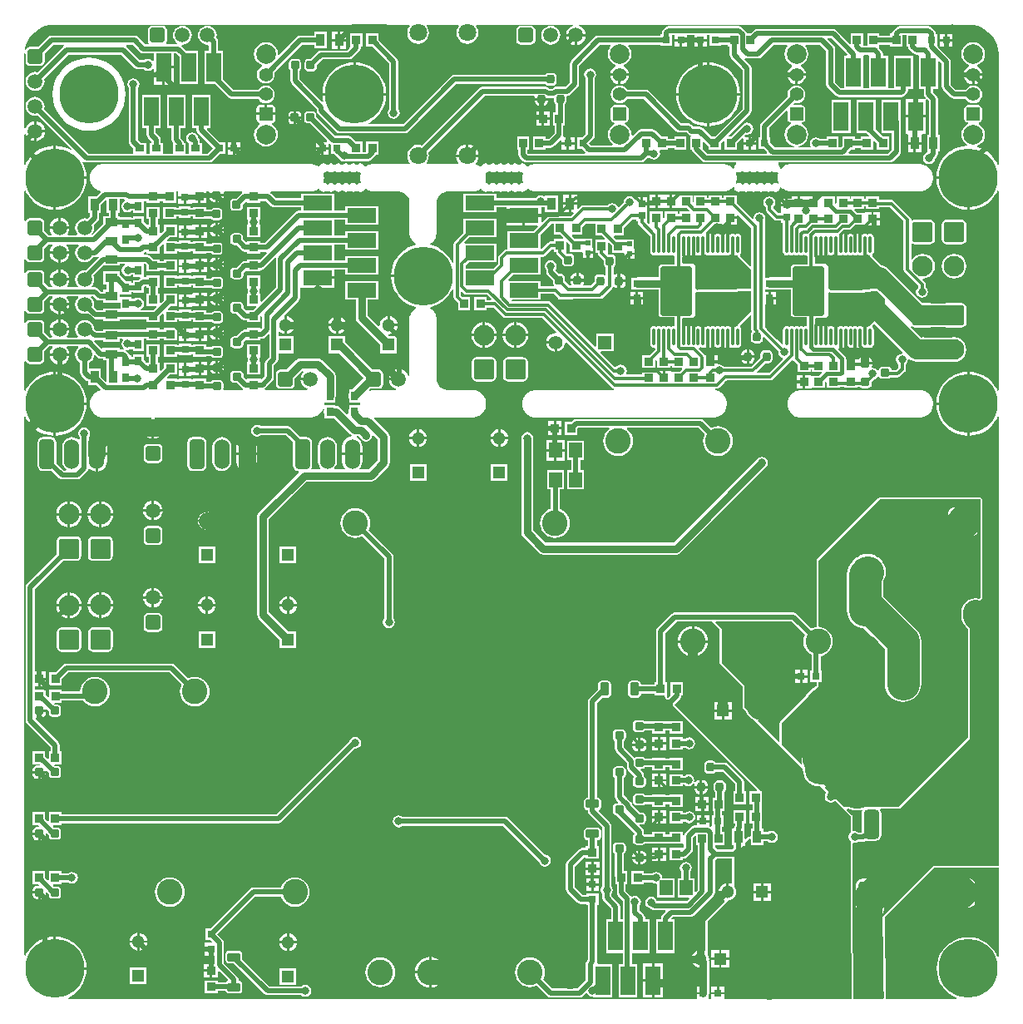
<source format=gbl>
G04*
G04 #@! TF.GenerationSoftware,Altium Limited,Altium Designer,18.1.9 (240)*
G04*
G04 Layer_Physical_Order=2*
G04 Layer_Color=16711680*
%FSLAX25Y25*%
%MOIN*%
G70*
G01*
G75*
%ADD35C,0.03150*%
%ADD36C,0.01968*%
%ADD37C,0.12992*%
%ADD38C,0.05512*%
%ADD39C,0.07087*%
%ADD40C,0.09843*%
%ADD42C,0.11811*%
%ADD43C,0.01378*%
%ADD44C,0.03937*%
%ADD46C,0.10236*%
%ADD48C,0.07874*%
%ADD50C,0.06299*%
%ADD51C,0.05906*%
G04:AMPARAMS|DCode=52|XSize=59.06mil|YSize=59.06mil|CornerRadius=8.86mil|HoleSize=0mil|Usage=FLASHONLY|Rotation=180.000|XOffset=0mil|YOffset=0mil|HoleType=Round|Shape=RoundedRectangle|*
%AMROUNDEDRECTD52*
21,1,0.05906,0.04134,0,0,180.0*
21,1,0.04134,0.05906,0,0,180.0*
1,1,0.01772,-0.02067,0.02067*
1,1,0.01772,0.02067,0.02067*
1,1,0.01772,0.02067,-0.02067*
1,1,0.01772,-0.02067,-0.02067*
%
%ADD52ROUNDEDRECTD52*%
%ADD53C,0.05512*%
%ADD54R,0.05512X0.05512*%
G04:AMPARAMS|DCode=55|XSize=82.68mil|YSize=82.68mil|CornerRadius=12.4mil|HoleSize=0mil|Usage=FLASHONLY|Rotation=90.000|XOffset=0mil|YOffset=0mil|HoleType=Round|Shape=RoundedRectangle|*
%AMROUNDEDRECTD55*
21,1,0.08268,0.05787,0,0,90.0*
21,1,0.05787,0.08268,0,0,90.0*
1,1,0.02480,0.02894,0.02894*
1,1,0.02480,0.02894,-0.02894*
1,1,0.02480,-0.02894,-0.02894*
1,1,0.02480,-0.02894,0.02894*
%
%ADD55ROUNDEDRECTD55*%
%ADD56C,0.08268*%
%ADD57C,0.07874*%
G04:AMPARAMS|DCode=58|XSize=55.12mil|YSize=55.12mil|CornerRadius=8.27mil|HoleSize=0mil|Usage=FLASHONLY|Rotation=90.000|XOffset=0mil|YOffset=0mil|HoleType=Round|Shape=RoundedRectangle|*
%AMROUNDEDRECTD58*
21,1,0.05512,0.03858,0,0,90.0*
21,1,0.03858,0.05512,0,0,90.0*
1,1,0.01654,0.01929,0.01929*
1,1,0.01654,0.01929,-0.01929*
1,1,0.01654,-0.01929,-0.01929*
1,1,0.01654,-0.01929,0.01929*
%
%ADD58ROUNDEDRECTD58*%
%ADD59C,0.07087*%
%ADD60C,0.05118*%
%ADD61R,0.05118X0.05118*%
%ADD62C,0.10236*%
G04:AMPARAMS|DCode=63|XSize=59.06mil|YSize=59.06mil|CornerRadius=8.86mil|HoleSize=0mil|Usage=FLASHONLY|Rotation=270.000|XOffset=0mil|YOffset=0mil|HoleType=Round|Shape=RoundedRectangle|*
%AMROUNDEDRECTD63*
21,1,0.05906,0.04134,0,0,270.0*
21,1,0.04134,0.05906,0,0,270.0*
1,1,0.01772,-0.02067,-0.02067*
1,1,0.01772,-0.02067,0.02067*
1,1,0.01772,0.02067,0.02067*
1,1,0.01772,0.02067,-0.02067*
%
%ADD63ROUNDEDRECTD63*%
%ADD64O,0.06000X0.12000*%
G04:AMPARAMS|DCode=65|XSize=60mil|YSize=120mil|CornerRadius=15mil|HoleSize=0mil|Usage=FLASHONLY|Rotation=0.000|XOffset=0mil|YOffset=0mil|HoleType=Round|Shape=RoundedRectangle|*
%AMROUNDEDRECTD65*
21,1,0.06000,0.09000,0,0,0.0*
21,1,0.03000,0.12000,0,0,0.0*
1,1,0.03000,0.01500,-0.04500*
1,1,0.03000,-0.01500,-0.04500*
1,1,0.03000,-0.01500,0.04500*
1,1,0.03000,0.01500,0.04500*
%
%ADD65ROUNDEDRECTD65*%
G04:AMPARAMS|DCode=66|XSize=102.36mil|YSize=102.36mil|CornerRadius=15.35mil|HoleSize=0mil|Usage=FLASHONLY|Rotation=270.000|XOffset=0mil|YOffset=0mil|HoleType=Round|Shape=RoundedRectangle|*
%AMROUNDEDRECTD66*
21,1,0.10236,0.07165,0,0,270.0*
21,1,0.07165,0.10236,0,0,270.0*
1,1,0.03071,-0.03583,-0.03583*
1,1,0.03071,-0.03583,0.03583*
1,1,0.03071,0.03583,0.03583*
1,1,0.03071,0.03583,-0.03583*
%
%ADD66ROUNDEDRECTD66*%
%ADD67C,0.09449*%
G04:AMPARAMS|DCode=68|XSize=94.49mil|YSize=94.49mil|CornerRadius=9.45mil|HoleSize=0mil|Usage=FLASHONLY|Rotation=270.000|XOffset=0mil|YOffset=0mil|HoleType=Round|Shape=RoundedRectangle|*
%AMROUNDEDRECTD68*
21,1,0.09449,0.07559,0,0,270.0*
21,1,0.07559,0.09449,0,0,270.0*
1,1,0.01890,-0.03780,-0.03780*
1,1,0.01890,-0.03780,0.03780*
1,1,0.01890,0.03780,0.03780*
1,1,0.01890,0.03780,-0.03780*
%
%ADD68ROUNDEDRECTD68*%
%ADD69R,0.05118X0.05118*%
%ADD70C,0.23622*%
%ADD71C,0.09843*%
%ADD72C,0.03150*%
%ADD73R,0.11811X0.05906*%
%ADD74R,0.03740X0.03347*%
%ADD75R,0.03150X0.03150*%
%ADD76R,0.02756X0.03740*%
%ADD77R,0.05118X0.03543*%
G04:AMPARAMS|DCode=78|XSize=31.5mil|YSize=35.43mil|CornerRadius=7.87mil|HoleSize=0mil|Usage=FLASHONLY|Rotation=90.000|XOffset=0mil|YOffset=0mil|HoleType=Round|Shape=RoundedRectangle|*
%AMROUNDEDRECTD78*
21,1,0.03150,0.01968,0,0,90.0*
21,1,0.01575,0.03543,0,0,90.0*
1,1,0.01575,0.00984,0.00787*
1,1,0.01575,0.00984,-0.00787*
1,1,0.01575,-0.00984,-0.00787*
1,1,0.01575,-0.00984,0.00787*
%
%ADD78ROUNDEDRECTD78*%
%ADD79R,0.03347X0.03740*%
G04:AMPARAMS|DCode=80|XSize=31.5mil|YSize=35.43mil|CornerRadius=7.87mil|HoleSize=0mil|Usage=FLASHONLY|Rotation=180.000|XOffset=0mil|YOffset=0mil|HoleType=Round|Shape=RoundedRectangle|*
%AMROUNDEDRECTD80*
21,1,0.03150,0.01968,0,0,180.0*
21,1,0.01575,0.03543,0,0,180.0*
1,1,0.01575,-0.00787,0.00984*
1,1,0.01575,0.00787,0.00984*
1,1,0.01575,0.00787,-0.00984*
1,1,0.01575,-0.00787,-0.00984*
%
%ADD80ROUNDEDRECTD80*%
%ADD81R,0.02559X0.02953*%
%ADD82O,0.01378X0.07087*%
G04:AMPARAMS|DCode=83|XSize=125.98mil|YSize=78.74mil|CornerRadius=3.94mil|HoleSize=0mil|Usage=FLASHONLY|Rotation=0.000|XOffset=0mil|YOffset=0mil|HoleType=Round|Shape=RoundedRectangle|*
%AMROUNDEDRECTD83*
21,1,0.12598,0.07087,0,0,0.0*
21,1,0.11811,0.07874,0,0,0.0*
1,1,0.00787,0.05906,-0.03543*
1,1,0.00787,-0.05906,-0.03543*
1,1,0.00787,-0.05906,0.03543*
1,1,0.00787,0.05906,0.03543*
%
%ADD83ROUNDEDRECTD83*%
G04:AMPARAMS|DCode=84|XSize=125.98mil|YSize=196.85mil|CornerRadius=6.3mil|HoleSize=0mil|Usage=FLASHONLY|Rotation=0.000|XOffset=0mil|YOffset=0mil|HoleType=Round|Shape=RoundedRectangle|*
%AMROUNDEDRECTD84*
21,1,0.12598,0.18425,0,0,0.0*
21,1,0.11339,0.19685,0,0,0.0*
1,1,0.01260,0.05669,-0.09213*
1,1,0.01260,-0.05669,-0.09213*
1,1,0.01260,-0.05669,0.09213*
1,1,0.01260,0.05669,0.09213*
%
%ADD84ROUNDEDRECTD84*%
%ADD85R,0.05906X0.11811*%
%ADD86R,0.03150X0.03150*%
%ADD87R,0.03543X0.05118*%
G04:AMPARAMS|DCode=88|XSize=31.5mil|YSize=31.5mil|CornerRadius=4.72mil|HoleSize=0mil|Usage=FLASHONLY|Rotation=270.000|XOffset=0mil|YOffset=0mil|HoleType=Round|Shape=RoundedRectangle|*
%AMROUNDEDRECTD88*
21,1,0.03150,0.02205,0,0,270.0*
21,1,0.02205,0.03150,0,0,270.0*
1,1,0.00945,-0.01102,-0.01102*
1,1,0.00945,-0.01102,0.01102*
1,1,0.00945,0.01102,0.01102*
1,1,0.00945,0.01102,-0.01102*
%
%ADD88ROUNDEDRECTD88*%
%ADD89R,0.03740X0.02756*%
G04:AMPARAMS|DCode=90|XSize=35.43mil|YSize=51.18mil|CornerRadius=5.32mil|HoleSize=0mil|Usage=FLASHONLY|Rotation=270.000|XOffset=0mil|YOffset=0mil|HoleType=Round|Shape=RoundedRectangle|*
%AMROUNDEDRECTD90*
21,1,0.03543,0.04055,0,0,270.0*
21,1,0.02480,0.05118,0,0,270.0*
1,1,0.01063,-0.02028,-0.01240*
1,1,0.01063,-0.02028,0.01240*
1,1,0.01063,0.02028,0.01240*
1,1,0.01063,0.02028,-0.01240*
%
%ADD90ROUNDEDRECTD90*%
%ADD91R,0.05315X0.06102*%
G04:AMPARAMS|DCode=92|XSize=62.99mil|YSize=118.11mil|CornerRadius=15.75mil|HoleSize=0mil|Usage=FLASHONLY|Rotation=180.000|XOffset=0mil|YOffset=0mil|HoleType=Round|Shape=RoundedRectangle|*
%AMROUNDEDRECTD92*
21,1,0.06299,0.08661,0,0,180.0*
21,1,0.03150,0.11811,0,0,180.0*
1,1,0.03150,-0.01575,0.04331*
1,1,0.03150,0.01575,0.04331*
1,1,0.03150,0.01575,-0.04331*
1,1,0.03150,-0.01575,-0.04331*
%
%ADD92ROUNDEDRECTD92*%
G04:AMPARAMS|DCode=93|XSize=228.35mil|YSize=244.1mil|CornerRadius=57.09mil|HoleSize=0mil|Usage=FLASHONLY|Rotation=180.000|XOffset=0mil|YOffset=0mil|HoleType=Round|Shape=RoundedRectangle|*
%AMROUNDEDRECTD93*
21,1,0.22835,0.12992,0,0,180.0*
21,1,0.11417,0.24410,0,0,180.0*
1,1,0.11417,-0.05709,0.06496*
1,1,0.11417,0.05709,0.06496*
1,1,0.11417,0.05709,-0.06496*
1,1,0.11417,-0.05709,-0.06496*
%
%ADD93ROUNDEDRECTD93*%
G04:AMPARAMS|DCode=94|XSize=35.43mil|YSize=51.18mil|CornerRadius=5.32mil|HoleSize=0mil|Usage=FLASHONLY|Rotation=0.000|XOffset=0mil|YOffset=0mil|HoleType=Round|Shape=RoundedRectangle|*
%AMROUNDEDRECTD94*
21,1,0.03543,0.04055,0,0,0.0*
21,1,0.02480,0.05118,0,0,0.0*
1,1,0.01063,0.01240,-0.02028*
1,1,0.01063,-0.01240,-0.02028*
1,1,0.01063,-0.01240,0.02028*
1,1,0.01063,0.01240,0.02028*
%
%ADD94ROUNDEDRECTD94*%
G04:AMPARAMS|DCode=95|XSize=90.55mil|YSize=129.92mil|CornerRadius=13.58mil|HoleSize=0mil|Usage=FLASHONLY|Rotation=0.000|XOffset=0mil|YOffset=0mil|HoleType=Round|Shape=RoundedRectangle|*
%AMROUNDEDRECTD95*
21,1,0.09055,0.10276,0,0,0.0*
21,1,0.06339,0.12992,0,0,0.0*
1,1,0.02717,0.03169,-0.05138*
1,1,0.02717,-0.03169,-0.05138*
1,1,0.02717,-0.03169,0.05138*
1,1,0.02717,0.03169,0.05138*
%
%ADD95ROUNDEDRECTD95*%
G04:AMPARAMS|DCode=96|XSize=78.74mil|YSize=78.74mil|CornerRadius=11.81mil|HoleSize=0mil|Usage=FLASHONLY|Rotation=0.000|XOffset=0mil|YOffset=0mil|HoleType=Round|Shape=RoundedRectangle|*
%AMROUNDEDRECTD96*
21,1,0.07874,0.05512,0,0,0.0*
21,1,0.05512,0.07874,0,0,0.0*
1,1,0.02362,0.02756,-0.02756*
1,1,0.02362,-0.02756,-0.02756*
1,1,0.02362,-0.02756,0.02756*
1,1,0.02362,0.02756,0.02756*
%
%ADD96ROUNDEDRECTD96*%
%ADD97R,0.01968X0.01968*%
%ADD98C,0.19685*%
%ADD99C,0.13386*%
%ADD100C,0.01575*%
%ADD101C,0.25591*%
G36*
X382301Y391887D02*
X383843Y391474D01*
X385317Y390863D01*
X386699Y390065D01*
X387965Y389094D01*
X389094Y387965D01*
X390065Y386699D01*
X390863Y385317D01*
X391474Y383843D01*
X391887Y382301D01*
X392095Y380719D01*
Y379921D01*
Y336076D01*
X391605Y335979D01*
X391371Y336543D01*
X390318Y338262D01*
X389008Y339795D01*
X387475Y341105D01*
X385755Y342159D01*
X383892Y342930D01*
X383471Y343032D01*
X383430Y343556D01*
X384272Y343905D01*
X385259Y344662D01*
X386017Y345649D01*
X386493Y346798D01*
X386655Y348031D01*
X386493Y349265D01*
X386017Y350414D01*
X385259Y351401D01*
X384272Y352158D01*
X384033Y352257D01*
X384085Y352777D01*
X384449Y352850D01*
X384983Y353206D01*
X385339Y353740D01*
X385465Y354370D01*
Y358228D01*
X385339Y358858D01*
X384983Y359392D01*
X384449Y359749D01*
X383819Y359874D01*
X379961D01*
X379331Y359749D01*
X378797Y359392D01*
X378440Y358858D01*
X378315Y358228D01*
Y354370D01*
X378440Y353740D01*
X378797Y353206D01*
X379331Y352850D01*
X379695Y352777D01*
X379746Y352257D01*
X379507Y352158D01*
X378520Y351401D01*
X377763Y350414D01*
X377287Y349265D01*
X377125Y348031D01*
X377287Y346798D01*
X377763Y345649D01*
X378520Y344662D01*
X379361Y344017D01*
X379218Y343504D01*
X377911Y343401D01*
X375950Y342930D01*
X374087Y342159D01*
X372368Y341105D01*
X370834Y339795D01*
X369525Y338262D01*
X368471Y336543D01*
X367700Y334680D01*
X367229Y332719D01*
X367109Y331201D01*
X379921D01*
Y330709D01*
X380413D01*
Y317897D01*
X381931Y318016D01*
X383892Y318487D01*
X385755Y319259D01*
X387475Y320312D01*
X389008Y321622D01*
X390318Y323155D01*
X391371Y324875D01*
X391605Y325438D01*
X392095Y325341D01*
Y245525D01*
X391605Y245428D01*
X391371Y245991D01*
X390318Y247711D01*
X389008Y249244D01*
X387475Y250554D01*
X385755Y251607D01*
X383892Y252379D01*
X381931Y252850D01*
X380413Y252969D01*
Y240158D01*
Y227346D01*
X381931Y227465D01*
X383892Y227936D01*
X385755Y228708D01*
X387475Y229761D01*
X389008Y231071D01*
X390318Y232604D01*
X391371Y234323D01*
X391605Y234887D01*
X392095Y234790D01*
Y54937D01*
X366142D01*
X365834Y54876D01*
X365574Y54702D01*
X345889Y35017D01*
X345886Y35013D01*
X345883Y35010D01*
X345799Y34883D01*
X345715Y34756D01*
X345714Y34751D01*
X345711Y34748D01*
X345684Y34598D01*
X345654Y34449D01*
X345655Y34444D01*
X345654Y34440D01*
X345830Y18906D01*
Y8563D01*
X345962Y7218D01*
X346022Y1961D01*
X345670Y1606D01*
X334333D01*
X334231Y1651D01*
X333913Y1947D01*
X333893Y1970D01*
X333480Y38390D01*
Y63906D01*
X333867Y64223D01*
X334350Y64127D01*
X335272Y64310D01*
X335899Y64729D01*
X337992D01*
X338683Y64867D01*
X338974Y65061D01*
X339512Y64954D01*
X342661D01*
X343583Y65137D01*
X344365Y65659D01*
X344887Y66440D01*
X345070Y67362D01*
Y76024D01*
X344887Y76945D01*
X344638Y77318D01*
X344905Y77818D01*
X351955D01*
X351955Y77818D01*
X352262Y77879D01*
X352523Y78053D01*
X380349Y105879D01*
X380523Y106140D01*
X380584Y106447D01*
Y150006D01*
X380584Y150006D01*
X380523Y150313D01*
X380349Y150574D01*
X380349Y150574D01*
X379407Y151516D01*
X378589Y152583D01*
X378095Y153776D01*
X377919Y155109D01*
Y156444D01*
X378095Y157777D01*
X378589Y158970D01*
X379375Y159995D01*
X380400Y160781D01*
X381593Y161276D01*
X382874Y161444D01*
X384093Y161284D01*
X384215Y161292D01*
X384338Y161289D01*
X384370Y161302D01*
X384406Y161304D01*
X384516Y161358D01*
X384630Y161403D01*
X385130Y161722D01*
X385193Y161782D01*
X385266Y161831D01*
X385305Y161890D01*
X385356Y161938D01*
X385391Y162019D01*
X385440Y162091D01*
X385453Y162161D01*
X385482Y162225D01*
X385484Y162313D01*
X385501Y162399D01*
Y192577D01*
X385567Y193248D01*
X385501Y193919D01*
Y201772D01*
X385440Y202079D01*
X385266Y202339D01*
X385005Y202513D01*
X384698Y202574D01*
X344429D01*
X344429Y202574D01*
X344122Y202513D01*
X343861Y202339D01*
X343861Y202339D01*
X319314Y177792D01*
X319140Y177532D01*
X319079Y177224D01*
Y157480D01*
Y150797D01*
X319047Y150753D01*
X318527Y150702D01*
X317414Y150364D01*
X316986Y150135D01*
X311120Y156002D01*
X310534Y156393D01*
X309842Y156531D01*
X262303D01*
X261612Y156393D01*
X261026Y156002D01*
X255317Y150293D01*
X254926Y149707D01*
X254788Y149016D01*
Y128445D01*
X254134D01*
Y127594D01*
X248746D01*
Y127815D01*
X248644Y128330D01*
X248352Y128766D01*
X247916Y129057D01*
X247402Y129160D01*
X244921D01*
X244407Y129057D01*
X243970Y128766D01*
X243679Y128330D01*
X243577Y127815D01*
Y123760D01*
X243679Y123245D01*
X243970Y122809D01*
X244407Y122518D01*
X244921Y122415D01*
X247402D01*
X247916Y122518D01*
X248352Y122809D01*
X248644Y123245D01*
X248746Y123760D01*
Y123981D01*
X254134D01*
Y123130D01*
X258252D01*
X258278Y122999D01*
X258297Y122867D01*
X258454Y122414D01*
X258466Y122394D01*
X258470Y122370D01*
X258545Y122259D01*
X258612Y122144D01*
X258631Y122130D01*
X258645Y122110D01*
X259080Y121674D01*
X259341Y121500D01*
X259648Y121439D01*
X259955Y121500D01*
X260216Y121674D01*
X260216Y121674D01*
X261198Y122656D01*
X261372Y122917D01*
X261372Y122917D01*
X262598D01*
Y125787D01*
X263583D01*
Y122786D01*
X263780Y122417D01*
X263744Y122364D01*
X261635Y120255D01*
X261461Y119994D01*
X261400Y119687D01*
X261461Y119380D01*
X261635Y119120D01*
X261635Y119120D01*
X295253Y85501D01*
X295062Y85039D01*
X292284D01*
Y79724D01*
X293430D01*
Y77165D01*
X292284D01*
Y71850D01*
X293430D01*
Y69980D01*
X292677D01*
Y67119D01*
X292395Y66835D01*
X292215Y66728D01*
X291908Y66667D01*
X291648Y66493D01*
X290777Y65622D01*
X290315Y65813D01*
Y69980D01*
X290315D01*
X290026Y70332D01*
X290054Y70472D01*
Y71850D01*
X290709D01*
Y77165D01*
X285787D01*
Y71850D01*
X286442D01*
Y71202D01*
X286087Y70672D01*
X285949Y69980D01*
X285197D01*
Y63287D01*
X285949D01*
Y62214D01*
X285286Y61550D01*
X279292D01*
X278381Y62461D01*
Y63287D01*
X282283D01*
Y68602D01*
X281334D01*
Y70472D01*
X281890D01*
Y75197D01*
X281334D01*
Y77067D01*
X282283D01*
Y82382D01*
X282131D01*
Y84354D01*
X282248Y84432D01*
X282596Y84952D01*
X282718Y85567D01*
Y87535D01*
X282596Y88150D01*
X282248Y88671D01*
X281727Y89019D01*
X281112Y89141D01*
X279537D01*
X278923Y89019D01*
X278402Y88671D01*
X278054Y88150D01*
X277932Y87535D01*
Y85567D01*
X278054Y84952D01*
X278402Y84432D01*
X278518Y84354D01*
Y82382D01*
X277362D01*
Y77067D01*
X277721D01*
Y75197D01*
X277165D01*
Y70995D01*
X276665Y70728D01*
X276306Y70968D01*
X276197Y70990D01*
Y72342D01*
X271047D01*
Y71106D01*
X270016D01*
X269324Y70968D01*
X268738Y70577D01*
X266439Y68277D01*
X266048Y67691D01*
X265953Y67214D01*
X265453Y67263D01*
Y68701D01*
X260138D01*
Y67564D01*
X258563D01*
Y68701D01*
X253248D01*
Y67564D01*
X250292D01*
X250214Y67681D01*
X249901Y67890D01*
Y68509D01*
X249763Y69201D01*
X249372Y69787D01*
X248008Y71151D01*
X248199Y71613D01*
X249079D01*
X249693Y71735D01*
X250214Y72083D01*
X250562Y72604D01*
X250684Y73219D01*
Y74793D01*
X250562Y75408D01*
X250214Y75929D01*
X249693Y76277D01*
X249079Y76399D01*
X248256D01*
X245141Y79514D01*
X245019Y80125D01*
X244628Y80712D01*
X243297Y82042D01*
X243148Y82141D01*
X241901Y83389D01*
Y90338D01*
X242214Y90547D01*
X242562Y91068D01*
X242684Y91682D01*
Y93257D01*
X242562Y93872D01*
X242214Y94393D01*
X241693Y94740D01*
X241079Y94863D01*
X239110D01*
X238496Y94740D01*
X237975Y94393D01*
X237627Y93872D01*
X237505Y93257D01*
Y91682D01*
X237627Y91068D01*
X237975Y90547D01*
X238288Y90338D01*
Y82641D01*
X238426Y81950D01*
X238817Y81364D01*
X239620Y80561D01*
X239429Y80099D01*
X239110D01*
X238496Y79977D01*
X237975Y79629D01*
X237627Y79108D01*
X237505Y78493D01*
Y76919D01*
X237627Y76304D01*
X237975Y75783D01*
X238496Y75435D01*
X238710Y75392D01*
X238817Y75232D01*
X246010Y68039D01*
X245975Y67681D01*
X245627Y67160D01*
X245505Y66545D01*
Y64970D01*
X245627Y64356D01*
X245975Y63835D01*
X246496Y63487D01*
X247110Y63365D01*
X249079D01*
X249693Y63487D01*
X250214Y63835D01*
X250292Y63951D01*
X253248D01*
Y63779D01*
X258563D01*
Y63951D01*
X260138D01*
Y63779D01*
X265410D01*
X265453Y63779D01*
X265910Y63677D01*
Y62308D01*
X265453Y62205D01*
X265453Y62205D01*
X265453Y62205D01*
X260138D01*
Y57284D01*
X265453D01*
Y57938D01*
X265995D01*
X266686Y58075D01*
X267272Y58467D01*
X268994Y60188D01*
X269385Y60774D01*
X269523Y61466D01*
Y66252D01*
X270366Y67095D01*
X270866Y66888D01*
Y63287D01*
X271520D01*
Y45283D01*
X270738Y44500D01*
X270276Y44691D01*
Y50098D01*
X268539D01*
Y52585D01*
X268957Y53212D01*
X269141Y54134D01*
X268957Y55056D01*
X268435Y55837D01*
X267654Y56359D01*
X266732Y56542D01*
X265811Y56359D01*
X265029Y55837D01*
X264507Y55056D01*
X264324Y54134D01*
X264507Y53212D01*
X264926Y52585D01*
Y50098D01*
X263386D01*
Y42421D01*
X268006D01*
X268197Y41959D01*
X267047Y40809D01*
X255074D01*
X254981Y41276D01*
X254459Y42057D01*
X253678Y42579D01*
X252756Y42763D01*
X251834Y42579D01*
X251053Y42057D01*
X250531Y41276D01*
X250347Y40354D01*
X250531Y39433D01*
X251053Y38651D01*
X251834Y38129D01*
X252573Y37982D01*
X252830Y37725D01*
X253416Y37334D01*
X254107Y37196D01*
X258464D01*
X258655Y36734D01*
X257286Y35365D01*
X256894Y34779D01*
X256757Y34088D01*
Y33465D01*
X254823D01*
Y20079D01*
X262303D01*
Y33465D01*
X261148D01*
X260956Y33926D01*
X261488Y34459D01*
X268548D01*
X269240Y34596D01*
X269826Y34988D01*
X277852Y43014D01*
X278244Y43600D01*
X278381Y44291D01*
Y57027D01*
X279292Y57938D01*
X285231D01*
Y48059D01*
X284816Y47781D01*
X284394Y47956D01*
X283957Y48013D01*
Y44488D01*
X283465D01*
Y43996D01*
X279940D01*
X279997Y43559D01*
X280356Y42693D01*
X280926Y41950D01*
X281670Y41379D01*
X282090Y41205D01*
X282207Y40615D01*
X274836Y33244D01*
X274662Y32984D01*
X274601Y32676D01*
Y21297D01*
X274101Y20963D01*
X273567Y21184D01*
X273130Y21241D01*
Y17717D01*
Y14192D01*
X273567Y14249D01*
X274433Y14608D01*
X274728Y14834D01*
X275228Y14588D01*
Y6512D01*
X274114D01*
Y3937D01*
X273622D01*
Y3445D01*
X271047D01*
Y1606D01*
X19147D01*
X19050Y2096D01*
X19614Y2330D01*
X21333Y3383D01*
X22866Y4693D01*
X24176Y6226D01*
X25229Y7946D01*
X26001Y9809D01*
X26472Y11769D01*
X26591Y13287D01*
X13780D01*
Y13780D01*
X13287D01*
Y26591D01*
X11769Y26472D01*
X9809Y26001D01*
X7946Y25229D01*
X6226Y24176D01*
X4693Y22866D01*
X3383Y21333D01*
X2330Y19614D01*
X2096Y19050D01*
X1606Y19147D01*
Y234790D01*
X2096Y234887D01*
X2330Y234323D01*
X3383Y232604D01*
X4693Y231071D01*
X6226Y229761D01*
X7946Y228708D01*
X9809Y227936D01*
X11769Y227465D01*
X13287Y227346D01*
Y240158D01*
Y252969D01*
X11769Y252850D01*
X9809Y252379D01*
X7946Y251607D01*
X6226Y250554D01*
X4693Y249244D01*
X3383Y247711D01*
X2330Y245991D01*
X2096Y245428D01*
X1606Y245525D01*
Y257070D01*
X2105Y257123D01*
X2475Y256569D01*
X3028Y256199D01*
X3681Y256070D01*
X7815D01*
X8468Y256199D01*
X9021Y256569D01*
X9391Y257123D01*
X9521Y257776D01*
Y261061D01*
X11614Y263154D01*
X12793D01*
X12899Y262843D01*
X12923Y262654D01*
X12295Y261836D01*
X11897Y260874D01*
X11826Y260335D01*
X15748D01*
X19670D01*
X19599Y260874D01*
X19201Y261836D01*
X18573Y262654D01*
X18597Y262843D01*
X18703Y263154D01*
X23099D01*
X23268Y262654D01*
X23080Y262510D01*
X22481Y261729D01*
X22104Y260819D01*
X21976Y259842D01*
X22104Y258866D01*
X22481Y257956D01*
X23080Y257175D01*
X23862Y256575D01*
X23942Y256542D01*
Y252598D01*
X24079Y251907D01*
X24471Y251321D01*
X26085Y249707D01*
X26671Y249315D01*
X27165Y249217D01*
Y247638D01*
X30516D01*
X32158Y245996D01*
X32029Y245513D01*
X31529Y245378D01*
X31340Y245286D01*
X31141Y245218D01*
X30243Y244700D01*
X30086Y244561D01*
X29911Y244444D01*
X29178Y243711D01*
X29061Y243536D01*
X28922Y243379D01*
X28404Y242480D01*
X28336Y242282D01*
X28243Y242093D01*
X27975Y241092D01*
X27961Y240882D01*
X27920Y240676D01*
Y239639D01*
X27961Y239433D01*
X27975Y239223D01*
X28243Y238222D01*
X28336Y238033D01*
X28404Y237835D01*
X28922Y236936D01*
X29061Y236778D01*
X29178Y236604D01*
X29911Y235871D01*
X30086Y235754D01*
X30243Y235615D01*
X31141Y235097D01*
X31340Y235029D01*
X31529Y234936D01*
X32531Y234668D01*
X32740Y234654D01*
X32946Y234613D01*
X52582D01*
X52615Y234113D01*
X52118Y234048D01*
X51156Y233650D01*
X50331Y233016D01*
X49697Y232190D01*
X49299Y231229D01*
X49227Y230689D01*
X53150D01*
X57072D01*
X57001Y231229D01*
X56602Y232190D01*
X55969Y233016D01*
X55143Y233650D01*
X54181Y234048D01*
X53684Y234113D01*
X53717Y234613D01*
X116530D01*
X116685Y234644D01*
X116843D01*
X117604Y234795D01*
X117750Y234856D01*
X117905Y234887D01*
X118622Y235184D01*
X118753Y235272D01*
X118899Y235332D01*
X119544Y235763D01*
X119656Y235875D01*
X119788Y235963D01*
X120336Y236511D01*
X120424Y236643D01*
X120536Y236755D01*
X120967Y237400D01*
X121028Y237546D01*
X121115Y237677D01*
X121167Y237802D01*
X121744Y237888D01*
X121791Y237831D01*
X121607Y236910D01*
X121791Y235988D01*
X121850Y235898D01*
Y234252D01*
X125798D01*
X132225Y227824D01*
X132691Y227514D01*
X132569Y226993D01*
X131987Y226917D01*
X131014Y226514D01*
X130179Y225872D01*
X129537Y225037D01*
X129134Y224064D01*
X128997Y223020D01*
Y220512D01*
X137066D01*
Y223020D01*
X136928Y224064D01*
X136525Y225037D01*
X135884Y225872D01*
X135049Y226514D01*
X134794Y226619D01*
X134894Y227119D01*
X135617D01*
X136477Y226258D01*
X136878Y225659D01*
X137659Y225137D01*
X138581Y224954D01*
X139502Y225137D01*
X140284Y225659D01*
X140806Y226441D01*
X140985Y227343D01*
X141044Y227382D01*
X141489Y227546D01*
X143261Y225774D01*
Y217533D01*
X139554Y213826D01*
X136217D01*
X136006Y214326D01*
X136525Y215002D01*
X136928Y215975D01*
X137066Y217020D01*
Y219528D01*
X128997D01*
Y217020D01*
X129134Y215975D01*
X129537Y215002D01*
X130057Y214326D01*
X129845Y213826D01*
X125868D01*
X125763Y214137D01*
X125738Y214326D01*
X126340Y215110D01*
X126721Y216031D01*
X126852Y217020D01*
Y223020D01*
X126721Y224008D01*
X126340Y224930D01*
X125733Y225721D01*
X124942Y226328D01*
X124020Y226710D01*
X123031Y226840D01*
X122043Y226710D01*
X121122Y226328D01*
X120330Y225721D01*
X119723Y224930D01*
X119342Y224008D01*
X119211Y223020D01*
Y217020D01*
X119342Y216031D01*
X119723Y215110D01*
X120325Y214326D01*
X120300Y214137D01*
X120195Y213826D01*
X116752D01*
X116485Y214326D01*
X116686Y214627D01*
X116864Y215520D01*
Y224520D01*
X116686Y225412D01*
X116181Y226169D01*
X115424Y226674D01*
X114532Y226852D01*
X112317D01*
X108561Y230608D01*
X107975Y231000D01*
X107283Y231137D01*
X96448D01*
X95821Y231556D01*
X94899Y231739D01*
X93978Y231556D01*
X93196Y231034D01*
X92674Y230252D01*
X92491Y229331D01*
X92674Y228409D01*
X93196Y227628D01*
X93978Y227106D01*
X94899Y226922D01*
X95821Y227106D01*
X96448Y227524D01*
X106535D01*
X109256Y224804D01*
X109199Y224520D01*
Y215520D01*
X109377Y214627D01*
X109882Y213871D01*
X110639Y213365D01*
X111452Y213203D01*
X111578Y212981D01*
X111644Y212687D01*
X95541Y196585D01*
X95019Y195804D01*
X94836Y194882D01*
Y155709D01*
X95019Y154787D01*
X95541Y154006D01*
X103937Y145610D01*
Y142323D01*
X110630D01*
Y149016D01*
X107343D01*
X99653Y156706D01*
Y193884D01*
X114777Y209009D01*
X140551D01*
X141473Y209192D01*
X142254Y209714D01*
X147372Y214832D01*
X147894Y215614D01*
X148078Y216535D01*
Y226772D01*
X147894Y227693D01*
X147372Y228475D01*
X141696Y234151D01*
X141887Y234613D01*
X181490D01*
X181645Y234644D01*
X181804D01*
X182564Y234795D01*
X182711Y234856D01*
X182866Y234887D01*
X183582Y235184D01*
X183714Y235272D01*
X183860Y235332D01*
X184505Y235763D01*
X184617Y235875D01*
X184748Y235963D01*
X185297Y236511D01*
X185385Y236643D01*
X185497Y236755D01*
X185928Y237400D01*
X185988Y237546D01*
X186076Y237677D01*
X186373Y238394D01*
X186404Y238549D01*
X186464Y238695D01*
X186616Y239456D01*
Y239615D01*
X186646Y239770D01*
Y240545D01*
X186616Y240701D01*
Y240859D01*
X186464Y241619D01*
X186404Y241766D01*
X186373Y241921D01*
X186076Y242637D01*
X185988Y242769D01*
X185928Y242915D01*
X185497Y243560D01*
X185385Y243672D01*
X185297Y243804D01*
X184748Y244352D01*
X184617Y244440D01*
X184505Y244552D01*
X183860Y244983D01*
X183714Y245043D01*
X183582Y245131D01*
X182866Y245428D01*
X182711Y245459D01*
X182564Y245519D01*
X181804Y245671D01*
X181645D01*
X181490Y245702D01*
X171299D01*
X170878Y245722D01*
X170014Y245894D01*
X169237Y246216D01*
X168538Y246683D01*
X167943Y247278D01*
X167476Y247977D01*
X167154Y248755D01*
X166982Y249618D01*
X166962Y250040D01*
Y273622D01*
Y274141D01*
X166920Y274346D01*
X166907Y274556D01*
X166638Y275558D01*
X166545Y275746D01*
X166478Y275945D01*
X165959Y276843D01*
X165821Y277001D01*
X165704Y277176D01*
X164971Y277909D01*
X164796Y278026D01*
X164638Y278164D01*
X164322Y278347D01*
X164400Y278879D01*
X165388Y279117D01*
X167251Y279889D01*
X168971Y280942D01*
X170504Y282252D01*
X171814Y283785D01*
X172867Y285505D01*
X173087Y286035D01*
X173577Y285937D01*
Y282988D01*
X173692Y282412D01*
X174018Y281924D01*
X175394Y280548D01*
Y277559D01*
X180315D01*
Y282874D01*
X177326D01*
X176588Y283612D01*
Y284795D01*
X177050Y284986D01*
X177668Y284369D01*
X178156Y284042D01*
X178732Y283928D01*
X187022D01*
X188766Y282184D01*
X188575Y281722D01*
X186811D01*
Y282874D01*
X181890D01*
Y277559D01*
X186811D01*
Y278711D01*
X189583D01*
X193367Y274927D01*
X193856Y274601D01*
X194432Y274486D01*
X209253D01*
X214760Y268979D01*
X214490Y268542D01*
X213586Y268423D01*
X212673Y268044D01*
X211888Y267442D01*
X211286Y266658D01*
X210908Y265744D01*
X210843Y265256D01*
X214567D01*
Y264764D01*
X215059D01*
Y261040D01*
X215547Y261105D01*
X216461Y261483D01*
X217246Y262085D01*
X217848Y262870D01*
X218226Y263783D01*
X218345Y264686D01*
X218782Y264957D01*
X237163Y246575D01*
X237652Y246249D01*
X237890Y246202D01*
X237841Y245702D01*
X206174D01*
X205968Y245661D01*
X205759Y245647D01*
X204757Y245378D01*
X204569Y245286D01*
X204370Y245218D01*
X203472Y244700D01*
X203314Y244561D01*
X203139Y244444D01*
X202406Y243711D01*
X202289Y243536D01*
X202151Y243379D01*
X201632Y242480D01*
X201565Y242282D01*
X201472Y242093D01*
X201203Y241092D01*
X201190Y240882D01*
X201149Y240676D01*
Y239639D01*
X201190Y239433D01*
X201203Y239223D01*
X201472Y238222D01*
X201565Y238033D01*
X201632Y237835D01*
X202151Y236936D01*
X202289Y236778D01*
X202406Y236604D01*
X203139Y235871D01*
X203314Y235754D01*
X203472Y235615D01*
X204370Y235097D01*
X204569Y235029D01*
X204757Y234936D01*
X205759Y234668D01*
X205968Y234654D01*
X206174Y234613D01*
X277947D01*
X278102Y234644D01*
X278260D01*
X279021Y234795D01*
X279167Y234856D01*
X279322Y234887D01*
X280039Y235184D01*
X280171Y235272D01*
X280317Y235332D01*
X280962Y235763D01*
X281074Y235875D01*
X281205Y235963D01*
X281754Y236511D01*
X281841Y236643D01*
X281953Y236755D01*
X282384Y237400D01*
X282445Y237546D01*
X282533Y237677D01*
X282830Y238394D01*
X282860Y238549D01*
X282921Y238695D01*
X283072Y239456D01*
Y239615D01*
X283103Y239770D01*
Y240545D01*
X283072Y240701D01*
Y240859D01*
X282921Y241619D01*
X282860Y241766D01*
X282830Y241921D01*
X282533Y242637D01*
X282445Y242769D01*
X282384Y242915D01*
X281953Y243560D01*
X281841Y243672D01*
X281754Y243804D01*
X281205Y244352D01*
X281074Y244440D01*
X280962Y244552D01*
X280317Y244983D01*
X280171Y245043D01*
X280039Y245131D01*
X279322Y245428D01*
X279167Y245459D01*
X279021Y245519D01*
X278443Y245635D01*
X278492Y246134D01*
X279033D01*
X279609Y246249D01*
X280097Y246575D01*
X283034Y249512D01*
X300661D01*
X301237Y249626D01*
X301726Y249953D01*
X309266Y257493D01*
X309909Y257429D01*
X309959Y257355D01*
X311382Y255932D01*
Y252943D01*
X316697D01*
Y253898D01*
X317287D01*
Y252943D01*
X321056D01*
X321248Y252481D01*
X320135Y251368D01*
X317321Y251368D01*
X316910Y251581D01*
X316876Y251581D01*
X314531D01*
Y248907D01*
Y246234D01*
X316876D01*
X316910Y246234D01*
X317321Y246447D01*
X317409Y246447D01*
X322602D01*
Y248935D01*
X322693Y248995D01*
X323193Y248728D01*
Y246447D01*
X328508D01*
Y246900D01*
X330083D01*
Y246447D01*
X335398D01*
Y246900D01*
X336447D01*
X336463Y246876D01*
X336984Y246528D01*
X337598Y246406D01*
X339567D01*
X340181Y246528D01*
X340702Y246876D01*
X341050Y247397D01*
X341173Y248012D01*
Y248867D01*
X342166Y249860D01*
X342520Y249930D01*
X343302Y250452D01*
X343679Y251018D01*
X343680Y251018D01*
X344248Y250999D01*
X344463Y250676D01*
X344984Y250328D01*
X345598Y250206D01*
X347567D01*
X348181Y250328D01*
X348702Y250676D01*
X348718Y250700D01*
X351565D01*
X352141Y250815D01*
X352629Y251141D01*
X354411Y252923D01*
X354737Y253411D01*
X354852Y253987D01*
Y256039D01*
X355049Y256171D01*
X355572Y256952D01*
X355755Y257874D01*
X355747Y257915D01*
X356200Y258198D01*
X356869Y257684D01*
X358019Y257208D01*
X359252Y257046D01*
X360258D01*
X360329Y257016D01*
X361614Y256847D01*
X362899Y257016D01*
X362970Y257046D01*
X372857D01*
X372928Y257016D01*
X374213Y256847D01*
X375497Y257016D01*
X376694Y257512D01*
X377722Y258301D01*
X378511Y259329D01*
X379007Y260526D01*
X379176Y261811D01*
X379007Y263096D01*
X378511Y264293D01*
X377722Y265321D01*
X376694Y266110D01*
X375497Y266606D01*
X374213Y266775D01*
X372928Y266606D01*
X372857Y266576D01*
X362970D01*
X362899Y266606D01*
X361614Y266775D01*
X361095Y266706D01*
X356987Y270815D01*
X357305Y271204D01*
X357929Y270787D01*
X358720Y270630D01*
X364508D01*
X365299Y270787D01*
X365356Y270825D01*
X370470D01*
X370528Y270787D01*
X371319Y270630D01*
X377106D01*
X377897Y270787D01*
X378568Y271235D01*
X379016Y271906D01*
X379173Y272697D01*
Y278484D01*
X379016Y279275D01*
X378568Y279946D01*
X377897Y280394D01*
X377106Y280552D01*
X371319D01*
X370528Y280394D01*
X370470Y280356D01*
X365356D01*
X365299Y280394D01*
X364508Y280552D01*
X361561D01*
X347799Y294314D01*
X346812Y295072D01*
X345662Y295548D01*
X345304Y295595D01*
X341516Y299383D01*
X341540Y299968D01*
X341616Y300018D01*
X341942Y300507D01*
X342056Y301083D01*
Y306791D01*
X341942Y307367D01*
X341616Y307856D01*
X341127Y308182D01*
X340551Y308297D01*
X339975Y308182D01*
X339567Y307909D01*
X339159Y308182D01*
X338583Y308297D01*
X338007Y308182D01*
X337790Y308037D01*
X337273Y308382D01*
X337106Y308416D01*
Y306938D01*
X337077Y306791D01*
Y303937D01*
X336122D01*
Y308416D01*
X335955Y308382D01*
X335630Y308165D01*
X335305Y308382D01*
X335138Y308416D01*
Y303937D01*
X334183D01*
Y306791D01*
X334154Y306938D01*
Y308416D01*
X333987Y308382D01*
X333470Y308037D01*
X333253Y308182D01*
X332677Y308297D01*
X332101Y308182D01*
X331884Y308037D01*
X331368Y308382D01*
X331201Y308416D01*
Y306938D01*
X331172Y306791D01*
Y303937D01*
X330217D01*
Y308416D01*
X330050Y308382D01*
X329724Y308165D01*
X329399Y308382D01*
X329273Y308407D01*
X329128Y308886D01*
X330021Y309779D01*
X332152D01*
X332729Y309894D01*
X333217Y310220D01*
X334768Y311772D01*
X338130D01*
X338243Y311772D01*
X338630Y311500D01*
X338640Y311500D01*
X341008D01*
Y314173D01*
Y316846D01*
X338689D01*
X338630Y316846D01*
X338194Y316693D01*
X338130Y316693D01*
X335405D01*
X334292Y317806D01*
X334483Y318268D01*
X338252D01*
Y319164D01*
X338843D01*
Y318209D01*
X344158D01*
Y318770D01*
X348579D01*
X354007Y313343D01*
Y293850D01*
X354121Y293274D01*
X354447Y292786D01*
X359880Y287353D01*
Y286844D01*
X359682Y286712D01*
X359160Y285930D01*
X358977Y285009D01*
X359160Y284087D01*
X359682Y283306D01*
X360463Y282784D01*
X361385Y282600D01*
X362307Y282784D01*
X363088Y283306D01*
X363610Y284087D01*
X363793Y285009D01*
X363610Y285930D01*
X363088Y286712D01*
X362890Y286844D01*
Y287977D01*
X362776Y288553D01*
X362449Y289041D01*
X361673Y289818D01*
X361854Y290343D01*
X362899Y290481D01*
X364096Y290977D01*
X365124Y291766D01*
X365913Y292794D01*
X366408Y293991D01*
X366578Y295276D01*
X366408Y296560D01*
X365913Y297758D01*
X365124Y298785D01*
X364096Y299574D01*
X362899Y300070D01*
X361614Y300239D01*
X360329Y300070D01*
X359132Y299574D01*
X358104Y298785D01*
X357517Y298021D01*
X357017Y298190D01*
Y304259D01*
X357517Y304527D01*
X357929Y304252D01*
X358720Y304094D01*
X364508D01*
X365299Y304252D01*
X365969Y304700D01*
X366418Y305370D01*
X366575Y306161D01*
Y311949D01*
X366418Y312740D01*
X365969Y313411D01*
X365299Y313859D01*
X364508Y314016D01*
X358720D01*
X357929Y313859D01*
X357517Y313583D01*
X357017Y313851D01*
Y313966D01*
X356903Y314543D01*
X356576Y315031D01*
X350267Y321340D01*
X349779Y321666D01*
X349203Y321781D01*
X344158D01*
Y323130D01*
X338843D01*
Y322175D01*
X338252D01*
Y323189D01*
X332937D01*
Y322234D01*
X332347D01*
Y323189D01*
X327032D01*
Y320553D01*
X326532Y320286D01*
X326441Y320347D01*
Y323130D01*
X321248D01*
X321160Y323130D01*
X320748Y323342D01*
X320714Y323342D01*
X318370D01*
Y320669D01*
X317386D01*
Y323342D01*
X315343D01*
X314843Y323342D01*
X314508Y323342D01*
X312465D01*
Y320669D01*
X311481D01*
Y323342D01*
X309103D01*
Y322358D01*
X307544D01*
Y319882D01*
X307051D01*
Y319390D01*
X304772D01*
Y317406D01*
X304985Y316994D01*
X304985Y316820D01*
X304631Y316466D01*
X303871D01*
X301765Y318572D01*
X301799Y319095D01*
X301900Y319163D01*
X302422Y319945D01*
X302605Y320866D01*
X302422Y321788D01*
X301900Y322569D01*
X301118Y323091D01*
X300197Y323275D01*
X299275Y323091D01*
X298494Y322569D01*
X297972Y321788D01*
X297788Y320866D01*
X297972Y319945D01*
X298494Y319163D01*
X298692Y319031D01*
Y318012D01*
X298806Y317436D01*
X299132Y316947D01*
X302184Y313896D01*
X302672Y313570D01*
X303248Y313455D01*
X304985D01*
Y312697D01*
X305581D01*
Y306791D01*
Y303937D01*
Y301083D01*
X305696Y300507D01*
X306022Y300018D01*
X306511Y299692D01*
X307087Y299577D01*
X307663Y299692D01*
X308071Y299965D01*
X308479Y299692D01*
X309055Y299577D01*
X309631Y299692D01*
X310039Y299965D01*
X310448Y299692D01*
X311024Y299577D01*
X311600Y299692D01*
X312008Y299965D01*
X312416Y299692D01*
X312992Y299577D01*
X313568Y299692D01*
X313976Y299965D01*
X314385Y299692D01*
X314961Y299577D01*
X315037Y299593D01*
X315424Y299275D01*
Y296091D01*
X310276D01*
X309723Y295981D01*
X309254Y295668D01*
X308941Y295199D01*
X308830Y294646D01*
Y290794D01*
X300256D01*
X300023Y290748D01*
X298356D01*
Y313417D01*
X298485Y313610D01*
X298668Y314532D01*
X298485Y315454D01*
X297963Y316235D01*
X297182Y316757D01*
X296260Y316940D01*
X295338Y316757D01*
X294557Y316235D01*
X294035Y315454D01*
X293862Y314584D01*
X293423Y314316D01*
X287106Y320633D01*
Y323622D01*
X281791D01*
Y322667D01*
X281201D01*
Y323622D01*
X275886D01*
Y322667D01*
X275295D01*
Y323622D01*
X269980D01*
Y321199D01*
X269480Y320932D01*
X269390Y320992D01*
Y323622D01*
X264197D01*
X264109Y323622D01*
X263697Y323835D01*
X263663Y323835D01*
X261319D01*
Y321161D01*
Y318488D01*
X263663D01*
X263697Y318488D01*
X264109Y318701D01*
X264197Y318701D01*
X267064D01*
X268177Y317588D01*
X267986Y317126D01*
X264075D01*
Y316171D01*
X263484D01*
Y317126D01*
X258169D01*
Y314496D01*
X258079Y314436D01*
X257579Y314703D01*
Y317126D01*
X252264D01*
Y312447D01*
X251764Y312240D01*
X251256Y312748D01*
X251083Y313189D01*
X251083D01*
X251083Y313189D01*
X251083Y317486D01*
X251295Y317898D01*
X251295Y318128D01*
Y319882D01*
X249016D01*
Y320374D01*
X248524D01*
Y322850D01*
X246736D01*
Y322140D01*
X246236Y321991D01*
X245797Y322648D01*
X245016Y323170D01*
X244094Y323353D01*
X243173Y323170D01*
X242391Y322648D01*
X241869Y321867D01*
X241686Y320945D01*
X241732Y320712D01*
X239948Y318927D01*
X239475Y319037D01*
X239416Y319102D01*
X238908Y319863D01*
X238126Y320385D01*
X237205Y320568D01*
X236283Y320385D01*
X235502Y319863D01*
X235369Y319665D01*
X225670D01*
X225094Y319551D01*
X224605Y319224D01*
X223509Y318128D01*
X223047Y318320D01*
Y319855D01*
X220768D01*
Y316789D01*
X221516D01*
X221708Y316327D01*
X220666Y315285D01*
X212136D01*
X211560Y315170D01*
X211071Y314844D01*
X209139Y312912D01*
X208677Y313103D01*
Y315158D01*
X202264D01*
Y311697D01*
X207271D01*
X207462Y311235D01*
X205617Y309390D01*
X195079D01*
Y302089D01*
X194816D01*
X194240Y301975D01*
X193752Y301648D01*
X191849Y299745D01*
X191523Y299257D01*
X191408Y298681D01*
Y296194D01*
X189603Y294390D01*
X178466D01*
Y295495D01*
X179881Y296909D01*
X190748D01*
Y304390D01*
X178156D01*
X177965Y304852D01*
X180023Y306909D01*
X190748D01*
Y314390D01*
X177362D01*
Y308507D01*
X174018Y305163D01*
X173692Y304675D01*
X173577Y304099D01*
Y296740D01*
X173087Y296642D01*
X172867Y297173D01*
X171814Y298892D01*
X170504Y300425D01*
X168971Y301735D01*
X167251Y302789D01*
X165388Y303560D01*
X164400Y303798D01*
X164322Y304330D01*
X164638Y304513D01*
X164796Y304651D01*
X164971Y304768D01*
X165704Y305501D01*
X165821Y305676D01*
X165959Y305834D01*
X166478Y306732D01*
X166545Y306931D01*
X166638Y307119D01*
X166907Y308121D01*
X166920Y308331D01*
X166962Y308537D01*
Y320827D01*
X166982Y321248D01*
X167154Y322112D01*
X167476Y322889D01*
X167943Y323588D01*
X168538Y324183D01*
X169237Y324650D01*
X170014Y324972D01*
X170878Y325144D01*
X171299Y325165D01*
X181490D01*
X181645Y325195D01*
X181804D01*
X182564Y325347D01*
X182711Y325407D01*
X182866Y325438D01*
X183582Y325735D01*
X183714Y325823D01*
X183860Y325883D01*
X184316Y326188D01*
X184718Y326107D01*
X184828Y326058D01*
X184899Y326002D01*
X185239Y325494D01*
X185825Y325103D01*
X186516Y324965D01*
X187207Y325103D01*
X187653Y325400D01*
X187992Y325460D01*
X188332Y325400D01*
X188777Y325103D01*
X189469Y324965D01*
X190160Y325103D01*
X190605Y325400D01*
X190945Y325460D01*
X191284Y325400D01*
X191730Y325103D01*
X192421Y324965D01*
X193113Y325103D01*
X193558Y325400D01*
X193898Y325460D01*
X194237Y325400D01*
X194683Y325103D01*
X195374Y324965D01*
X196065Y325103D01*
X196651Y325494D01*
X197049D01*
X197635Y325103D01*
X198327Y324965D01*
X199018Y325103D01*
X199464Y325400D01*
X199803Y325460D01*
X200143Y325400D01*
X200588Y325103D01*
X201279Y324965D01*
X201971Y325103D01*
X202557Y325494D01*
X202926Y326047D01*
X203080Y326102D01*
X203472Y326167D01*
X204370Y325648D01*
X204569Y325581D01*
X204757Y325488D01*
X205759Y325219D01*
X205968Y325205D01*
X206174Y325165D01*
X281884D01*
X282039Y325195D01*
X282197D01*
X282958Y325347D01*
X283104Y325407D01*
X283259Y325438D01*
X283976Y325735D01*
X284108Y325823D01*
X284254Y325883D01*
X284899Y326314D01*
X285011Y326426D01*
X285142Y326514D01*
X285622Y326994D01*
X285895Y326913D01*
X286087Y326772D01*
X286087Y326772D01*
X286225Y326080D01*
X286616Y325494D01*
X287202Y325103D01*
X287894Y324965D01*
X288585Y325103D01*
X289031Y325400D01*
X289370Y325460D01*
X289710Y325400D01*
X290155Y325103D01*
X290846Y324965D01*
X291538Y325103D01*
X291983Y325400D01*
X292323Y325460D01*
X292662Y325400D01*
X293108Y325103D01*
X293799Y324965D01*
X294491Y325103D01*
X294936Y325400D01*
X295276Y325460D01*
X295615Y325400D01*
X296061Y325103D01*
X296752Y324965D01*
X297443Y325103D01*
X297889Y325400D01*
X298228Y325460D01*
X298568Y325400D01*
X299013Y325103D01*
X299705Y324965D01*
X300396Y325103D01*
X300842Y325400D01*
X301181Y325460D01*
X301521Y325400D01*
X301966Y325103D01*
X302658Y324965D01*
X303349Y325103D01*
X303935Y325494D01*
X304326Y326080D01*
X304461Y326755D01*
X304532Y326804D01*
X304929Y326994D01*
X305501Y326422D01*
X305676Y326305D01*
X305834Y326167D01*
X306732Y325648D01*
X306931Y325581D01*
X307119Y325488D01*
X308121Y325219D01*
X308331Y325205D01*
X308537Y325165D01*
X360624D01*
X360779Y325195D01*
X360937D01*
X361698Y325347D01*
X361844Y325407D01*
X362000Y325438D01*
X362716Y325735D01*
X362848Y325823D01*
X362994Y325883D01*
X363639Y326314D01*
X363751Y326426D01*
X363882Y326514D01*
X364431Y327063D01*
X364519Y327194D01*
X364631Y327306D01*
X365061Y327951D01*
X365122Y328097D01*
X365210Y328229D01*
X365507Y328945D01*
X365538Y329100D01*
X365598Y329247D01*
X365750Y330008D01*
Y330166D01*
X365780Y330321D01*
Y331097D01*
X365750Y331252D01*
Y331410D01*
X365598Y332171D01*
X365538Y332317D01*
X365507Y332472D01*
X365210Y333189D01*
X365122Y333320D01*
X365061Y333466D01*
X364631Y334111D01*
X364519Y334223D01*
X364431Y334355D01*
X363882Y334903D01*
X363751Y334991D01*
X363639Y335103D01*
X362994Y335534D01*
X362848Y335595D01*
X362716Y335682D01*
X362000Y335979D01*
X361844Y336010D01*
X361698Y336071D01*
X360937Y336222D01*
X360779D01*
X360624Y336253D01*
X308537D01*
X308331Y336212D01*
X308121Y336198D01*
X307119Y335930D01*
X306931Y335837D01*
X306732Y335769D01*
X305834Y335251D01*
X305676Y335112D01*
X305501Y334996D01*
X304929Y334424D01*
X304532Y334613D01*
X304461Y334662D01*
X304326Y335337D01*
X303935Y335923D01*
X303805Y336010D01*
X303702Y336680D01*
X303779Y336776D01*
X348425D01*
X349116Y336914D01*
X349703Y337305D01*
X352360Y339963D01*
X352751Y340549D01*
X352889Y341240D01*
Y353189D01*
X352751Y353880D01*
X352697Y353962D01*
Y362008D01*
X345216D01*
Y348622D01*
X349276D01*
Y341988D01*
X347677Y340389D01*
X332081D01*
X331890Y340851D01*
X332870Y341831D01*
X334449D01*
Y342682D01*
X336811D01*
Y341831D01*
X341732D01*
Y345316D01*
X342194Y345507D01*
X343307Y344394D01*
Y341831D01*
X348228D01*
Y347146D01*
X345665D01*
X342697Y350114D01*
Y362008D01*
X335216D01*
Y348622D01*
X339079D01*
X340094Y347608D01*
X339902Y347146D01*
X336811D01*
Y346294D01*
X334449D01*
Y347146D01*
X329528D01*
Y343598D01*
X328787Y342858D01*
X327953D01*
Y347146D01*
X323031D01*
Y346294D01*
X320446D01*
X319819Y346713D01*
X318898Y346897D01*
X317976Y346713D01*
X317195Y346191D01*
X316672Y345410D01*
X316489Y344488D01*
X316672Y343566D01*
X316852Y343299D01*
X316616Y342858D01*
X311749D01*
X311717Y343357D01*
X312257Y343429D01*
X313406Y343905D01*
X314393Y344662D01*
X315150Y345649D01*
X315626Y346798D01*
X315789Y348031D01*
X315626Y349265D01*
X315150Y350414D01*
X314393Y351401D01*
X313406Y352158D01*
X313167Y352257D01*
X313219Y352777D01*
X313583Y352850D01*
X314117Y353206D01*
X314473Y353740D01*
X314598Y354370D01*
Y358228D01*
X314473Y358858D01*
X314117Y359392D01*
X313583Y359749D01*
X312953Y359874D01*
X309932D01*
X309741Y360336D01*
X310123Y360718D01*
X311024Y360599D01*
X311949Y360721D01*
X312811Y361078D01*
X313551Y361646D01*
X314119Y362386D01*
X314476Y363248D01*
X314598Y364173D01*
X314476Y365098D01*
X314119Y365960D01*
X313551Y366700D01*
X312811Y367268D01*
X311949Y367625D01*
X311024Y367747D01*
X310099Y367625D01*
X309237Y367268D01*
X308496Y366700D01*
X307929Y365960D01*
X307572Y365098D01*
X307450Y364173D01*
X307568Y363273D01*
X296951Y352655D01*
X296560Y352069D01*
X296422Y351378D01*
Y346850D01*
X295866D01*
Y342126D01*
X298036D01*
X299311Y340851D01*
X299120Y340389D01*
X275355D01*
X273425Y342318D01*
Y345036D01*
X273887Y345228D01*
X275787Y343327D01*
Y341831D01*
X280709D01*
Y344394D01*
X281821Y345507D01*
X282283Y345316D01*
Y341831D01*
X287205D01*
Y344394D01*
X289286Y346476D01*
X289748Y346284D01*
Y344980D01*
X291831D01*
Y347063D01*
X290527D01*
X290335Y347525D01*
X290886Y348075D01*
X291339Y347985D01*
X292260Y348169D01*
X293042Y348691D01*
X293564Y349472D01*
X293747Y350394D01*
X293564Y351315D01*
X293042Y352097D01*
X292260Y352619D01*
X291339Y352802D01*
X290417Y352619D01*
X289635Y352097D01*
X289308Y351607D01*
X284847Y347146D01*
X284113D01*
X283922Y347608D01*
X292616Y356301D01*
X293007Y356888D01*
X293145Y357579D01*
Y374705D01*
X293007Y375396D01*
X292616Y375982D01*
X290229Y378369D01*
X290548Y378757D01*
X290714Y378646D01*
X291405Y378509D01*
X295669D01*
X296361Y378646D01*
X296947Y379038D01*
X301929Y384020D01*
X307312D01*
X307528Y383520D01*
X306897Y382698D01*
X306421Y381548D01*
X306258Y380315D01*
X306421Y379082D01*
X306897Y377932D01*
X307654Y376945D01*
X308641Y376188D01*
X309270Y375928D01*
Y375386D01*
X309130Y375328D01*
X308345Y374726D01*
X307743Y373941D01*
X307364Y373028D01*
X307300Y372539D01*
X311024D01*
X314747D01*
X314683Y373028D01*
X314304Y373941D01*
X313702Y374726D01*
X312918Y375328D01*
X312777Y375386D01*
Y375928D01*
X313406Y376188D01*
X314393Y376945D01*
X315150Y377932D01*
X315626Y379082D01*
X315789Y380315D01*
X315626Y381548D01*
X315150Y382698D01*
X314519Y383520D01*
X314735Y384020D01*
X320512D01*
X322997Y381535D01*
Y368110D01*
X323134Y367419D01*
X323526Y366833D01*
X326790Y363568D01*
X327376Y363177D01*
X328068Y363039D01*
X353035D01*
X353726Y363177D01*
X354312Y363568D01*
X355234Y364490D01*
X355626Y365076D01*
X355763Y365768D01*
Y366339D01*
X357697D01*
Y379724D01*
X350217D01*
Y366652D01*
X347697D01*
Y379724D01*
X345763D01*
Y380315D01*
X345626Y381006D01*
X345234Y381592D01*
X344157Y382669D01*
X344291Y383169D01*
X344291D01*
X344291Y383169D01*
Y384020D01*
X348622D01*
Y383169D01*
X353543D01*
Y387957D01*
X355118D01*
Y383169D01*
X355816D01*
X355910Y382695D01*
X356301Y382109D01*
X357798Y380612D01*
X358384Y380221D01*
X359075Y380083D01*
X359876D01*
X360216Y379724D01*
Y366339D01*
X362150D01*
Y364193D01*
X362288Y363502D01*
X362679Y362916D01*
X362875Y362720D01*
X362667Y362221D01*
X362510Y362220D01*
X359449D01*
Y355807D01*
X362909D01*
Y361809D01*
X362910Y361979D01*
X363409Y362186D01*
X364139Y361456D01*
Y347835D01*
X363386D01*
Y341142D01*
X363150Y340739D01*
X362472Y340286D01*
X361950Y339504D01*
X361766Y338583D01*
X361950Y337661D01*
X362472Y336880D01*
X363253Y336357D01*
X364175Y336174D01*
X365096Y336357D01*
X365878Y336880D01*
X366400Y337661D01*
X366547Y338400D01*
X367222Y339076D01*
X367614Y339662D01*
X367751Y340353D01*
Y341142D01*
X368504D01*
Y347835D01*
X367751D01*
Y362205D01*
X367614Y362896D01*
X367222Y363482D01*
X365763Y364941D01*
Y366339D01*
X367697D01*
Y377422D01*
X368159Y377613D01*
X369257Y376516D01*
Y367146D01*
X369394Y366454D01*
X369786Y365868D01*
X372758Y362896D01*
X373344Y362504D01*
X374035Y362367D01*
X378810D01*
X379363Y361646D01*
X380103Y361078D01*
X380965Y360721D01*
X381890Y360599D01*
X382815Y360721D01*
X383677Y361078D01*
X384417Y361646D01*
X384985Y362386D01*
X385342Y363248D01*
X385464Y364173D01*
X385342Y365098D01*
X384985Y365960D01*
X384417Y366700D01*
X383677Y367268D01*
X382815Y367625D01*
X381890Y367747D01*
X380965Y367625D01*
X380103Y367268D01*
X379363Y366700D01*
X378810Y365980D01*
X374784D01*
X372869Y367894D01*
Y377264D01*
X372732Y377955D01*
X372340Y378541D01*
X367791Y383090D01*
X367520Y383465D01*
X367520D01*
X367520Y383465D01*
Y388189D01*
X366964D01*
Y388484D01*
X366826Y389176D01*
X366435Y389761D01*
X365155Y391041D01*
X364569Y391433D01*
X363878Y391570D01*
X352362D01*
X351671Y391433D01*
X351085Y391041D01*
X349805Y389761D01*
X349414Y389176D01*
X349276Y388484D01*
X348622D01*
Y387633D01*
X344291D01*
Y388484D01*
X339370D01*
Y383696D01*
X337795D01*
Y388484D01*
X332874D01*
Y384606D01*
X332412Y384414D01*
X327065Y389761D01*
X326479Y390153D01*
X325787Y390291D01*
X295276D01*
X294584Y390153D01*
X293998Y389761D01*
X292721Y388484D01*
X291124D01*
X291039Y388912D01*
X290647Y389498D01*
X289105Y391041D01*
X288519Y391433D01*
X287827Y391570D01*
X259842D01*
X259151Y391433D01*
X258565Y391041D01*
X257581Y390057D01*
X257189Y389471D01*
X257052Y388779D01*
Y388189D01*
X256496D01*
Y387633D01*
X231496D01*
X230805Y387496D01*
X230219Y387104D01*
X220770Y377655D01*
X220378Y377069D01*
X220241Y376378D01*
Y368859D01*
X218586Y367204D01*
X214620D01*
X213929Y367067D01*
X213343Y366675D01*
X213041Y366373D01*
X212156D01*
X211854Y366675D01*
X211268Y367067D01*
X210577Y367204D01*
X185280D01*
X184588Y367067D01*
X184002Y366675D01*
X160957Y343630D01*
X160579Y343786D01*
X159449Y343935D01*
X158318Y343786D01*
X157265Y343350D01*
X156360Y342656D01*
X155666Y341751D01*
X155230Y340698D01*
X155081Y339567D01*
X155230Y338436D01*
X155666Y337383D01*
X156149Y336753D01*
X155903Y336253D01*
X141214D01*
X141008Y336212D01*
X140798Y336198D01*
X139796Y335930D01*
X139608Y335837D01*
X139409Y335769D01*
X138511Y335251D01*
X138119Y335315D01*
X137965Y335370D01*
X137596Y335923D01*
X137010Y336315D01*
X136319Y336452D01*
X135628Y336315D01*
X135042Y335923D01*
X134643D01*
X134057Y336315D01*
X133366Y336452D01*
X132675Y336315D01*
X132229Y336017D01*
X131890Y335958D01*
X131550Y336017D01*
X131105Y336315D01*
X130413Y336452D01*
X129722Y336315D01*
X129277Y336017D01*
X128937Y335958D01*
X128597Y336017D01*
X128152Y336315D01*
X127461Y336452D01*
X126769Y336315D01*
X126324Y336017D01*
X125984Y335958D01*
X125645Y336017D01*
X125199Y336315D01*
X124508Y336452D01*
X123817Y336315D01*
X123371Y336017D01*
X123031Y335958D01*
X122692Y336017D01*
X122246Y336315D01*
X121555Y336452D01*
X120864Y336315D01*
X120278Y335923D01*
X119939Y335416D01*
X119868Y335359D01*
X119757Y335311D01*
X119355Y335229D01*
X118899Y335534D01*
X118753Y335595D01*
X118622Y335682D01*
X117905Y335979D01*
X117750Y336010D01*
X117604Y336071D01*
X116843Y336222D01*
X116685D01*
X116530Y336253D01*
X32946D01*
X32740Y336212D01*
X32531Y336198D01*
X31529Y335930D01*
X31340Y335837D01*
X31141Y335769D01*
X30243Y335251D01*
X30086Y335112D01*
X29911Y334996D01*
X29178Y334262D01*
X29061Y334088D01*
X28922Y333930D01*
X28404Y333032D01*
X28336Y332833D01*
X28243Y332644D01*
X27975Y331643D01*
X27961Y331433D01*
X27920Y331227D01*
Y330190D01*
X27961Y329984D01*
X27975Y329775D01*
X28243Y328773D01*
X28336Y328585D01*
X28404Y328386D01*
X28922Y327487D01*
X29061Y327330D01*
X29178Y327155D01*
X29911Y326422D01*
X30086Y326305D01*
X30243Y326167D01*
X31141Y325648D01*
X31340Y325581D01*
X31529Y325488D01*
X32029Y325354D01*
X32158Y324871D01*
X30516Y323228D01*
X27165D01*
Y316535D01*
X27918D01*
Y315394D01*
X26804Y314280D01*
X26724Y314313D01*
X25748Y314442D01*
X24772Y314313D01*
X23862Y313936D01*
X23080Y313337D01*
X22481Y312556D01*
X22104Y311646D01*
X21976Y310669D01*
X22104Y309693D01*
X22481Y308783D01*
X22920Y308210D01*
X22674Y307710D01*
X19090D01*
X18844Y308210D01*
X19201Y308676D01*
X19599Y309637D01*
X19670Y310177D01*
X15748D01*
X11826D01*
X11897Y309637D01*
X12295Y308676D01*
X12652Y308210D01*
X12406Y307710D01*
X11261D01*
X9521Y309451D01*
Y312736D01*
X9391Y313389D01*
X9021Y313943D01*
X8468Y314312D01*
X7815Y314442D01*
X3681D01*
X3028Y314312D01*
X2475Y313943D01*
X2105Y313389D01*
X1606Y313442D01*
Y325341D01*
X2096Y325438D01*
X2330Y324875D01*
X3383Y323155D01*
X4693Y321622D01*
X6226Y320312D01*
X7946Y319259D01*
X9809Y318487D01*
X11769Y318016D01*
X13287Y317897D01*
Y330709D01*
Y343521D01*
X11769Y343401D01*
X9809Y342930D01*
X7946Y342159D01*
X6226Y341105D01*
X4693Y339795D01*
X3383Y338262D01*
X2330Y336543D01*
X2096Y335979D01*
X1606Y336076D01*
Y348076D01*
X2106Y348176D01*
X2453Y347337D01*
X3086Y346512D01*
X3912Y345878D01*
X4874Y345480D01*
X5413Y345409D01*
Y349331D01*
Y353253D01*
X4874Y353182D01*
X3912Y352783D01*
X3086Y352150D01*
X2453Y351324D01*
X2106Y350486D01*
X1606Y350585D01*
Y379921D01*
Y380425D01*
X1633Y380455D01*
X2133Y380263D01*
Y377264D01*
X2262Y376611D01*
X2632Y376058D01*
X3186Y375688D01*
X3839Y375558D01*
X7972D01*
X8625Y375688D01*
X9179Y376058D01*
X9549Y376611D01*
X9678Y377264D01*
Y380549D01*
X13150Y384020D01*
X17343D01*
X17420Y383924D01*
X17317Y383254D01*
X17187Y383167D01*
X6962Y372941D01*
X6882Y372975D01*
X5906Y373103D01*
X4929Y372975D01*
X4019Y372598D01*
X3238Y371998D01*
X2638Y371217D01*
X2262Y370307D01*
X2133Y369331D01*
X2262Y368354D01*
X2638Y367444D01*
X3238Y366663D01*
X4019Y366064D01*
X4929Y365687D01*
X5906Y365558D01*
X6882Y365687D01*
X7792Y366064D01*
X8573Y366663D01*
X9172Y367444D01*
X9549Y368354D01*
X9678Y369331D01*
X9549Y370307D01*
X9516Y370387D01*
X19213Y380083D01*
X40590D01*
X45967Y374707D01*
X46553Y374315D01*
X47244Y374178D01*
X49633D01*
X50259Y373759D01*
X51181Y373576D01*
X52103Y373759D01*
X52884Y374281D01*
X53008Y374466D01*
X53508Y374315D01*
Y368094D01*
X56968D01*
Y375000D01*
X57461D01*
Y375492D01*
X61413D01*
Y380583D01*
X62433D01*
X63721Y379296D01*
Y368307D01*
X71201D01*
Y381693D01*
X66433D01*
X64553Y383572D01*
X64710Y383988D01*
X64758Y384050D01*
X64961Y384023D01*
X65937Y384151D01*
X66847Y384528D01*
X67628Y385128D01*
X68228Y385909D01*
X68604Y386819D01*
X68733Y387795D01*
X68604Y388772D01*
X68228Y389682D01*
X67628Y390463D01*
X66847Y391062D01*
X65937Y391439D01*
X64961Y391568D01*
X63984Y391439D01*
X63074Y391062D01*
X62293Y390463D01*
X61694Y389682D01*
X61317Y388772D01*
X61188Y387795D01*
X61317Y386819D01*
X61694Y385909D01*
X62293Y385128D01*
X62856Y384696D01*
X62686Y384196D01*
X58578D01*
X58350Y384696D01*
X58604Y385075D01*
X58734Y385728D01*
Y389862D01*
X58604Y390515D01*
X58234Y391069D01*
X57680Y391438D01*
X57028Y391568D01*
X52894D01*
X52241Y391438D01*
X51687Y391069D01*
X51318Y390515D01*
X51188Y389862D01*
Y385728D01*
X51318Y385075D01*
X51571Y384696D01*
X51344Y384196D01*
X49961D01*
X47053Y387104D01*
X46467Y387496D01*
X45776Y387633D01*
X12402D01*
X11710Y387496D01*
X11124Y387104D01*
X7124Y383104D01*
X3839D01*
X3186Y382974D01*
X2632Y382604D01*
X2262Y382050D01*
X1799Y382188D01*
X1814Y382301D01*
X2227Y383843D01*
X2838Y385317D01*
X3636Y386699D01*
X4607Y387965D01*
X5736Y389094D01*
X7001Y390065D01*
X8384Y390863D01*
X9858Y391474D01*
X11399Y391887D01*
X12982Y392095D01*
X155904D01*
X156151Y391595D01*
X155666Y390964D01*
X155230Y389910D01*
X155081Y388779D01*
X155230Y387649D01*
X155666Y386596D01*
X156360Y385691D01*
X157265Y384997D01*
X158318Y384560D01*
X159449Y384412D01*
X160579Y384560D01*
X161633Y384997D01*
X162538Y385691D01*
X163232Y386596D01*
X163668Y387649D01*
X163817Y388779D01*
X163668Y389910D01*
X163232Y390964D01*
X162747Y391595D01*
X162994Y392095D01*
X175589D01*
X175836Y391595D01*
X175351Y390964D01*
X174915Y389910D01*
X174766Y388779D01*
X174915Y387649D01*
X175351Y386596D01*
X176045Y385691D01*
X176950Y384997D01*
X178003Y384560D01*
X179134Y384412D01*
X180264Y384560D01*
X181318Y384997D01*
X182223Y385691D01*
X182917Y386596D01*
X183353Y387649D01*
X183502Y388779D01*
X183353Y389910D01*
X182917Y390964D01*
X182432Y391595D01*
X182679Y392095D01*
X221344D01*
X221443Y391595D01*
X220605Y391248D01*
X219779Y390614D01*
X219146Y389789D01*
X218747Y388827D01*
X218676Y388287D01*
X222599D01*
X226520D01*
X226449Y388827D01*
X226051Y389789D01*
X225418Y390614D01*
X224592Y391248D01*
X223754Y391595D01*
X223853Y392095D01*
X380719D01*
X382301Y391887D01*
D02*
G37*
G36*
X276181Y383465D02*
X280906D01*
Y384020D01*
X283661D01*
Y383169D01*
X284316D01*
Y379921D01*
X284453Y379230D01*
X284845Y378644D01*
X289532Y373956D01*
Y358327D01*
X278351Y347146D01*
X277078D01*
X273537Y350687D01*
X272951Y351078D01*
X272260Y351216D01*
X269742D01*
X268994Y351964D01*
X268408Y352356D01*
X267717Y352493D01*
X264924D01*
X251966Y365451D01*
X251380Y365842D01*
X250689Y365980D01*
X243238D01*
X242685Y366700D01*
X241944Y367268D01*
X241083Y367625D01*
X240158Y367747D01*
X239232Y367625D01*
X238371Y367268D01*
X237630Y366700D01*
X237062Y365960D01*
X236705Y365098D01*
X236584Y364173D01*
X236705Y363248D01*
X237062Y362386D01*
X237630Y361646D01*
X238371Y361078D01*
X239232Y360721D01*
X240158Y360599D01*
X241083Y360721D01*
X241944Y361078D01*
X242685Y361646D01*
X243238Y362367D01*
X249941D01*
X262898Y349410D01*
X263484Y349018D01*
X264176Y348880D01*
X266968D01*
X267717Y348132D01*
X268303Y347741D01*
X268780Y347646D01*
X268730Y347146D01*
X268504D01*
Y341831D01*
X269236D01*
X269296Y341533D01*
X269687Y340947D01*
X273329Y337305D01*
X273915Y336914D01*
X274606Y336776D01*
X286772D01*
X286850Y336680D01*
X286747Y336010D01*
X286616Y335923D01*
X286225Y335337D01*
X286087Y334646D01*
X286087Y334645D01*
X285895Y334504D01*
X285622Y334424D01*
X285142Y334903D01*
X285011Y334991D01*
X284899Y335103D01*
X284254Y335534D01*
X284108Y335595D01*
X283976Y335682D01*
X283259Y335979D01*
X283104Y336010D01*
X282958Y336071D01*
X282197Y336222D01*
X282039D01*
X281884Y336253D01*
X206174D01*
X205968Y336212D01*
X205759Y336198D01*
X204757Y335930D01*
X204569Y335837D01*
X204370Y335769D01*
X203472Y335251D01*
X203080Y335315D01*
X202926Y335370D01*
X202557Y335923D01*
X201971Y336315D01*
X201279Y336452D01*
X200588Y336315D01*
X200143Y336017D01*
X199803Y335958D01*
X199464Y336017D01*
X199018Y336315D01*
X198327Y336452D01*
X197635Y336315D01*
X197049Y335923D01*
X196651D01*
X196065Y336315D01*
X195374Y336452D01*
X194683Y336315D01*
X194237Y336017D01*
X193898Y335958D01*
X193558Y336017D01*
X193113Y336315D01*
X192421Y336452D01*
X191730Y336315D01*
X191284Y336017D01*
X190945Y335958D01*
X190605Y336017D01*
X190160Y336315D01*
X189469Y336452D01*
X188777Y336315D01*
X188332Y336017D01*
X187992Y335958D01*
X187653Y336017D01*
X187207Y336315D01*
X186516Y336452D01*
X185825Y336315D01*
X185239Y335923D01*
X184899Y335416D01*
X184828Y335359D01*
X184718Y335311D01*
X184316Y335229D01*
X183860Y335534D01*
X183714Y335595D01*
X183582Y335682D01*
X182866Y335979D01*
X182740Y336004D01*
X182685Y336087D01*
X182567Y336430D01*
X182568Y336580D01*
X183102Y337276D01*
X183560Y338381D01*
X183652Y339075D01*
X179134D01*
X174616D01*
X174707Y338381D01*
X175165Y337276D01*
X175566Y336753D01*
X175320Y336253D01*
X162995D01*
X162748Y336753D01*
X163232Y337383D01*
X163668Y338436D01*
X163817Y339567D01*
X163668Y340698D01*
X163512Y341075D01*
X186028Y363591D01*
X205937D01*
X206254Y363205D01*
X206239Y363126D01*
Y362634D01*
X208848D01*
X211458D01*
Y362761D01*
X213789D01*
X213955Y362624D01*
Y361157D01*
X214078Y360543D01*
X214426Y360022D01*
X214542Y359944D01*
Y356988D01*
X213386D01*
Y351673D01*
X214040D01*
Y348534D01*
X211800Y346294D01*
X210433D01*
Y347146D01*
X205512D01*
Y341831D01*
X210433D01*
Y342682D01*
X212548D01*
X213240Y342819D01*
X213826Y343211D01*
X216451Y345837D01*
X216913Y345645D01*
Y344980D01*
X218996D01*
Y347063D01*
X218019D01*
X217608Y347563D01*
X217653Y347786D01*
Y351673D01*
X218307D01*
Y356988D01*
X218155D01*
Y359944D01*
X218271Y360022D01*
X218619Y360543D01*
X218741Y361157D01*
Y363126D01*
X218726Y363205D01*
X219043Y363591D01*
X219335D01*
X220026Y363729D01*
X220612Y364120D01*
X223324Y366833D01*
X223716Y367419D01*
X223854Y368110D01*
Y375630D01*
X232244Y384020D01*
X236446D01*
X236662Y383520D01*
X236031Y382698D01*
X235555Y381548D01*
X235392Y380315D01*
X235555Y379082D01*
X236031Y377932D01*
X236788Y376945D01*
X237775Y376188D01*
X238404Y375928D01*
Y375386D01*
X238263Y375328D01*
X237479Y374726D01*
X236877Y373941D01*
X236498Y373028D01*
X236434Y372539D01*
X240158D01*
X243881D01*
X243817Y373028D01*
X243438Y373941D01*
X242836Y374726D01*
X242052Y375328D01*
X241911Y375386D01*
Y375928D01*
X242540Y376188D01*
X243527Y376945D01*
X244284Y377932D01*
X244760Y379082D01*
X244923Y380315D01*
X244760Y381548D01*
X244284Y382698D01*
X243653Y383520D01*
X243869Y384020D01*
X256496D01*
Y383465D01*
X261221D01*
Y387957D01*
X262189D01*
Y386319D01*
X267339D01*
Y387957D01*
X270063D01*
Y386319D01*
X272638D01*
X275213D01*
Y387957D01*
X276181D01*
Y383465D01*
D02*
G37*
G36*
X47935Y381112D02*
X48521Y380721D01*
X49213Y380583D01*
X53508D01*
Y377654D01*
X53008Y377502D01*
X52884Y377687D01*
X52103Y378209D01*
X51181Y378393D01*
X50259Y378209D01*
X49633Y377791D01*
X47992D01*
X42616Y383167D01*
X42486Y383254D01*
X42383Y383924D01*
X42460Y384020D01*
X45027D01*
X47935Y381112D01*
D02*
G37*
G36*
X340216Y379724D02*
Y366652D01*
X337697D01*
Y379724D01*
X338037Y380083D01*
X339876D01*
X340216Y379724D01*
D02*
G37*
G36*
X331531Y380186D02*
X331339Y379724D01*
X330217D01*
Y366652D01*
X328816D01*
X326609Y368859D01*
Y382283D01*
X326472Y382975D01*
X326080Y383561D01*
X323425Y386216D01*
X323617Y386678D01*
X325039D01*
X331531Y380186D01*
D02*
G37*
G36*
X307449Y357390D02*
Y354370D01*
X307574Y353740D01*
X307931Y353206D01*
X308465Y352850D01*
X308829Y352777D01*
X308880Y352257D01*
X308641Y352158D01*
X307654Y351401D01*
X306897Y350414D01*
X306421Y349265D01*
X306258Y348031D01*
X306421Y346798D01*
X306897Y345649D01*
X307654Y344662D01*
X308641Y343905D01*
X309790Y343429D01*
X310331Y343357D01*
X310298Y342858D01*
X302414D01*
X300590Y344681D01*
Y346850D01*
X300035D01*
Y350630D01*
X306987Y357582D01*
X307449Y357390D01*
D02*
G37*
G36*
X299013Y332977D02*
X299705Y332839D01*
X300396Y332977D01*
X300842Y333275D01*
X301181Y333334D01*
X301521Y333275D01*
X301966Y332977D01*
X302658Y332839D01*
X303349Y332977D01*
X303477Y333062D01*
X303629Y332985D01*
X303875Y332727D01*
X303834Y332644D01*
X303566Y331643D01*
X303552Y331433D01*
X303511Y331227D01*
Y330190D01*
X303552Y329984D01*
X303566Y329775D01*
X303834Y328773D01*
X303875Y328690D01*
X303629Y328432D01*
X303477Y328355D01*
X303349Y328440D01*
X302658Y328578D01*
X301966Y328440D01*
X301521Y328143D01*
X301181Y328084D01*
X300842Y328143D01*
X300396Y328440D01*
X299705Y328578D01*
X299013Y328440D01*
X298568Y328143D01*
X298228Y328084D01*
X297889Y328143D01*
X297443Y328440D01*
X296752Y328578D01*
X296061Y328440D01*
X295615Y328143D01*
X295276Y328084D01*
X294936Y328143D01*
X294491Y328440D01*
X293799Y328578D01*
X293108Y328440D01*
X292662Y328143D01*
X292323Y328084D01*
X291983Y328143D01*
X291538Y328440D01*
X290846Y328578D01*
X290155Y328440D01*
X289710Y328143D01*
X289370Y328084D01*
X289031Y328143D01*
X288585Y328440D01*
X287894Y328578D01*
X287202Y328440D01*
X287059Y328345D01*
X286655Y328676D01*
X286767Y328945D01*
X286797Y329100D01*
X286858Y329247D01*
X287009Y330008D01*
Y330166D01*
X287040Y330321D01*
Y331097D01*
X287009Y331252D01*
Y331410D01*
X286858Y332171D01*
X286797Y332317D01*
X286767Y332472D01*
X286655Y332741D01*
X287059Y333073D01*
X287202Y332977D01*
X287894Y332839D01*
X288585Y332977D01*
X289171Y333368D01*
X289569D01*
X290155Y332977D01*
X290846Y332839D01*
X291538Y332977D01*
X292124Y333368D01*
X292522D01*
X293108Y332977D01*
X293799Y332839D01*
X294491Y332977D01*
X295076Y333368D01*
X295475D01*
X296061Y332977D01*
X296752Y332839D01*
X297443Y332977D01*
X298029Y333368D01*
X298427D01*
X299013Y332977D01*
D02*
G37*
G36*
X197635D02*
X198327Y332839D01*
X199018Y332977D01*
X199464Y333275D01*
X199803Y333334D01*
X200143Y333275D01*
X200588Y332977D01*
X201034Y332888D01*
X201085Y332860D01*
X201373Y332439D01*
X201394Y332352D01*
X201203Y331643D01*
X201190Y331433D01*
X201149Y331227D01*
Y330190D01*
X201190Y329984D01*
X201203Y329775D01*
X201394Y329065D01*
X201373Y328978D01*
X201085Y328558D01*
X201034Y328529D01*
X200588Y328440D01*
X200143Y328143D01*
X199803Y328084D01*
X199464Y328143D01*
X199018Y328440D01*
X198327Y328578D01*
X197635Y328440D01*
X197049Y328049D01*
X196651D01*
X196065Y328440D01*
X195374Y328578D01*
X194683Y328440D01*
X194237Y328143D01*
X193898Y328084D01*
X193558Y328143D01*
X193113Y328440D01*
X192421Y328578D01*
X191730Y328440D01*
X191284Y328143D01*
X190945Y328084D01*
X190605Y328143D01*
X190160Y328440D01*
X189469Y328578D01*
X188777Y328440D01*
X188332Y328143D01*
X187992Y328084D01*
X187653Y328143D01*
X187207Y328440D01*
X186743Y328533D01*
X186445Y328865D01*
X186397Y329064D01*
X186404Y329100D01*
X186464Y329247D01*
X186616Y330008D01*
Y330166D01*
X186646Y330321D01*
Y331097D01*
X186616Y331252D01*
Y331410D01*
X186464Y332171D01*
X186404Y332317D01*
X186397Y332353D01*
X186445Y332553D01*
X186743Y332885D01*
X187207Y332977D01*
X187653Y333275D01*
X187992Y333334D01*
X188332Y333275D01*
X188777Y332977D01*
X189469Y332839D01*
X190160Y332977D01*
X190605Y333275D01*
X190945Y333334D01*
X191284Y333275D01*
X191730Y332977D01*
X192421Y332839D01*
X193113Y332977D01*
X193558Y333275D01*
X193898Y333334D01*
X194237Y333275D01*
X194683Y332977D01*
X195374Y332839D01*
X196065Y332977D01*
X196651Y333368D01*
X197049D01*
X197635Y332977D01*
D02*
G37*
G36*
X132675D02*
X133366Y332839D01*
X134057Y332977D01*
X134503Y333275D01*
X134843Y333334D01*
X135182Y333275D01*
X135628Y332977D01*
X136074Y332888D01*
X136125Y332860D01*
X136413Y332439D01*
X136433Y332352D01*
X136243Y331643D01*
X136229Y331433D01*
X136188Y331227D01*
Y330190D01*
X136229Y329984D01*
X136243Y329775D01*
X136433Y329065D01*
X136413Y328978D01*
X136125Y328558D01*
X136074Y328529D01*
X135628Y328440D01*
X135182Y328143D01*
X134843Y328084D01*
X134503Y328143D01*
X134057Y328440D01*
X133366Y328578D01*
X132675Y328440D01*
X132229Y328143D01*
X131890Y328084D01*
X131550Y328143D01*
X131105Y328440D01*
X130413Y328578D01*
X129722Y328440D01*
X129136Y328049D01*
X128738D01*
X128152Y328440D01*
X127461Y328578D01*
X126769Y328440D01*
X126183Y328049D01*
X125785D01*
X125199Y328440D01*
X124508Y328578D01*
X123817Y328440D01*
X123371Y328143D01*
X123031Y328084D01*
X122692Y328143D01*
X122246Y328440D01*
X121783Y328533D01*
X121485Y328865D01*
X121436Y329064D01*
X121443Y329100D01*
X121504Y329247D01*
X121655Y330008D01*
Y330166D01*
X121686Y330321D01*
Y331097D01*
X121655Y331252D01*
Y331410D01*
X121504Y332171D01*
X121443Y332317D01*
X121436Y332353D01*
X121485Y332553D01*
X121783Y332885D01*
X122246Y332977D01*
X122692Y333275D01*
X123031Y333334D01*
X123371Y333275D01*
X123817Y332977D01*
X124508Y332839D01*
X125199Y332977D01*
X125785Y333368D01*
X126183D01*
X126769Y332977D01*
X127461Y332839D01*
X128152Y332977D01*
X128597Y333275D01*
X128937Y333334D01*
X129277Y333275D01*
X129722Y332977D01*
X130413Y332839D01*
X131105Y332977D01*
X131691Y333368D01*
X132089D01*
X132675Y332977D01*
D02*
G37*
G36*
X88904Y324664D02*
X88519Y324407D01*
X86437Y322325D01*
X85614D01*
X85000Y322203D01*
X84479Y321855D01*
X84131Y321334D01*
X84009Y320719D01*
Y319145D01*
X84131Y318530D01*
X84479Y318009D01*
X85000Y317661D01*
X85614Y317539D01*
X87583D01*
X88197Y317661D01*
X88718Y318009D01*
X89066Y318530D01*
X89188Y319145D01*
Y319967D01*
X90268Y321047D01*
X90768Y320840D01*
Y320669D01*
X96083D01*
Y321323D01*
X98563D01*
X100514Y319372D01*
X101100Y318981D01*
X101791Y318843D01*
X112402D01*
Y317456D01*
X111552D01*
X110861Y317319D01*
X110275Y316927D01*
X98008Y304661D01*
X96161D01*
Y305315D01*
X90846D01*
Y305245D01*
X90346Y305038D01*
X89267Y306117D01*
Y306940D01*
X89145Y307554D01*
X88797Y308075D01*
X88276Y308423D01*
X87661Y308545D01*
X85693D01*
X85079Y308423D01*
X84558Y308075D01*
X84210Y307554D01*
X84087Y306940D01*
Y305365D01*
X84210Y304750D01*
X84558Y304230D01*
X85079Y303882D01*
X85693Y303759D01*
X86516D01*
X88698Y301577D01*
X89284Y301185D01*
X89975Y301048D01*
X90846D01*
Y300394D01*
X96161D01*
Y301048D01*
X98574D01*
X98798Y300565D01*
X96582Y298349D01*
X96240Y298031D01*
Y298031D01*
X96240Y298031D01*
X90925D01*
Y297377D01*
X89954D01*
X89263Y297240D01*
X88677Y296848D01*
X86594Y294766D01*
X85772D01*
X85157Y294644D01*
X84636Y294296D01*
X84288Y293775D01*
X84166Y293160D01*
Y291585D01*
X84288Y290971D01*
X84636Y290450D01*
X85157Y290102D01*
X85772Y289980D01*
X87740D01*
X88355Y290102D01*
X88876Y290450D01*
X89224Y290971D01*
X89346Y291585D01*
Y292408D01*
X90425Y293488D01*
X90925Y293280D01*
Y293110D01*
X96240D01*
Y293764D01*
X96358D01*
X97049Y293902D01*
X97636Y294294D01*
X102125Y298783D01*
X102586Y298537D01*
X102524Y298228D01*
Y286791D01*
X96702Y280969D01*
X96240Y281161D01*
Y284252D01*
X96111D01*
X95777Y284752D01*
X95912Y285433D01*
X95777Y286114D01*
X96111Y286614D01*
X96240D01*
Y291535D01*
X90925D01*
Y286614D01*
X90925D01*
X91231Y286114D01*
X91095Y285433D01*
X91231Y284752D01*
X90925Y284252D01*
X90925D01*
Y279331D01*
X94410D01*
X94602Y278869D01*
X93489Y277756D01*
X90925D01*
Y277686D01*
X90425Y277479D01*
X89346Y278558D01*
Y279381D01*
X89224Y279995D01*
X88876Y280516D01*
X88355Y280864D01*
X87740Y280986D01*
X85772D01*
X85157Y280864D01*
X84636Y280516D01*
X84288Y279995D01*
X84166Y279381D01*
Y277806D01*
X84288Y277191D01*
X84636Y276671D01*
X85157Y276323D01*
X85772Y276200D01*
X86594D01*
X88777Y274018D01*
X89363Y273626D01*
X90054Y273489D01*
X90925D01*
Y272835D01*
X96240D01*
Y275165D01*
X96450Y275323D01*
X96950Y275073D01*
Y270765D01*
X96536Y270350D01*
X96240Y270472D01*
Y270472D01*
X90925D01*
Y269818D01*
X89954D01*
X89263Y269681D01*
X88677Y269289D01*
X86594Y267207D01*
X85772D01*
X85157Y267085D01*
X84636Y266737D01*
X84288Y266216D01*
X84166Y265601D01*
Y264026D01*
X84288Y263412D01*
X84636Y262891D01*
X85157Y262543D01*
X85772Y262421D01*
X87740D01*
X88355Y262543D01*
X88876Y262891D01*
X89224Y263412D01*
X89346Y264026D01*
Y264849D01*
X90425Y265929D01*
X90925Y265721D01*
Y265551D01*
X96240D01*
Y266205D01*
X96752D01*
X97443Y266343D01*
X98029Y266735D01*
X99306Y268012D01*
X99768Y267820D01*
Y258819D01*
X98491Y257542D01*
X98100Y256956D01*
X97962Y256264D01*
Y251210D01*
X96740Y249988D01*
X96240Y250195D01*
Y250197D01*
X90925D01*
Y250127D01*
X90425Y249920D01*
X89346Y250999D01*
Y251822D01*
X89224Y252436D01*
X88876Y252957D01*
X88355Y253305D01*
X87740Y253427D01*
X85772D01*
X85157Y253305D01*
X84636Y252957D01*
X84288Y252436D01*
X84166Y251822D01*
Y250247D01*
X84288Y249632D01*
X84636Y249112D01*
X85157Y248763D01*
X85772Y248641D01*
X86594D01*
X88777Y246459D01*
X89162Y246202D01*
X89010Y245702D01*
X81692D01*
X81297Y246202D01*
X81346Y246447D01*
Y248022D01*
X81224Y248636D01*
X80875Y249157D01*
X80355Y249505D01*
X79740Y249627D01*
X77772D01*
X77157Y249505D01*
X76636Y249157D01*
X76559Y249041D01*
X74587D01*
Y250197D01*
X69272D01*
Y249838D01*
X68386D01*
Y250394D01*
X63661D01*
Y249838D01*
X62776D01*
Y250197D01*
X58897D01*
X58706Y250659D01*
X59818Y251772D01*
X62776D01*
Y256693D01*
X57461D01*
Y254523D01*
X56348Y253410D01*
X55886Y253602D01*
Y256693D01*
X55035D01*
Y259055D01*
X55886D01*
Y263976D01*
X50571D01*
Y259055D01*
X51422D01*
Y256693D01*
X50571D01*
X50571Y256693D01*
Y256693D01*
X50203Y256977D01*
X49409Y257771D01*
Y260039D01*
X45079D01*
Y258794D01*
X44488D01*
Y259646D01*
X43927D01*
X43600Y260136D01*
X42419Y261317D01*
X42341Y261369D01*
X42536Y261840D01*
X42913Y261765D01*
X43835Y261948D01*
X44020Y262072D01*
X45079D01*
Y261221D01*
X49409D01*
Y266205D01*
X50571D01*
Y265551D01*
X55886D01*
Y266205D01*
X57461D01*
Y265551D01*
X62776D01*
Y270472D01*
X57461D01*
Y269818D01*
X55886D01*
Y270472D01*
X50571D01*
Y269818D01*
X39764D01*
Y270079D01*
X33071D01*
Y269326D01*
X30473D01*
X29472Y270326D01*
X29392Y270937D01*
X29015Y271847D01*
X28416Y272628D01*
X27634Y273228D01*
X26724Y273604D01*
X25748Y273733D01*
X24772Y273604D01*
X23862Y273228D01*
X23080Y272628D01*
X22481Y271847D01*
X22104Y270937D01*
X21976Y269961D01*
X22104Y268984D01*
X22481Y268074D01*
X23080Y267293D01*
X23149Y267241D01*
X22988Y266767D01*
X18842D01*
X18664Y267267D01*
X19201Y267967D01*
X19599Y268929D01*
X19670Y269468D01*
X15748D01*
X11826D01*
X11897Y268929D01*
X12295Y267967D01*
X12833Y267267D01*
X12654Y266767D01*
X11614D01*
X9521Y268860D01*
Y272028D01*
X9391Y272680D01*
X9021Y273234D01*
X8468Y273604D01*
X7815Y273734D01*
X3681D01*
X3028Y273604D01*
X2475Y273234D01*
X2105Y272680D01*
X1606Y272733D01*
Y277188D01*
X2105Y277241D01*
X2475Y276687D01*
X3028Y276318D01*
X3681Y276188D01*
X7815D01*
X8468Y276318D01*
X9021Y276687D01*
X9391Y277241D01*
X9521Y277894D01*
Y281179D01*
X11575Y283233D01*
X12775D01*
X12813Y283121D01*
X12893Y282733D01*
X12295Y281954D01*
X11897Y280993D01*
X11826Y280453D01*
X15748D01*
X19670D01*
X19599Y280993D01*
X19201Y281954D01*
X18603Y282733D01*
X18683Y283121D01*
X18721Y283233D01*
X23047D01*
X23217Y282733D01*
X23080Y282628D01*
X22481Y281847D01*
X22104Y280937D01*
X21976Y279961D01*
X22104Y278984D01*
X22481Y278074D01*
X23080Y277293D01*
X23862Y276694D01*
X24772Y276317D01*
X25748Y276188D01*
X26724Y276317D01*
X26804Y276350D01*
X28644Y274510D01*
X29230Y274118D01*
X29921Y273981D01*
X33071D01*
Y273228D01*
X39764D01*
Y273981D01*
X50571D01*
Y272835D01*
X55886D01*
Y275004D01*
X56999Y276117D01*
X57461Y275926D01*
Y272835D01*
X62776D01*
Y273784D01*
X63661D01*
Y273228D01*
X68386D01*
Y273784D01*
X69272D01*
Y272835D01*
X74587D01*
Y272987D01*
X76559D01*
X76636Y272870D01*
X77157Y272522D01*
X77772Y272400D01*
X79740D01*
X80355Y272522D01*
X80875Y272870D01*
X81224Y273391D01*
X81346Y274006D01*
Y275581D01*
X81224Y276195D01*
X80875Y276716D01*
X80355Y277064D01*
X79740Y277186D01*
X77772D01*
X77157Y277064D01*
X76636Y276716D01*
X76559Y276600D01*
X74587D01*
Y277756D01*
X69272D01*
Y277397D01*
X68386D01*
Y277953D01*
X63661D01*
Y277397D01*
X62776D01*
Y277756D01*
X59291D01*
X59099Y278218D01*
X60212Y279331D01*
X62776D01*
Y284252D01*
X57461D01*
Y281688D01*
X56348Y280576D01*
X55886Y280767D01*
Y284252D01*
X55035D01*
Y286614D01*
X55886D01*
Y291535D01*
X50571D01*
Y290881D01*
X49883D01*
X49409Y290945D01*
X49409Y291313D01*
Y296225D01*
X50020D01*
X50571Y295674D01*
Y293110D01*
X55886D01*
Y293764D01*
X57461D01*
Y293110D01*
X62776D01*
Y298031D01*
X57461D01*
Y297377D01*
X55886D01*
Y298031D01*
X53322D01*
X52045Y299309D01*
X51459Y299700D01*
X50768Y299838D01*
X49448D01*
X49371Y299934D01*
X49474Y300604D01*
X49604Y300691D01*
X49961Y301048D01*
X50571D01*
Y300394D01*
X55886D01*
Y302957D01*
X56920Y303991D01*
X57382Y303800D01*
Y300394D01*
X62697D01*
Y301343D01*
X63583D01*
Y300787D01*
X68307D01*
Y301343D01*
X69193D01*
Y300394D01*
X74508D01*
Y300546D01*
X76480D01*
X76558Y300430D01*
X77078Y300081D01*
X77693Y299959D01*
X79661D01*
X80276Y300081D01*
X80797Y300430D01*
X81145Y300951D01*
X81267Y301565D01*
Y303140D01*
X81145Y303754D01*
X80797Y304275D01*
X80276Y304623D01*
X79661Y304745D01*
X77693D01*
X77078Y304623D01*
X76558Y304275D01*
X76480Y304159D01*
X74508D01*
Y305315D01*
X69193D01*
Y304956D01*
X68307D01*
Y305512D01*
X63583D01*
Y304956D01*
X62697D01*
Y305315D01*
X58897D01*
X58706Y305777D01*
X59818Y306890D01*
X62697D01*
Y311811D01*
X57382D01*
Y309562D01*
X56348Y308528D01*
X55886Y308720D01*
Y311811D01*
X55035D01*
Y314173D01*
X55886D01*
Y319094D01*
X50571D01*
Y314173D01*
X51422D01*
Y311811D01*
X50684D01*
X49409Y313086D01*
Y315354D01*
X45079D01*
Y314602D01*
X44488D01*
Y314961D01*
X40157D01*
X39764Y315217D01*
Y315354D01*
X39011D01*
Y316535D01*
X39764D01*
Y322209D01*
X41643D01*
X41869Y321902D01*
X41762Y321363D01*
X41210Y320994D01*
X40688Y320213D01*
X40505Y319291D01*
X40688Y318370D01*
X41210Y317588D01*
X41992Y317066D01*
X42913Y316883D01*
X43835Y317066D01*
X44462Y317485D01*
X45079D01*
Y316535D01*
X49409D01*
Y321323D01*
X50571D01*
Y320669D01*
X55886D01*
Y321323D01*
X57303D01*
Y320669D01*
X62618D01*
Y325165D01*
X63291D01*
Y323327D01*
X65866D01*
Y322835D01*
X66358D01*
Y320260D01*
X68441D01*
Y320362D01*
X68902Y320457D01*
Y320457D01*
X71280D01*
Y323130D01*
X71772D01*
Y323622D01*
X74642D01*
Y325165D01*
X75430D01*
X75841Y324664D01*
X75792Y324419D01*
Y324124D01*
X78598D01*
X81405D01*
Y324419D01*
X81356Y324664D01*
X81767Y325165D01*
X88753D01*
X88904Y324664D01*
D02*
G37*
G36*
X292983Y310498D02*
Y295420D01*
X292521Y295229D01*
X288367Y299383D01*
X288391Y299968D01*
X288466Y300018D01*
X288792Y300507D01*
X288907Y301083D01*
Y306791D01*
X288792Y307367D01*
X288466Y307856D01*
X287978Y308182D01*
X287402Y308297D01*
X286825Y308182D01*
X286417Y307909D01*
X286009Y308182D01*
X285433Y308297D01*
X284857Y308182D01*
X284640Y308037D01*
X284124Y308382D01*
X283957Y308416D01*
Y306938D01*
X283928Y306791D01*
Y303937D01*
X282972D01*
Y308416D01*
X282806Y308382D01*
X282480Y308165D01*
X282155Y308382D01*
X281988Y308416D01*
Y303937D01*
X281033D01*
Y306791D01*
X281004Y306938D01*
Y308416D01*
X280837Y308382D01*
X280321Y308037D01*
X280104Y308182D01*
X279528Y308297D01*
X278952Y308182D01*
X278735Y308037D01*
X278218Y308382D01*
X278051Y308416D01*
Y306938D01*
X278022Y306791D01*
Y303937D01*
X277067D01*
Y308416D01*
X276900Y308382D01*
X276575Y308165D01*
X276250Y308382D01*
X276083Y308416D01*
Y303937D01*
X275128D01*
Y303937D01*
Y306791D01*
X275098Y306938D01*
Y308495D01*
X274891Y308884D01*
X278211Y312205D01*
X281201D01*
X281579Y311992D01*
Y311992D01*
X283957D01*
Y314665D01*
X284449D01*
Y315158D01*
X287319D01*
Y315509D01*
X287781Y315701D01*
X292983Y310498D01*
D02*
G37*
G36*
X119757Y326107D02*
X119868Y326058D01*
X119939Y326002D01*
X120278Y325494D01*
X120864Y325103D01*
X121555Y324965D01*
X122246Y325103D01*
X122692Y325400D01*
X123031Y325460D01*
X123371Y325400D01*
X123817Y325103D01*
X124508Y324965D01*
X125199Y325103D01*
X125785Y325494D01*
X126183D01*
X126769Y325103D01*
X127461Y324965D01*
X128152Y325103D01*
X128738Y325494D01*
X129136D01*
X129722Y325103D01*
X130413Y324965D01*
X131105Y325103D01*
X131550Y325400D01*
X131890Y325460D01*
X132229Y325400D01*
X132675Y325103D01*
X133366Y324965D01*
X134057Y325103D01*
X134503Y325400D01*
X134843Y325460D01*
X135182Y325400D01*
X135628Y325103D01*
X136319Y324965D01*
X137010Y325103D01*
X137596Y325494D01*
X137965Y326047D01*
X138119Y326102D01*
X138511Y326167D01*
X139409Y325648D01*
X139608Y325581D01*
X139796Y325488D01*
X140798Y325219D01*
X141008Y325205D01*
X141214Y325165D01*
X151535D01*
X151956Y325144D01*
X152820Y324972D01*
X153597Y324650D01*
X154297Y324183D01*
X154892Y323588D01*
X155359Y322889D01*
X155681Y322112D01*
X155852Y321248D01*
X155873Y320827D01*
Y308537D01*
X155914Y308331D01*
X155928Y308121D01*
X156196Y307119D01*
X156289Y306931D01*
X156357Y306732D01*
X156875Y305834D01*
X157014Y305676D01*
X157130Y305501D01*
X157864Y304768D01*
X158038Y304651D01*
X158196Y304513D01*
X158512Y304330D01*
X158435Y303798D01*
X157446Y303560D01*
X155583Y302789D01*
X153864Y301735D01*
X152331Y300425D01*
X151021Y298892D01*
X149967Y297173D01*
X149196Y295310D01*
X148725Y293349D01*
X148605Y291831D01*
X161417D01*
Y290846D01*
X148605D01*
X148725Y289328D01*
X149196Y287368D01*
X149967Y285505D01*
X151021Y283785D01*
X152331Y282252D01*
X153864Y280942D01*
X155583Y279889D01*
X157446Y279117D01*
X158435Y278879D01*
X158512Y278347D01*
X158196Y278164D01*
X158038Y278026D01*
X157864Y277909D01*
X157130Y277176D01*
X157014Y277001D01*
X156875Y276843D01*
X156357Y275945D01*
X156289Y275746D01*
X156196Y275558D01*
X155928Y274556D01*
X155914Y274346D01*
X155873Y274141D01*
Y273622D01*
Y251448D01*
X155373Y251349D01*
X155106Y251993D01*
X154473Y252819D01*
X153647Y253453D01*
X152685Y253851D01*
X152146Y253922D01*
Y250000D01*
X151654D01*
Y249508D01*
X147731D01*
X147802Y248968D01*
X148201Y248007D01*
X148834Y247181D01*
X149660Y246547D01*
X150495Y246202D01*
X150395Y245702D01*
X141214D01*
X141008Y245661D01*
X140798Y245647D01*
X139999Y245433D01*
X139740Y245881D01*
X140086Y246227D01*
X143720D01*
X144373Y246357D01*
X144927Y246727D01*
X145297Y247280D01*
X145426Y247933D01*
Y252067D01*
X145297Y252720D01*
X144927Y253273D01*
X144373Y253643D01*
X143720Y253773D01*
X141287D01*
X130315Y264745D01*
Y267126D01*
X123622D01*
Y260433D01*
X127814D01*
X137647Y250600D01*
X133110Y246063D01*
X131693D01*
Y244417D01*
X131633Y244327D01*
X131450Y243406D01*
X131633Y242484D01*
X131693Y242394D01*
Y240748D01*
X135703D01*
X136043Y240698D01*
X136188Y240316D01*
Y239999D01*
X136043Y239617D01*
X135703Y239567D01*
X131693D01*
Y237921D01*
X131633Y237831D01*
X131450Y236910D01*
Y236119D01*
X130950Y235912D01*
X128250Y238613D01*
X127468Y239135D01*
X126546Y239318D01*
X126181D01*
Y239567D01*
X122155D01*
X121790Y239724D01*
X121686Y239999D01*
Y240316D01*
X121790Y240591D01*
X122155Y240748D01*
X126181D01*
Y242394D01*
X126241Y242484D01*
X126424Y243406D01*
Y251183D01*
X126241Y252105D01*
X125719Y252886D01*
X120996Y257609D01*
X120215Y258131D01*
X119293Y258314D01*
X112126D01*
X111204Y258131D01*
X110423Y257609D01*
X106587Y253773D01*
X104154D01*
X103501Y253643D01*
X102947Y253273D01*
X102577Y252720D01*
X102448Y252067D01*
Y247933D01*
X102577Y247280D01*
X102947Y246727D01*
X103501Y246357D01*
X104154Y246227D01*
X108287D01*
X108940Y246357D01*
X109494Y246727D01*
X109864Y247280D01*
X109993Y247933D01*
Y250367D01*
X112992Y253365D01*
X113243Y253328D01*
X113378Y252895D01*
X113387Y252801D01*
X112768Y251993D01*
X112370Y251032D01*
X112298Y250492D01*
X116220D01*
Y249508D01*
X112298D01*
X112370Y248968D01*
X112768Y248007D01*
X113401Y247181D01*
X114227Y246547D01*
X115061Y246202D01*
X114962Y245702D01*
X98087D01*
X97935Y246202D01*
X98320Y246459D01*
X101046Y249185D01*
X101437Y249771D01*
X101575Y250462D01*
Y255516D01*
X102263Y256205D01*
X102266Y256205D01*
X102852Y256597D01*
X103244Y257183D01*
X103381Y257874D01*
Y260433D01*
X109646D01*
Y267126D01*
X103381D01*
Y268849D01*
X103881Y269023D01*
X104504Y268545D01*
X105370Y268186D01*
X105807Y268129D01*
Y271654D01*
Y275657D01*
X105795Y275681D01*
X111513Y281400D01*
X111905Y281986D01*
X112043Y282677D01*
Y286258D01*
X112189Y286697D01*
X118602D01*
Y290650D01*
X119095D01*
Y291142D01*
X126000D01*
Y293843D01*
X130118D01*
Y291910D01*
X143504D01*
Y299390D01*
X130118D01*
Y297456D01*
X125787D01*
Y303843D01*
X130118D01*
Y301909D01*
X143504D01*
Y309390D01*
X130118D01*
Y307456D01*
X125787D01*
Y313843D01*
X130118D01*
Y311910D01*
X143504D01*
Y319390D01*
X130118D01*
Y317456D01*
X125787D01*
Y324390D01*
X112402D01*
Y322456D01*
X102540D01*
X100588Y324407D01*
X100203Y324664D01*
X100355Y325165D01*
X116530D01*
X116685Y325195D01*
X116843D01*
X117604Y325347D01*
X117750Y325407D01*
X117905Y325438D01*
X118622Y325735D01*
X118753Y325823D01*
X118899Y325883D01*
X119355Y326188D01*
X119757Y326107D01*
D02*
G37*
G36*
X34646Y321542D02*
Y316535D01*
X35398D01*
Y315354D01*
X33071D01*
Y312003D01*
X28968Y307901D01*
X28592Y308231D01*
X29015Y308783D01*
X29392Y309693D01*
X29520Y310669D01*
X29392Y311646D01*
X29359Y311725D01*
X31002Y313368D01*
X31393Y313954D01*
X31531Y314646D01*
Y316535D01*
X32283D01*
Y319886D01*
X34146Y321749D01*
X34646Y321542D01*
D02*
G37*
G36*
X213779Y307835D02*
X216375D01*
X217488Y306722D01*
X217297Y306260D01*
X213779D01*
Y305108D01*
X212548D01*
X211972Y304993D01*
X211484Y304667D01*
X208965Y302147D01*
X208465Y302229D01*
Y307979D01*
X212759Y312274D01*
X213779D01*
Y307835D01*
D02*
G37*
G36*
X23420Y303598D02*
X23080Y303337D01*
X22481Y302555D01*
X22104Y301646D01*
X21976Y300669D01*
X22104Y299693D01*
X22481Y298783D01*
X23080Y298002D01*
X23862Y297402D01*
X24772Y297025D01*
X25748Y296897D01*
X26724Y297025D01*
X27634Y297402D01*
X28416Y298002D01*
X29015Y298783D01*
X29048Y298863D01*
X30000D01*
X30691Y299000D01*
X31277Y299392D01*
X31615Y299032D01*
X26250Y293667D01*
X25748Y293733D01*
X24772Y293604D01*
X23862Y293228D01*
X23080Y292628D01*
X22481Y291847D01*
X22104Y290937D01*
X21976Y289961D01*
X22104Y288984D01*
X22481Y288074D01*
X23040Y287346D01*
X22937Y286870D01*
X22929Y286846D01*
X18970D01*
X18724Y287346D01*
X19201Y287967D01*
X19599Y288929D01*
X19670Y289469D01*
X15748D01*
X11826D01*
X11897Y288929D01*
X12295Y287967D01*
X12772Y287346D01*
X12526Y286846D01*
X11417D01*
X9521Y288742D01*
Y292028D01*
X9391Y292680D01*
X9021Y293234D01*
X8468Y293604D01*
X7815Y293734D01*
X3681D01*
X3028Y293604D01*
X2475Y293234D01*
X2105Y292680D01*
X1606Y292733D01*
Y297897D01*
X2105Y297950D01*
X2475Y297396D01*
X3028Y297026D01*
X3681Y296896D01*
X7815D01*
X8468Y297026D01*
X9021Y297396D01*
X9391Y297950D01*
X9521Y298602D01*
Y302357D01*
X11261Y304098D01*
X12945D01*
X13106Y303624D01*
X12929Y303488D01*
X12295Y302663D01*
X11897Y301701D01*
X11826Y301161D01*
X15748D01*
X19670D01*
X19599Y301701D01*
X19201Y302663D01*
X18567Y303488D01*
X18390Y303624D01*
X18551Y304098D01*
X23251D01*
X23420Y303598D01*
D02*
G37*
G36*
X339046Y301083D02*
X339075Y300936D01*
Y299459D01*
X339242Y299492D01*
X339758Y299837D01*
X339975Y299692D01*
X340551Y299577D01*
Y299213D01*
X346457Y293307D01*
Y285433D01*
X344337D01*
X343770Y286001D01*
X343509Y286175D01*
X343202Y286236D01*
X340841D01*
X340764Y286221D01*
X340685D01*
X340612Y286190D01*
X340534Y286175D01*
X340468Y286131D01*
X340395Y286101D01*
X340339Y286045D01*
X340274Y286001D01*
X340230Y285935D01*
X340174Y285879D01*
X340158Y285855D01*
Y285827D01*
X338673D01*
X338634Y285819D01*
X338629Y285827D01*
X337445D01*
X337646Y285500D01*
X337646Y285500D01*
X337619Y285455D01*
X337605Y285449D01*
X324956D01*
X324897Y285505D01*
X324855Y285522D01*
X324819Y285549D01*
X324710Y285578D01*
X324626Y285610D01*
X324410Y285827D01*
X324016D01*
Y286221D01*
X323819Y286417D01*
Y295276D01*
X322835Y296260D01*
X318898D01*
X318434Y296723D01*
Y299059D01*
X318821Y299376D01*
X318898Y299361D01*
X319557Y299492D01*
X319882Y299709D01*
X320207Y299492D01*
X320374Y299459D01*
Y303937D01*
X321358D01*
Y299459D01*
X321525Y299492D01*
X321850Y299709D01*
X322176Y299492D01*
X322342Y299459D01*
Y303937D01*
X323298D01*
Y301083D01*
X323327Y300936D01*
Y299459D01*
X323494Y299492D01*
X324010Y299837D01*
X324227Y299692D01*
X324803Y299577D01*
X325379Y299692D01*
X325596Y299837D01*
X326113Y299492D01*
X326279Y299459D01*
Y300936D01*
X326309Y301083D01*
Y303937D01*
X327235D01*
Y301083D01*
X327264Y300936D01*
Y299459D01*
X327431Y299492D01*
X327947Y299837D01*
X328164Y299692D01*
X328740Y299577D01*
X329316Y299692D01*
X329724Y299965D01*
X330133Y299692D01*
X330709Y299577D01*
X331285Y299692D01*
X331693Y299965D01*
X332101Y299692D01*
X332677Y299577D01*
X333253Y299692D01*
X333661Y299965D01*
X334070Y299692D01*
X334646Y299577D01*
X335222Y299692D01*
X335630Y299965D01*
X336038Y299692D01*
X336614Y299577D01*
X337190Y299692D01*
X337407Y299837D01*
X337924Y299492D01*
X338091Y299459D01*
Y300936D01*
X338120Y301083D01*
Y303937D01*
X339046D01*
Y301083D01*
D02*
G37*
G36*
X285896D02*
X285925Y300936D01*
Y299459D01*
X286092Y299492D01*
X286609Y299837D01*
X286825Y299692D01*
X287402Y299577D01*
Y299213D01*
X292983Y293631D01*
Y286236D01*
X287692D01*
X287614Y286221D01*
X287535D01*
X287462Y286190D01*
X287385Y286175D01*
X287319Y286131D01*
X287246Y286101D01*
X287190Y286045D01*
X287124Y286001D01*
X287080Y285935D01*
X287024Y285879D01*
X287008Y285855D01*
Y285827D01*
X285524D01*
X285485Y285819D01*
X285479Y285827D01*
X271623D01*
X271618Y285805D01*
X271322Y285765D01*
X271260Y285827D01*
X270866D01*
Y286221D01*
X270669Y286417D01*
Y295276D01*
X269685Y296260D01*
X265748D01*
X265285Y296723D01*
Y299059D01*
X265671Y299376D01*
X265748Y299361D01*
X266407Y299492D01*
X266732Y299709D01*
X267057Y299492D01*
X267224Y299459D01*
Y303937D01*
X268209D01*
Y299459D01*
X268375Y299492D01*
X268701Y299709D01*
X269026Y299492D01*
X269193Y299459D01*
Y303937D01*
X270148D01*
Y301083D01*
X270177Y300936D01*
Y299459D01*
X270344Y299492D01*
X270861Y299837D01*
X271077Y299692D01*
X271654Y299577D01*
X272230Y299692D01*
X272446Y299837D01*
X272963Y299492D01*
X273130Y299459D01*
Y300936D01*
X273159Y301083D01*
Y303937D01*
X274085D01*
Y303937D01*
Y301083D01*
X274114Y300936D01*
Y299459D01*
X274281Y299492D01*
X274798Y299837D01*
X275014Y299692D01*
X275591Y299577D01*
X276167Y299692D01*
X276575Y299965D01*
X276983Y299692D01*
X277559Y299577D01*
X278135Y299692D01*
X278543Y299965D01*
X278952Y299692D01*
X279528Y299577D01*
X280104Y299692D01*
X280512Y299965D01*
X280920Y299692D01*
X281496Y299577D01*
X282072Y299692D01*
X282480Y299965D01*
X282889Y299692D01*
X283465Y299577D01*
X284041Y299692D01*
X284258Y299837D01*
X284774Y299492D01*
X284941Y299459D01*
Y300936D01*
X284970Y301083D01*
Y303937D01*
X285896D01*
Y301083D01*
D02*
G37*
G36*
X230512Y307461D02*
X233107D01*
X234220Y306348D01*
X234029Y305886D01*
X230512D01*
Y300571D01*
X231470D01*
X231582Y300008D01*
X231908Y299519D01*
X233777Y297650D01*
Y296402D01*
X233900Y295787D01*
X234248Y295266D01*
X234665Y294987D01*
Y291925D01*
X234165Y291658D01*
X233872Y291853D01*
X233258Y291976D01*
X231683D01*
X231069Y291853D01*
X230548Y291506D01*
X230200Y290985D01*
X230077Y290370D01*
Y289122D01*
X228502Y287546D01*
X225884D01*
X225648Y287987D01*
X225709Y288078D01*
X225848Y288776D01*
Y289268D01*
X223238D01*
X220628D01*
Y288776D01*
X220767Y288078D01*
X220828Y287987D01*
X220592Y287546D01*
X220080D01*
X218131Y289496D01*
Y290744D01*
X218009Y291359D01*
X217661Y291880D01*
X217140Y292228D01*
X216526Y292350D01*
X215703D01*
X214405Y293648D01*
Y293727D01*
X214824Y294354D01*
X215007Y295276D01*
X214824Y296197D01*
X214301Y296979D01*
X213520Y297501D01*
X212598Y297684D01*
X211677Y297501D01*
X210895Y296979D01*
X210373Y296197D01*
X210190Y295276D01*
X210373Y294354D01*
X210792Y293727D01*
Y292900D01*
X210930Y292208D01*
X211321Y291622D01*
X213345Y289598D01*
Y288776D01*
X213467Y288161D01*
X213806Y287655D01*
X213788Y287565D01*
X213642Y287155D01*
X208465D01*
Y289390D01*
X195769D01*
X195562Y289890D01*
X197582Y291910D01*
X208465D01*
Y299079D01*
X209530D01*
X210106Y299193D01*
X210594Y299519D01*
X213172Y302097D01*
X213779D01*
Y300945D01*
X214737D01*
X214849Y300382D01*
X215176Y299893D01*
X217045Y298024D01*
Y296776D01*
X217167Y296161D01*
X217515Y295640D01*
X218036Y295292D01*
X218651Y295170D01*
X220226D01*
X220840Y295292D01*
X221361Y295640D01*
X221709Y296161D01*
X221831Y296776D01*
Y298744D01*
X221709Y299359D01*
X221361Y299880D01*
X220840Y300227D01*
X220226Y300350D01*
X218977D01*
X218844Y300483D01*
X218701Y300945D01*
X218701D01*
X218701Y300945D01*
Y304856D01*
X219163Y305047D01*
X220276Y303934D01*
Y300945D01*
X225197Y300945D01*
X225378Y300520D01*
Y298665D01*
X226870D01*
Y300650D01*
X227362D01*
Y301142D01*
X229346D01*
Y302634D01*
X229134Y303046D01*
X229134Y306358D01*
X225656D01*
X225591Y306358D01*
X225591Y306358D01*
X225197Y306260D01*
X225197Y306260D01*
X222207D01*
X221095Y307373D01*
X221286Y307835D01*
X225197D01*
Y310824D01*
X226647Y312274D01*
X230512D01*
Y307461D01*
D02*
G37*
G36*
X246949Y313189D02*
X247511D01*
Y312859D01*
X247625Y312283D01*
X247951Y311795D01*
X252432Y307315D01*
Y303937D01*
Y301083D01*
X252546Y300507D01*
X252873Y300018D01*
X253361Y299692D01*
X253937Y299577D01*
X254513Y299692D01*
X254921Y299965D01*
X255329Y299692D01*
X255906Y299577D01*
X256482Y299692D01*
X256890Y299965D01*
X257298Y299692D01*
X257874Y299577D01*
X258450Y299692D01*
X258858Y299965D01*
X259266Y299692D01*
X259842Y299577D01*
X260419Y299692D01*
X260827Y299965D01*
X261235Y299692D01*
X261811Y299577D01*
X261888Y299593D01*
X262274Y299275D01*
Y296091D01*
X257126D01*
X256573Y295981D01*
X256104Y295668D01*
X255791Y295199D01*
X255681Y294646D01*
Y290794D01*
X247047D01*
X246815Y290748D01*
X244685D01*
Y288618D01*
X244639Y288386D01*
X244685Y288153D01*
Y286024D01*
X246815D01*
X247047Y285977D01*
X255681D01*
Y276220D01*
X255791Y275668D01*
X256104Y275199D01*
X256573Y274885D01*
X257126Y274775D01*
X262274D01*
Y271591D01*
X261888Y271273D01*
X261811Y271289D01*
X261235Y271174D01*
X260827Y270901D01*
X260419Y271174D01*
X259842Y271289D01*
X259266Y271174D01*
X258858Y270901D01*
X258450Y271174D01*
X257874Y271289D01*
X257298Y271174D01*
X256890Y270901D01*
X256482Y271174D01*
X255906Y271289D01*
X255329Y271174D01*
X254921Y270901D01*
X254513Y271174D01*
X253937Y271289D01*
X253361Y271174D01*
X252873Y270848D01*
X252546Y270359D01*
X252432Y269783D01*
Y264075D01*
X252546Y263499D01*
X252873Y263010D01*
X253361Y262684D01*
X253937Y262569D01*
X253949Y262572D01*
X254347Y262252D01*
X254361Y261797D01*
X252023Y259459D01*
X249311D01*
Y254537D01*
X254626D01*
Y257444D01*
X254717Y257505D01*
X255217Y257238D01*
Y254537D01*
X260531D01*
Y255384D01*
X261122D01*
Y254537D01*
X265033D01*
X265224Y254076D01*
X264111Y252963D01*
X261122D01*
X260744Y253175D01*
Y253175D01*
X258366D01*
Y250502D01*
X257382D01*
Y253175D01*
X255004D01*
Y253175D01*
X254626Y252963D01*
X249311D01*
Y251901D01*
X242978D01*
X242742Y252342D01*
X242841Y252489D01*
X243024Y253411D01*
X242841Y254332D01*
X242319Y255114D01*
X241537Y255636D01*
X240616Y255819D01*
X239694Y255636D01*
X238913Y255114D01*
X238849Y255019D01*
X238323Y254985D01*
X232549Y260758D01*
X232741Y261221D01*
X237795D01*
Y268307D01*
X230709D01*
Y263253D01*
X230247Y263061D01*
X212496Y280812D01*
X212008Y281138D01*
X211432Y281252D01*
X196874D01*
X196757Y281410D01*
X197009Y281909D01*
X208465D01*
Y284144D01*
X213727D01*
X215471Y282400D01*
X215959Y282074D01*
X216535Y281959D01*
X232205D01*
X232781Y282074D01*
X233269Y282400D01*
X237235Y286366D01*
X237527Y286803D01*
X237598Y286863D01*
X238096Y286979D01*
X238486Y286718D01*
X239183Y286579D01*
X239478D01*
Y289386D01*
Y292193D01*
X239183D01*
X238486Y292054D01*
X238176Y291847D01*
X237676Y292114D01*
Y294987D01*
X238093Y295266D01*
X238441Y295787D01*
X238563Y296402D01*
Y298370D01*
X238441Y298985D01*
X238093Y299505D01*
X237572Y299853D01*
X236958Y299976D01*
X235709D01*
X235576Y300109D01*
X235433Y300571D01*
X235433D01*
X235433Y300571D01*
Y304482D01*
X235895Y304673D01*
X237008Y303560D01*
Y300571D01*
X241929Y300571D01*
X242110Y300146D01*
Y298291D01*
X243602D01*
Y300276D01*
X244094D01*
Y300768D01*
X246079D01*
Y302260D01*
X245866Y302672D01*
X245866Y305984D01*
X242388D01*
X242323Y305984D01*
X242323Y305984D01*
X241929Y305886D01*
X241929Y305886D01*
X238940D01*
X237827Y306999D01*
X238018Y307461D01*
X241929D01*
Y310450D01*
X245427Y313948D01*
X246949D01*
Y313189D01*
D02*
G37*
G36*
X41937Y295725D02*
X41309Y295305D01*
X40787Y294524D01*
X40603Y293602D01*
X40787Y292681D01*
X41309Y291899D01*
X42090Y291377D01*
X43012Y291194D01*
X43933Y291377D01*
X44560Y291796D01*
X45079D01*
Y290945D01*
X47923D01*
X48074Y290445D01*
X47935Y290352D01*
X47347Y289764D01*
X45079D01*
Y288519D01*
X44488D01*
Y289370D01*
X42220D01*
X39764Y291826D01*
Y293110D01*
X33071D01*
Y287992D01*
X34611D01*
Y285827D01*
X33071D01*
Y285074D01*
X32441D01*
X31199Y286317D01*
X30612Y286708D01*
X29921Y286846D01*
X28567D01*
X28559Y286870D01*
X28456Y287346D01*
X29015Y288074D01*
X29392Y288984D01*
X29520Y289961D01*
X29392Y290937D01*
X29169Y291476D01*
X33165Y295472D01*
X39764D01*
Y296225D01*
X41785D01*
X41937Y295725D01*
D02*
G37*
G36*
X346457Y282178D02*
Y277559D01*
X340551Y271654D01*
Y271289D01*
X339975Y271174D01*
X339758Y271029D01*
X339242Y271374D01*
X339075Y271408D01*
Y269930D01*
X339046Y269783D01*
Y266929D01*
X338120D01*
Y269783D01*
X338091Y269930D01*
Y271408D01*
X337924Y271374D01*
X337407Y271029D01*
X337190Y271174D01*
X336614Y271289D01*
X336038Y271174D01*
X335630Y270901D01*
X335222Y271174D01*
X334646Y271289D01*
X334070Y271174D01*
X333661Y270901D01*
X333253Y271174D01*
X332677Y271289D01*
X332101Y271174D01*
X331693Y270901D01*
X331285Y271174D01*
X330709Y271289D01*
X330133Y271174D01*
X329724Y270901D01*
X329316Y271174D01*
X328740Y271289D01*
X328164Y271174D01*
X327947Y271029D01*
X327431Y271374D01*
X327264Y271408D01*
Y269930D01*
X327235Y269783D01*
Y266929D01*
X326309D01*
Y269783D01*
X326279Y269930D01*
Y271408D01*
X326113Y271374D01*
X325596Y271029D01*
X325379Y271174D01*
X324803Y271289D01*
X324227Y271174D01*
X324010Y271029D01*
X323494Y271374D01*
X323327Y271408D01*
Y269930D01*
X323298Y269783D01*
Y266929D01*
X322342D01*
Y271408D01*
X322176Y271374D01*
X321850Y271157D01*
X321525Y271374D01*
X321358Y271408D01*
Y266929D01*
X320374D01*
Y271408D01*
X320207Y271374D01*
X319882Y271157D01*
X319557Y271374D01*
X318898Y271505D01*
X318535Y271803D01*
Y274243D01*
X318898Y274606D01*
X322835D01*
X323819Y275590D01*
Y284449D01*
X324238Y284868D01*
X324466Y284827D01*
X324491Y284799D01*
X324542Y284646D01*
X338559D01*
X338673Y285024D01*
X340158D01*
X340465Y285085D01*
X340725Y285259D01*
X340841Y285433D01*
X343202D01*
X346457Y282178D01*
D02*
G37*
G36*
X50571Y286614D02*
X51422D01*
Y284252D01*
X50571D01*
Y279331D01*
X54450D01*
X54641Y278869D01*
X53528Y277756D01*
X50571D01*
Y277594D01*
X48136D01*
X48067Y278090D01*
X48849Y278612D01*
X49371Y279393D01*
X49554Y280315D01*
X49371Y281237D01*
X48849Y282018D01*
X48067Y282540D01*
X47146Y282723D01*
X46224Y282540D01*
X45597Y282121D01*
X44488D01*
Y282874D01*
X40157D01*
X39764Y283131D01*
Y283799D01*
X40157Y284055D01*
X44488D01*
Y284906D01*
X45079D01*
Y284449D01*
X49409D01*
Y286717D01*
X49961Y287268D01*
X50571D01*
Y286614D01*
D02*
G37*
G36*
X30416Y281990D02*
X31002Y281599D01*
X31693Y281461D01*
X33071D01*
Y280709D01*
X39764D01*
X40157Y280452D01*
Y278603D01*
X39764Y278346D01*
X33071D01*
Y277594D01*
X30670D01*
X29359Y278904D01*
X29392Y278984D01*
X29520Y279961D01*
X29392Y280937D01*
X29015Y281847D01*
X28416Y282628D01*
X28279Y282733D01*
X28449Y283233D01*
X29173D01*
X30416Y281990D01*
D02*
G37*
G36*
X292983Y277235D02*
X287402Y271654D01*
Y271289D01*
X286825Y271174D01*
X286609Y271029D01*
X286092Y271374D01*
X285925Y271408D01*
Y269930D01*
X285896Y269783D01*
Y266929D01*
X284970D01*
Y269783D01*
X284941Y269930D01*
Y271408D01*
X284774Y271374D01*
X284258Y271029D01*
X284041Y271174D01*
X283465Y271289D01*
X282889Y271174D01*
X282480Y270901D01*
X282072Y271174D01*
X281496Y271289D01*
X280920Y271174D01*
X280512Y270901D01*
X280104Y271174D01*
X279528Y271289D01*
X278952Y271174D01*
X278543Y270901D01*
X278135Y271174D01*
X277559Y271289D01*
X276983Y271174D01*
X276575Y270901D01*
X276167Y271174D01*
X275591Y271289D01*
X275014Y271174D01*
X274798Y271029D01*
X274281Y271374D01*
X274114Y271408D01*
Y269930D01*
X274085Y269783D01*
Y266929D01*
Y266929D01*
X273159D01*
Y269783D01*
X273130Y269930D01*
Y271408D01*
X272963Y271374D01*
X272446Y271029D01*
X272230Y271174D01*
X271654Y271289D01*
X271077Y271174D01*
X270861Y271029D01*
X270344Y271374D01*
X270177Y271408D01*
Y269930D01*
X270148Y269783D01*
Y266929D01*
X269193D01*
Y271408D01*
X269026Y271374D01*
X268701Y271157D01*
X268375Y271374D01*
X268209Y271408D01*
Y266929D01*
X267224D01*
Y271408D01*
X267057Y271374D01*
X266732Y271157D01*
X266407Y271374D01*
X265748Y271505D01*
X265671Y271490D01*
X265285Y271808D01*
Y274143D01*
X265748Y274606D01*
X269685D01*
X270669Y275590D01*
Y284449D01*
X270866Y284646D01*
Y284886D01*
X285482D01*
X285524Y285024D01*
X287008D01*
X287315Y285085D01*
X287576Y285259D01*
X287692Y285433D01*
X292983D01*
Y277235D01*
D02*
G37*
G36*
X300256Y285977D02*
X308830D01*
Y276220D01*
X308941Y275668D01*
X309254Y275199D01*
X309723Y274885D01*
X310276Y274775D01*
X315323D01*
Y271586D01*
X314961Y271289D01*
X314385Y271174D01*
X313976Y270901D01*
X313568Y271174D01*
X312992Y271289D01*
X312416Y271174D01*
X312008Y270901D01*
X311600Y271174D01*
X311024Y271289D01*
X310448Y271174D01*
X310039Y270901D01*
X309631Y271174D01*
X309055Y271289D01*
X308479Y271174D01*
X308071Y270901D01*
X307663Y271174D01*
X307087Y271289D01*
X306511Y271174D01*
X306022Y270848D01*
X305696Y270359D01*
X305581Y269783D01*
Y264305D01*
X305081Y264098D01*
X298356Y270824D01*
Y279906D01*
X299764D01*
Y282480D01*
Y285055D01*
X298356D01*
Y286024D01*
X300023D01*
X300256Y285977D01*
D02*
G37*
G36*
X41096Y265705D02*
X40688Y265095D01*
X40505Y264173D01*
X40688Y263251D01*
X41210Y262470D01*
X41484Y262287D01*
X41289Y261817D01*
X41142Y261846D01*
X39764D01*
Y262598D01*
X33071D01*
Y262514D01*
X32571Y262307D01*
X29650Y265228D01*
X29667Y265340D01*
X29871Y265713D01*
X33071D01*
Y264961D01*
X39764D01*
Y266205D01*
X40872D01*
X41096Y265705D01*
D02*
G37*
G36*
X353605Y260719D02*
X353369Y260278D01*
X353346Y260282D01*
X352425Y260099D01*
X351643Y259577D01*
X351121Y258796D01*
X350938Y257874D01*
X351121Y256952D01*
X351643Y256171D01*
X351841Y256039D01*
Y254610D01*
X350941Y253711D01*
X349108D01*
X349050Y254001D01*
X348702Y254522D01*
X348181Y254870D01*
X347567Y254992D01*
X345598D01*
X344984Y254870D01*
X344463Y254522D01*
X344115Y254001D01*
X344044Y253646D01*
X343514Y253541D01*
X343302Y253859D01*
X342520Y254381D01*
X341669Y254550D01*
X341585Y254603D01*
X341547Y254638D01*
X341290Y255012D01*
X341389Y255512D01*
Y255807D01*
X338583D01*
Y256299D01*
X338090D01*
Y258909D01*
X337598D01*
X336901Y258770D01*
X336310Y258375D01*
X336110Y258077D01*
X335610Y258077D01*
X335610Y258077D01*
X333232D01*
Y255403D01*
X332248D01*
Y258077D01*
X331125D01*
X330802Y258425D01*
X330680Y259039D01*
X330332Y259560D01*
X330332Y259560D01*
X327984Y261909D01*
X328096Y262453D01*
X328125Y262475D01*
X328248Y262451D01*
Y263929D01*
X328277Y264075D01*
Y266929D01*
X329232D01*
Y262451D01*
X329399Y262484D01*
X329724Y262701D01*
X330050Y262484D01*
X330217Y262451D01*
Y266929D01*
X331172D01*
Y264075D01*
X331201Y263928D01*
Y262451D01*
X331368Y262484D01*
X331884Y262829D01*
X332101Y262684D01*
X332677Y262569D01*
X333253Y262684D01*
X333470Y262829D01*
X333987Y262484D01*
X334154Y262451D01*
Y263929D01*
X334183Y264075D01*
Y266929D01*
X335138D01*
Y262451D01*
X335305Y262484D01*
X335630Y262701D01*
X335955Y262484D01*
X336122Y262451D01*
Y266929D01*
X337077D01*
Y264075D01*
X337106Y263929D01*
Y262451D01*
X337273Y262484D01*
X337790Y262829D01*
X338007Y262684D01*
X338583Y262569D01*
X339159Y262684D01*
X339567Y262957D01*
X339975Y262684D01*
X340551Y262569D01*
X341127Y262684D01*
X341616Y263010D01*
X341942Y263499D01*
X342056Y264075D01*
Y269783D01*
X341942Y270359D01*
X341616Y270848D01*
X341540Y270898D01*
X341516Y271483D01*
X342179Y272146D01*
X353605Y260719D01*
D02*
G37*
G36*
X292983Y275446D02*
Y269907D01*
X293097Y269331D01*
X293277Y269063D01*
X292955Y268581D01*
X292832Y267967D01*
Y265998D01*
X292955Y265384D01*
X293303Y264863D01*
X293824Y264515D01*
X294438Y264392D01*
X296013D01*
X296627Y264515D01*
X297148Y264863D01*
X297496Y265384D01*
X297619Y265998D01*
Y266650D01*
X298081Y266841D01*
X303870Y261052D01*
X303824Y260819D01*
X304007Y259897D01*
X304529Y259116D01*
X305311Y258594D01*
X305456Y258564D01*
X305601Y258086D01*
X300038Y252522D01*
X295348D01*
X295157Y252984D01*
X298565Y256392D01*
X299813D01*
X300427Y256515D01*
X300948Y256863D01*
X301296Y257384D01*
X301419Y257998D01*
Y259966D01*
X301296Y260581D01*
X300948Y261102D01*
X300427Y261450D01*
X299813Y261572D01*
X298238D01*
X297624Y261450D01*
X297103Y261102D01*
X296755Y260581D01*
X296633Y259966D01*
Y258718D01*
X292963Y255049D01*
X281858D01*
X281726Y255246D01*
X280945Y255768D01*
X280023Y255952D01*
X279729Y255893D01*
X279342Y256210D01*
Y256506D01*
X276472D01*
Y256998D01*
X275980D01*
Y259671D01*
X274329D01*
X274293Y259726D01*
X273845Y260174D01*
X273809Y260228D01*
X271923Y262113D01*
X272088Y262656D01*
X272230Y262684D01*
X272638Y262957D01*
X273046Y262684D01*
X273622Y262569D01*
X274198Y262684D01*
X274415Y262829D01*
X274932Y262484D01*
X275098Y262451D01*
Y263929D01*
X275128Y264075D01*
Y266929D01*
X276083D01*
Y262451D01*
X276250Y262484D01*
X276575Y262701D01*
X276900Y262484D01*
X277067Y262451D01*
Y266929D01*
X278022D01*
Y264075D01*
X278051Y263928D01*
Y262451D01*
X278218Y262484D01*
X278735Y262829D01*
X278952Y262684D01*
X279528Y262569D01*
X280104Y262684D01*
X280321Y262829D01*
X280837Y262484D01*
X281004Y262451D01*
Y263929D01*
X281033Y264075D01*
Y266929D01*
X281988D01*
Y262451D01*
X282155Y262484D01*
X282480Y262701D01*
X282806Y262484D01*
X282972Y262451D01*
Y266929D01*
X283855D01*
X283928Y266564D01*
Y264075D01*
X283957Y263928D01*
Y262451D01*
X284124Y262484D01*
X284640Y262829D01*
X284857Y262684D01*
X285433Y262569D01*
X286009Y262684D01*
X286417Y262957D01*
X286825Y262684D01*
X287402Y262569D01*
X287978Y262684D01*
X288466Y263010D01*
X288792Y263499D01*
X288907Y264075D01*
Y269783D01*
X288792Y270359D01*
X288466Y270848D01*
X288391Y270898D01*
X288367Y271483D01*
X292521Y275638D01*
X292983Y275446D01*
D02*
G37*
G36*
X31006Y258762D02*
X31592Y258370D01*
X32283Y258233D01*
X33071D01*
Y257480D01*
X34611D01*
Y251772D01*
X34646Y251597D01*
Y249271D01*
X34184Y249079D01*
X32283Y250980D01*
Y254331D01*
X27554D01*
Y256542D01*
X27634Y256575D01*
X28416Y257175D01*
X29015Y257956D01*
X29392Y258866D01*
X29485Y259576D01*
X30013Y259755D01*
X31006Y258762D01*
D02*
G37*
G36*
X384698Y162399D02*
X384198Y162080D01*
X382874Y162254D01*
X381384Y162058D01*
X379995Y161483D01*
X378803Y160567D01*
X377888Y159375D01*
X377312Y157986D01*
X377116Y156496D01*
Y155057D01*
X377312Y153566D01*
X377888Y152178D01*
X378803Y150985D01*
X379781Y150006D01*
Y106447D01*
X351955Y78621D01*
X329995D01*
X327074Y81542D01*
X327008Y81586D01*
X326952Y81642D01*
X326879Y81672D01*
X326813Y81716D01*
X326736Y81731D01*
X326663Y81761D01*
X326584D01*
X326506Y81777D01*
X326429Y81761D01*
X326350D01*
X326276Y81731D01*
X326199Y81716D01*
X326133Y81672D01*
X326060Y81642D01*
X325856Y81505D01*
X323631Y83730D01*
X323664Y83780D01*
X323695Y83853D01*
X323739Y83918D01*
X323754Y83996D01*
X323784Y84069D01*
Y84148D01*
X323800Y84226D01*
Y84483D01*
X323739Y84791D01*
X323565Y85051D01*
X323564Y85051D01*
X322354Y86261D01*
X322546Y86724D01*
X325295D01*
Y99468D01*
X313338D01*
Y95931D01*
X312876Y95740D01*
X305118Y103498D01*
Y112205D01*
X319882Y126969D01*
Y128543D01*
X321260D01*
Y133268D01*
X320704D01*
Y139048D01*
X320843Y139062D01*
X321956Y139400D01*
X322982Y139948D01*
X323881Y140686D01*
X324619Y141585D01*
X325167Y142611D01*
X325505Y143724D01*
X325619Y144882D01*
X325505Y146040D01*
X325167Y147153D01*
X324619Y148179D01*
X323881Y149078D01*
X322982Y149816D01*
X321956Y150364D01*
X320843Y150702D01*
X319882Y150797D01*
Y157480D01*
Y177224D01*
X344429Y201772D01*
X384698D01*
Y162399D01*
D02*
G37*
G36*
X314432Y147581D02*
X314203Y147153D01*
X313865Y146040D01*
X313751Y144882D01*
X313865Y143724D01*
X314203Y142611D01*
X314751Y141585D01*
X315489Y140686D01*
X316388Y139948D01*
X317091Y139572D01*
Y133268D01*
X316535D01*
Y128543D01*
X319079D01*
Y127301D01*
X318750Y126972D01*
X317779Y126377D01*
X316153Y124988D01*
X314765Y123363D01*
X314170Y122392D01*
X304550Y112772D01*
X304376Y112512D01*
X304315Y112205D01*
Y104954D01*
X303853Y104762D01*
X299780Y108835D01*
X299780Y108835D01*
X295566Y113049D01*
X295745Y113577D01*
X296362Y113658D01*
X297228Y114017D01*
X297971Y114588D01*
X298542Y115331D01*
X298901Y116197D01*
X298958Y116634D01*
X295433D01*
Y117126D01*
X294941D01*
Y120651D01*
X294504Y120593D01*
X293638Y120235D01*
X292895Y119664D01*
X292324Y118921D01*
X291966Y118055D01*
X291879Y117396D01*
X291724Y117308D01*
X291466Y117261D01*
X291356Y117259D01*
X290173Y118443D01*
Y126969D01*
X290173Y126969D01*
X290112Y127276D01*
X289938Y127536D01*
X289938Y127536D01*
X281128Y136346D01*
Y149606D01*
X281066Y149914D01*
X280892Y150174D01*
X278610Y152456D01*
X278802Y152918D01*
X309094D01*
X314432Y147581D01*
D02*
G37*
G36*
X331946Y77800D02*
X333573Y77409D01*
X335241Y77278D01*
X336909Y77409D01*
X337061Y77446D01*
X337347Y77036D01*
X337287Y76945D01*
X337103Y76024D01*
Y68342D01*
X335899D01*
X335272Y68761D01*
X334350Y68944D01*
X333867Y68848D01*
X333480Y69165D01*
Y74803D01*
X333480Y74803D01*
X333419Y75110D01*
X333245Y75371D01*
X331260Y77356D01*
X331451Y77818D01*
X331903D01*
X331946Y77800D01*
D02*
G37*
G36*
X280325Y149606D02*
Y136014D01*
X289370Y126969D01*
Y118110D01*
X290804Y116676D01*
X291159Y116013D01*
X292069Y114904D01*
X293178Y113994D01*
X293842Y113639D01*
X299213Y108268D01*
X313551Y93929D01*
Y93465D01*
X313677Y92191D01*
X314048Y90967D01*
X314651Y89838D01*
X315463Y88849D01*
X316452Y88037D01*
X317581Y87434D01*
X318805Y87063D01*
X320079Y86937D01*
X320543D01*
X322997Y84483D01*
Y84226D01*
X322578Y83599D01*
X322395Y82677D01*
X322578Y81756D01*
X323100Y80974D01*
X323882Y80452D01*
X324803Y80269D01*
X325725Y80452D01*
X326506Y80974D01*
X332677Y74803D01*
Y68258D01*
X332647Y68239D01*
X332125Y67457D01*
X331942Y66535D01*
X332125Y65614D01*
X332647Y64832D01*
X332677Y64812D01*
Y38386D01*
X333090Y1961D01*
X332738Y1606D01*
X282102D01*
Y3445D01*
X276953D01*
Y1606D01*
X275984D01*
Y3704D01*
X276030Y3937D01*
Y16732D01*
X275942Y17177D01*
X276013Y17717D01*
X275898Y18590D01*
X275561Y19404D01*
X275403Y19609D01*
Y32676D01*
X283897Y41170D01*
X284338Y41228D01*
X285152Y41565D01*
X285851Y42101D01*
X286388Y42801D01*
X286725Y43615D01*
X286840Y44488D01*
X286725Y45362D01*
X286388Y46176D01*
X286034Y46637D01*
Y59744D01*
X289365Y63075D01*
X290528D01*
Y64237D01*
X292215Y65925D01*
X292677Y65734D01*
Y63287D01*
X297795D01*
Y64828D01*
X299633D01*
X300259Y64409D01*
X301181Y64225D01*
X302103Y64409D01*
X302884Y64931D01*
X303406Y65712D01*
X303590Y66634D01*
X303406Y67556D01*
X302884Y68337D01*
X302103Y68859D01*
X301181Y69042D01*
X300259Y68859D01*
X299633Y68440D01*
X297795D01*
Y69980D01*
X297043D01*
Y70752D01*
X297244Y70954D01*
X297244Y84556D01*
X297244Y84646D01*
X297205Y85039D01*
X296988D01*
Y85039D01*
X296988D01*
X296597Y85292D01*
X262203Y119687D01*
X264368Y121853D01*
X264759Y122439D01*
X264897Y123130D01*
X265551D01*
Y128445D01*
X260630D01*
Y123224D01*
X259648Y122242D01*
X259212Y122678D01*
X259055Y123130D01*
X259055D01*
X259055Y123130D01*
Y128445D01*
X258401D01*
Y148267D01*
X263051Y152918D01*
X277013D01*
X280325Y149606D01*
D02*
G37*
G36*
X392095Y18617D02*
X391595Y18517D01*
X391181Y19517D01*
X390145Y21208D01*
X388857Y22715D01*
X387349Y24003D01*
X385659Y25039D01*
X383826Y25798D01*
X381898Y26261D01*
X379921Y26417D01*
X377944Y26261D01*
X376016Y25798D01*
X374184Y25039D01*
X372493Y24003D01*
X370985Y22715D01*
X369697Y21208D01*
X368661Y19517D01*
X367902Y17685D01*
X367440Y15756D01*
X367284Y13780D01*
X367440Y11803D01*
X367902Y9874D01*
X368661Y8042D01*
X369697Y6352D01*
X370985Y4843D01*
X372493Y3556D01*
X374184Y2520D01*
X375183Y2106D01*
X375084Y1606D01*
X346829D01*
X346457Y34449D01*
X366142Y54134D01*
X392095D01*
Y18617D01*
D02*
G37*
%LPC*%
G36*
X373638Y388402D02*
X371555D01*
Y386319D01*
X373638D01*
Y388402D01*
D02*
G37*
G36*
X370571D02*
X368488D01*
Y386319D01*
X370571D01*
Y388402D01*
D02*
G37*
G36*
X130528Y389386D02*
X128248D01*
Y386319D01*
X130528D01*
Y389386D01*
D02*
G37*
G36*
X127264D02*
X124984D01*
Y386319D01*
X127264D01*
Y389386D01*
D02*
G37*
G36*
X212598Y391568D02*
X211622Y391439D01*
X210712Y391062D01*
X209931Y390463D01*
X209331Y389682D01*
X208955Y388772D01*
X208826Y387795D01*
X208955Y386819D01*
X209331Y385909D01*
X209931Y385128D01*
X210712Y384528D01*
X211622Y384151D01*
X212598Y384023D01*
X213575Y384151D01*
X214485Y384528D01*
X215266Y385128D01*
X215865Y385909D01*
X216242Y386819D01*
X216371Y387795D01*
X216242Y388772D01*
X215865Y389682D01*
X215266Y390463D01*
X214485Y391062D01*
X213575Y391439D01*
X212598Y391568D01*
D02*
G37*
G36*
X204665Y391568D02*
X200532D01*
X199879Y391438D01*
X199325Y391069D01*
X198955Y390515D01*
X198826Y389862D01*
Y385728D01*
X198955Y385075D01*
X199325Y384522D01*
X199879Y384152D01*
X200532Y384022D01*
X204665D01*
X205318Y384152D01*
X205872Y384522D01*
X206241Y385075D01*
X206371Y385728D01*
Y389862D01*
X206241Y390515D01*
X205872Y391069D01*
X205318Y391438D01*
X204665Y391568D01*
D02*
G37*
G36*
X226520Y387303D02*
X223091D01*
Y383873D01*
X223630Y383944D01*
X224592Y384343D01*
X225418Y384976D01*
X226051Y385802D01*
X226449Y386763D01*
X226520Y387303D01*
D02*
G37*
G36*
X222106D02*
X218676D01*
X218747Y386763D01*
X219146Y385802D01*
X219779Y384976D01*
X220605Y384343D01*
X221567Y383944D01*
X222106Y383873D01*
Y387303D01*
D02*
G37*
G36*
X373638Y385335D02*
X371555D01*
Y383252D01*
X373638D01*
Y385335D01*
D02*
G37*
G36*
X370571D02*
X368488D01*
Y383252D01*
X370571D01*
Y385335D01*
D02*
G37*
G36*
X137008Y388484D02*
X132087D01*
Y383169D01*
X132087Y383169D01*
X132087D01*
X131968Y382700D01*
X130996Y381728D01*
X120447D01*
X119756Y381590D01*
X119170Y381199D01*
X116171Y378199D01*
X115236D01*
X114745Y378102D01*
X114328Y377823D01*
X114049Y377406D01*
X113952Y376915D01*
Y374710D01*
X114049Y374219D01*
X114328Y373802D01*
X114745Y373523D01*
X115236Y373426D01*
X117441D01*
X117932Y373523D01*
X118349Y373802D01*
X118628Y374219D01*
X118725Y374710D01*
Y375645D01*
X121196Y378115D01*
X131744D01*
X132435Y378252D01*
X133021Y378644D01*
X135825Y381447D01*
X136216Y382033D01*
X136354Y382724D01*
Y383169D01*
X137008D01*
Y388484D01*
D02*
G37*
G36*
X130528Y385335D02*
X128248D01*
Y382268D01*
X130528D01*
Y385335D01*
D02*
G37*
G36*
X127264D02*
X124984D01*
Y382268D01*
X127264D01*
Y385335D01*
D02*
G37*
G36*
X122835Y389173D02*
X117717D01*
Y387633D01*
X112205D01*
X111513Y387496D01*
X110927Y387104D01*
X103597Y379773D01*
X103148Y379994D01*
X103190Y380315D01*
X103028Y381548D01*
X102552Y382698D01*
X101795Y383684D01*
X100808Y384442D01*
X99659Y384918D01*
X98425Y385080D01*
X97192Y384918D01*
X96043Y384442D01*
X95056Y383684D01*
X94298Y382698D01*
X93822Y381548D01*
X93660Y380315D01*
X93822Y379082D01*
X94298Y377932D01*
X95056Y376945D01*
X96043Y376188D01*
X96950Y375813D01*
Y375271D01*
X96638Y375142D01*
X95898Y374574D01*
X95330Y373834D01*
X94973Y372972D01*
X94851Y372047D01*
X94973Y371122D01*
X95330Y370260D01*
X95898Y369520D01*
X96638Y368952D01*
X97500Y368595D01*
X98425Y368473D01*
X99350Y368595D01*
X100212Y368952D01*
X100952Y369520D01*
X101520Y370260D01*
X101877Y371122D01*
X101999Y372047D01*
X101881Y372948D01*
X112953Y384020D01*
X117717D01*
Y382480D01*
X122835D01*
Y389173D01*
D02*
G37*
G36*
X381890Y385080D02*
X380656Y384918D01*
X379507Y384442D01*
X378520Y383684D01*
X377763Y382698D01*
X377287Y381548D01*
X377125Y380315D01*
X377287Y379082D01*
X377763Y377932D01*
X378520Y376945D01*
X379507Y376188D01*
X380136Y375928D01*
Y375386D01*
X379996Y375328D01*
X379211Y374726D01*
X378609Y373941D01*
X378231Y373028D01*
X378166Y372539D01*
X381890D01*
X385613D01*
X385549Y373028D01*
X385171Y373941D01*
X384569Y374726D01*
X383784Y375328D01*
X383643Y375386D01*
Y375928D01*
X384272Y376188D01*
X385259Y376945D01*
X386017Y377932D01*
X386493Y379082D01*
X386655Y380315D01*
X386493Y381548D01*
X386017Y382698D01*
X385259Y383684D01*
X384272Y384442D01*
X383123Y384918D01*
X381890Y385080D01*
D02*
G37*
G36*
X310531Y371555D02*
X307300D01*
X307364Y371067D01*
X307743Y370153D01*
X308345Y369369D01*
X309130Y368766D01*
X310043Y368388D01*
X310531Y368324D01*
Y371555D01*
D02*
G37*
G36*
X381398Y371555D02*
X378166D01*
X378231Y371067D01*
X378609Y370153D01*
X379211Y369369D01*
X379996Y368766D01*
X380909Y368388D01*
X381398Y368324D01*
Y371555D01*
D02*
G37*
G36*
X385613D02*
X382382D01*
Y368324D01*
X382870Y368388D01*
X383784Y368766D01*
X384569Y369369D01*
X385171Y370153D01*
X385549Y371067D01*
X385613Y371555D01*
D02*
G37*
G36*
X314747Y371555D02*
X311516D01*
Y368324D01*
X312004Y368388D01*
X312918Y368766D01*
X313702Y369369D01*
X314304Y370153D01*
X314683Y371067D01*
X314747Y371555D01*
D02*
G37*
G36*
X61413Y374508D02*
X57953D01*
Y368094D01*
X61413D01*
Y374508D01*
D02*
G37*
G36*
X111142Y378199D02*
X108937D01*
X108445Y378102D01*
X108029Y377823D01*
X107750Y377406D01*
X107652Y376915D01*
Y374710D01*
X107750Y374219D01*
X108029Y373802D01*
X108233Y373665D01*
Y369473D01*
X108370Y368782D01*
X108762Y368196D01*
X118757Y358201D01*
Y357572D01*
X118894Y356881D01*
X119286Y356295D01*
X126464Y349116D01*
X127050Y348725D01*
X127742Y348587D01*
X154216D01*
X154907Y348725D01*
X155493Y349116D01*
X174712Y368335D01*
X210416D01*
X210626Y368022D01*
X211147Y367674D01*
X211761Y367552D01*
X213336D01*
X213950Y367674D01*
X214471Y368022D01*
X214819Y368543D01*
X214942Y369158D01*
Y371126D01*
X214819Y371740D01*
X214471Y372261D01*
X213950Y372609D01*
X213336Y372732D01*
X211761D01*
X211147Y372609D01*
X210626Y372261D01*
X210416Y371948D01*
X173964D01*
X173273Y371811D01*
X172687Y371419D01*
X153468Y352200D01*
X139711D01*
X139613Y352691D01*
X139692Y352723D01*
X141412Y353777D01*
X142945Y355086D01*
X144255Y356620D01*
X145308Y358339D01*
X146080Y360202D01*
X146551Y362163D01*
X146670Y363681D01*
X121046D01*
X121166Y362163D01*
X121350Y361398D01*
X120913Y361154D01*
X111846Y370221D01*
Y373665D01*
X112050Y373802D01*
X112328Y374219D01*
X112426Y374710D01*
Y376915D01*
X112328Y377406D01*
X112050Y377823D01*
X111633Y378102D01*
X111142Y378199D01*
D02*
G37*
G36*
X134350Y376985D02*
Y364665D01*
X146670D01*
X146551Y366183D01*
X146080Y368144D01*
X145308Y370007D01*
X144255Y371727D01*
X142945Y373260D01*
X141412Y374570D01*
X139692Y375623D01*
X137829Y376395D01*
X135869Y376866D01*
X134350Y376985D01*
D02*
G37*
G36*
X133366D02*
X131848Y376866D01*
X129887Y376395D01*
X128024Y375623D01*
X126305Y374570D01*
X124771Y373260D01*
X123462Y371727D01*
X122408Y370007D01*
X121637Y368144D01*
X121166Y366183D01*
X121046Y364665D01*
X133366D01*
Y376985D01*
D02*
G37*
G36*
X74961Y391568D02*
X73984Y391439D01*
X73074Y391062D01*
X72293Y390463D01*
X71694Y389682D01*
X71317Y388772D01*
X71188Y387795D01*
X71317Y386819D01*
X71694Y385909D01*
X72293Y385128D01*
X73074Y384528D01*
X73984Y384151D01*
X74961Y384023D01*
X75278Y384065D01*
X75654Y383735D01*
Y381693D01*
X73721D01*
Y368307D01*
X77957D01*
X83368Y362896D01*
X83954Y362504D01*
X84646Y362367D01*
X95345D01*
X95898Y361646D01*
X96638Y361078D01*
X97500Y360721D01*
X98425Y360599D01*
X99350Y360721D01*
X100212Y361078D01*
X100952Y361646D01*
X101520Y362386D01*
X101877Y363248D01*
X101999Y364173D01*
X101877Y365098D01*
X101520Y365960D01*
X100952Y366700D01*
X100212Y367268D01*
X99350Y367625D01*
X98425Y367747D01*
X97500Y367625D01*
X96638Y367268D01*
X95898Y366700D01*
X95345Y365980D01*
X85394D01*
X81201Y370173D01*
Y381693D01*
X79267D01*
Y385295D01*
X79129Y385987D01*
X78738Y386573D01*
X78571Y386739D01*
X78605Y386819D01*
X78733Y387795D01*
X78605Y388772D01*
X78228Y389682D01*
X77628Y390463D01*
X76847Y391062D01*
X75937Y391439D01*
X74961Y391568D01*
D02*
G37*
G36*
X100354Y360091D02*
X98917D01*
Y356791D01*
X102217D01*
Y358228D01*
X102075Y358941D01*
X101671Y359545D01*
X101067Y359949D01*
X100354Y360091D01*
D02*
G37*
G36*
X97933D02*
X96496D01*
X95783Y359949D01*
X95179Y359545D01*
X94775Y358941D01*
X94634Y358228D01*
Y356791D01*
X97933D01*
Y360091D01*
D02*
G37*
G36*
X358465Y362220D02*
X355004D01*
Y355807D01*
X358465D01*
Y362220D01*
D02*
G37*
G36*
X111080Y357427D02*
X110470D01*
Y355315D01*
X112581D01*
Y355925D01*
X112467Y356500D01*
X112142Y356987D01*
X111654Y357312D01*
X111080Y357427D01*
D02*
G37*
G36*
X109485D02*
X108875D01*
X108301Y357312D01*
X107814Y356987D01*
X107488Y356500D01*
X107374Y355925D01*
Y355315D01*
X109485D01*
Y357427D01*
D02*
G37*
G36*
X143504Y388484D02*
X138583D01*
Y383169D01*
X141146D01*
X147800Y376516D01*
Y358288D01*
X147381Y357661D01*
X147198Y356739D01*
X147381Y355818D01*
X147903Y355036D01*
X148685Y354514D01*
X149606Y354331D01*
X150528Y354514D01*
X151309Y355036D01*
X151831Y355818D01*
X152015Y356739D01*
X151831Y357661D01*
X151413Y358288D01*
Y377264D01*
X151275Y377955D01*
X150884Y378541D01*
X143504Y385921D01*
Y388484D01*
D02*
G37*
G36*
X112581Y354331D02*
X110470D01*
Y352219D01*
X111080D01*
X111654Y352333D01*
X112142Y352659D01*
X112467Y353146D01*
X112581Y353720D01*
Y354331D01*
D02*
G37*
G36*
X109485D02*
X107374D01*
Y353720D01*
X107488Y353146D01*
X107814Y352659D01*
X108301Y352333D01*
X108875Y352219D01*
X109485D01*
Y354331D01*
D02*
G37*
G36*
X6398Y353253D02*
Y349823D01*
X9828D01*
X9757Y350363D01*
X9358Y351324D01*
X8725Y352150D01*
X7899Y352783D01*
X6937Y353182D01*
X6398Y353253D01*
D02*
G37*
G36*
X27559Y378785D02*
X25273Y378605D01*
X23044Y378070D01*
X20925Y377193D01*
X18970Y375995D01*
X17227Y374505D01*
X15738Y372762D01*
X14540Y370807D01*
X13662Y368689D01*
X13127Y366459D01*
X12947Y364173D01*
X13127Y361887D01*
X13662Y359658D01*
X14540Y357540D01*
X15738Y355585D01*
X17227Y353841D01*
X18970Y352352D01*
X20925Y351154D01*
X23044Y350276D01*
X25273Y349741D01*
X27559Y349561D01*
X29845Y349741D01*
X32074Y350276D01*
X34193Y351154D01*
X36148Y352352D01*
X37891Y353841D01*
X39380Y355585D01*
X40578Y357540D01*
X41456Y359658D01*
X41991Y361887D01*
X42171Y364173D01*
X41991Y366459D01*
X41456Y368689D01*
X40578Y370807D01*
X39380Y372762D01*
X37891Y374505D01*
X36148Y375995D01*
X34193Y377193D01*
X32074Y378070D01*
X29845Y378605D01*
X27559Y378785D01*
D02*
G37*
G36*
X332697Y362008D02*
X325217D01*
Y348622D01*
X332697D01*
Y362008D01*
D02*
G37*
G36*
X9828Y348839D02*
X6398D01*
Y345409D01*
X6937Y345480D01*
X7899Y345878D01*
X8725Y346512D01*
X9358Y347337D01*
X9757Y348299D01*
X9828Y348839D01*
D02*
G37*
G36*
X294898Y347063D02*
X292815D01*
Y344980D01*
X294898D01*
Y347063D01*
D02*
G37*
G36*
X362909Y354823D02*
X358957D01*
X355004D01*
Y348410D01*
X355360D01*
X355693Y348047D01*
X355693Y347909D01*
Y344980D01*
X361236D01*
Y347909D01*
X361236Y348047D01*
X361569Y348410D01*
X362909D01*
Y354823D01*
D02*
G37*
G36*
X102217Y355807D02*
X98425D01*
X94634D01*
Y354370D01*
X94775Y353657D01*
X95179Y353053D01*
X95783Y352649D01*
X95877Y352631D01*
X95964Y352381D01*
X95970Y352102D01*
X95056Y351401D01*
X94298Y350414D01*
X93822Y349265D01*
X93660Y348031D01*
X93822Y346798D01*
X94298Y345649D01*
X95056Y344662D01*
X96043Y343905D01*
X97192Y343429D01*
X98425Y343266D01*
X99659Y343429D01*
X100808Y343905D01*
X101795Y344662D01*
X102552Y345649D01*
X103028Y346798D01*
X103190Y348031D01*
X103028Y349265D01*
X102552Y350414D01*
X101795Y351401D01*
X100881Y352102D01*
X100886Y352381D01*
X100974Y352631D01*
X101067Y352649D01*
X101671Y353053D01*
X102075Y353657D01*
X102217Y354370D01*
Y355807D01*
D02*
G37*
G36*
X88205Y345094D02*
X86122D01*
Y343012D01*
X88205D01*
Y345094D01*
D02*
G37*
G36*
X85138D02*
X83055D01*
Y343012D01*
X85138D01*
Y345094D01*
D02*
G37*
G36*
X120571D02*
X118488D01*
Y343012D01*
X120571D01*
Y345094D01*
D02*
G37*
G36*
X294898Y343996D02*
X292815D01*
Y341913D01*
X294898D01*
Y343996D01*
D02*
G37*
G36*
X291831D02*
X289748D01*
Y341913D01*
X291831D01*
Y343996D01*
D02*
G37*
G36*
X361236Y343996D02*
X358957D01*
Y340929D01*
X361236D01*
Y343996D01*
D02*
G37*
G36*
X357972D02*
X355693D01*
Y340929D01*
X357972D01*
Y343996D01*
D02*
G37*
G36*
X45276Y370519D02*
X44354Y370335D01*
X43573Y369813D01*
X43050Y369032D01*
X42867Y368110D01*
X43050Y367189D01*
X43469Y366562D01*
Y345177D01*
X43607Y344486D01*
X43998Y343900D01*
X45276Y342623D01*
Y340389D01*
X27402D01*
X9516Y358275D01*
X9549Y358354D01*
X9678Y359331D01*
X9549Y360307D01*
X9172Y361217D01*
X8573Y361998D01*
X7792Y362598D01*
X6882Y362975D01*
X5906Y363103D01*
X4929Y362975D01*
X4019Y362598D01*
X3238Y361998D01*
X2638Y361217D01*
X2262Y360307D01*
X2133Y359331D01*
X2262Y358354D01*
X2638Y357445D01*
X3238Y356663D01*
X4019Y356064D01*
X4929Y355687D01*
X5906Y355558D01*
X6882Y355687D01*
X6962Y355720D01*
X20448Y342234D01*
X20136Y341839D01*
X19614Y342159D01*
X17751Y342930D01*
X15790Y343401D01*
X14272Y343521D01*
Y331201D01*
X26591D01*
X26472Y332719D01*
X26001Y334680D01*
X25229Y336543D01*
X24909Y337065D01*
X25305Y337377D01*
X25376Y337305D01*
X25962Y336914D01*
X26654Y336776D01*
X75787D01*
X76479Y336914D01*
X77065Y337305D01*
X79917Y340158D01*
X82087D01*
Y344882D01*
X79917D01*
X74708Y350091D01*
X74915Y350591D01*
X76201D01*
Y363976D01*
X68721D01*
Y350591D01*
X70654D01*
Y349783D01*
X70792Y349092D01*
X71183Y348506D01*
X77170Y342520D01*
X75039Y340389D01*
X72835D01*
Y344685D01*
X71983D01*
Y345177D01*
X71846Y345868D01*
X71454Y346455D01*
X71270Y346639D01*
X71123Y347378D01*
X70601Y348160D01*
X69819Y348682D01*
X68898Y348865D01*
X67976Y348682D01*
X67195Y348160D01*
X66672Y347378D01*
X66489Y346457D01*
X66672Y345535D01*
X67195Y344754D01*
X67520Y344536D01*
Y340389D01*
X66339D01*
Y344685D01*
X65486D01*
X65350Y345369D01*
X64958Y345954D01*
X64267Y346646D01*
Y350591D01*
X66201D01*
Y363976D01*
X58720D01*
Y350591D01*
X60654D01*
Y345898D01*
X60792Y345206D01*
X61075Y344782D01*
X61024Y344685D01*
X61024D01*
Y340389D01*
X57087D01*
Y344685D01*
X56235D01*
Y345898D01*
X56098Y346589D01*
X55706Y347175D01*
X54267Y348614D01*
Y350591D01*
X56201D01*
Y363976D01*
X48720D01*
Y350591D01*
X50654D01*
Y347866D01*
X50792Y347175D01*
X51183Y346589D01*
X52587Y345185D01*
X52537Y344685D01*
X51772D01*
Y340389D01*
X50591D01*
Y344685D01*
X48322D01*
X47082Y345925D01*
Y366562D01*
X47501Y367189D01*
X47684Y368110D01*
X47501Y369032D01*
X46979Y369813D01*
X46197Y370335D01*
X45276Y370519D01*
D02*
G37*
G36*
X123638Y342028D02*
X121555D01*
Y339945D01*
X123638D01*
Y342028D01*
D02*
G37*
G36*
X120571D02*
X118488D01*
Y339945D01*
X120571D01*
Y342028D01*
D02*
G37*
G36*
X88205Y342028D02*
X86122D01*
Y339945D01*
X88205D01*
Y342028D01*
D02*
G37*
G36*
X85138D02*
X83055D01*
Y339945D01*
X85138D01*
Y342028D01*
D02*
G37*
G36*
X117379Y357210D02*
X115174D01*
X114683Y357112D01*
X114266Y356834D01*
X113988Y356417D01*
X113890Y355925D01*
Y353720D01*
X113988Y353229D01*
X114266Y352812D01*
X114683Y352534D01*
X115174Y352436D01*
X116109D01*
X122989Y345556D01*
X122797Y345094D01*
X121555D01*
Y343012D01*
X123638D01*
Y344254D01*
X124100Y344445D01*
X124173Y344372D01*
X124606Y344082D01*
Y340158D01*
X125871D01*
X127738Y338290D01*
X128091Y338054D01*
X128218Y337864D01*
X129000Y337342D01*
X129921Y337158D01*
X130843Y337342D01*
X130869Y337359D01*
X139362D01*
X140053Y337496D01*
X140639Y337888D01*
X142321Y339569D01*
X142516Y339862D01*
X143504D01*
Y345177D01*
X138583D01*
Y340972D01*
X137008D01*
Y345177D01*
X134444D01*
X132695Y346926D01*
X132109Y347318D01*
X131418Y347455D01*
X126199D01*
X118664Y354991D01*
Y355925D01*
X118566Y356417D01*
X118288Y356834D01*
X117871Y357112D01*
X117379Y357210D01*
D02*
G37*
G36*
X254429Y323835D02*
X252051D01*
Y321654D01*
X254429D01*
Y323835D01*
D02*
G37*
G36*
X251295Y322850D02*
X249508D01*
Y320866D01*
X251295D01*
Y322850D01*
D02*
G37*
G36*
X223047Y323907D02*
X220768D01*
Y320840D01*
X223047D01*
Y323907D01*
D02*
G37*
G36*
X219783D02*
X217504D01*
Y320840D01*
X219783D01*
Y323907D01*
D02*
G37*
G36*
X306559Y322358D02*
X304772D01*
Y320374D01*
X306559D01*
Y322358D01*
D02*
G37*
G36*
X257957Y323835D02*
X257457Y323835D01*
X255413D01*
Y321161D01*
Y318488D01*
X257457D01*
X257791Y318488D01*
X258291Y318488D01*
X260335D01*
Y321161D01*
Y323835D01*
X258291D01*
X257957Y323835D01*
D02*
G37*
G36*
X254429Y320669D02*
X252051D01*
Y318488D01*
X254429D01*
Y320669D01*
D02*
G37*
G36*
X379429Y330217D02*
X367109D01*
X367229Y328698D01*
X367700Y326738D01*
X368471Y324875D01*
X369525Y323155D01*
X370834Y321622D01*
X372368Y320312D01*
X374087Y319259D01*
X375950Y318487D01*
X377911Y318016D01*
X379429Y317897D01*
Y330217D01*
D02*
G37*
G36*
X26591D02*
X14272D01*
Y317897D01*
X15790Y318016D01*
X17751Y318487D01*
X19614Y319259D01*
X21333Y320312D01*
X22866Y321622D01*
X24176Y323155D01*
X25229Y324875D01*
X26001Y326738D01*
X26472Y328698D01*
X26591Y330217D01*
D02*
G37*
G36*
X190748Y324390D02*
X177362D01*
Y316910D01*
X190748D01*
Y318843D01*
X194866D01*
Y316142D01*
X201772D01*
X208677D01*
Y318843D01*
X210236D01*
Y317001D01*
X215354D01*
Y323694D01*
X210236D01*
Y323658D01*
X209795Y323422D01*
X209583Y323564D01*
X208661Y323747D01*
X207740Y323564D01*
X206958Y323042D01*
X206567Y322456D01*
X190748D01*
Y324390D01*
D02*
G37*
G36*
X219783Y319855D02*
X217504D01*
Y316789D01*
X219783D01*
Y319855D01*
D02*
G37*
G36*
X341992Y316846D02*
Y314665D01*
X344370D01*
Y316846D01*
X341992D01*
D02*
G37*
G36*
X201279Y315158D02*
X194866D01*
Y311697D01*
X201279D01*
Y315158D01*
D02*
G37*
G36*
X344370Y313681D02*
X341992D01*
Y311500D01*
X344370D01*
Y313681D01*
D02*
G37*
G36*
X16240Y314591D02*
Y311161D01*
X19670D01*
X19599Y311701D01*
X19201Y312663D01*
X18567Y313488D01*
X17741Y314122D01*
X16780Y314520D01*
X16240Y314591D01*
D02*
G37*
G36*
X15256D02*
X14716Y314520D01*
X13755Y314122D01*
X12929Y313488D01*
X12295Y312663D01*
X11897Y311701D01*
X11826Y311161D01*
X15256D01*
Y314591D01*
D02*
G37*
G36*
X377106Y314016D02*
X371319D01*
X370528Y313859D01*
X369857Y313411D01*
X369409Y312740D01*
X369252Y311949D01*
Y306161D01*
X369409Y305370D01*
X369857Y304700D01*
X370528Y304252D01*
X371319Y304094D01*
X377106D01*
X377897Y304252D01*
X378568Y304700D01*
X379016Y305370D01*
X379173Y306161D01*
Y311949D01*
X379016Y312740D01*
X378568Y313411D01*
X377897Y313859D01*
X377106Y314016D01*
D02*
G37*
G36*
X374213Y300239D02*
X372928Y300070D01*
X371731Y299574D01*
X370703Y298785D01*
X369914Y297758D01*
X369418Y296560D01*
X369249Y295276D01*
X369418Y293991D01*
X369914Y292794D01*
X370703Y291766D01*
X371731Y290977D01*
X372928Y290481D01*
X374213Y290312D01*
X375497Y290481D01*
X376694Y290977D01*
X377722Y291766D01*
X378511Y292794D01*
X379007Y293991D01*
X379176Y295276D01*
X379007Y296560D01*
X378511Y297758D01*
X377722Y298785D01*
X376694Y299574D01*
X375497Y300070D01*
X374213Y300239D01*
D02*
G37*
G36*
X198918Y272830D02*
Y268209D01*
X203539D01*
X203427Y269057D01*
X202910Y270306D01*
X202087Y271378D01*
X201014Y272201D01*
X199766Y272718D01*
X198918Y272830D01*
D02*
G37*
G36*
X197933D02*
X197085Y272718D01*
X195836Y272201D01*
X194764Y271378D01*
X193941Y270306D01*
X193424Y269057D01*
X193312Y268209D01*
X197933D01*
Y272830D01*
D02*
G37*
G36*
X186319D02*
Y268209D01*
X190940D01*
X190829Y269057D01*
X190311Y270306D01*
X189488Y271378D01*
X188416Y272201D01*
X187167Y272718D01*
X186319Y272830D01*
D02*
G37*
G36*
X185335D02*
X184487Y272718D01*
X183238Y272201D01*
X182165Y271378D01*
X181342Y270306D01*
X180825Y269057D01*
X180713Y268209D01*
X185335D01*
Y272830D01*
D02*
G37*
G36*
X197933Y267224D02*
X193312D01*
X193424Y266376D01*
X193941Y265127D01*
X194764Y264055D01*
X195836Y263232D01*
X197085Y262715D01*
X197933Y262603D01*
Y267224D01*
D02*
G37*
G36*
X190940Y267224D02*
X186319D01*
Y262603D01*
X187167Y262715D01*
X188416Y263232D01*
X189488Y264055D01*
X190311Y265127D01*
X190829Y266376D01*
X190940Y267224D01*
D02*
G37*
G36*
X185335D02*
X180713D01*
X180825Y266376D01*
X181342Y265127D01*
X182165Y264055D01*
X183238Y263232D01*
X184487Y262715D01*
X185335Y262603D01*
Y267224D01*
D02*
G37*
G36*
X203539Y267224D02*
X198918D01*
Y262603D01*
X199766Y262715D01*
X201014Y263232D01*
X202087Y264055D01*
X202910Y265127D01*
X203427Y266376D01*
X203539Y267224D01*
D02*
G37*
G36*
X214075Y264272D02*
X210843D01*
X210908Y263783D01*
X211286Y262870D01*
X211888Y262085D01*
X212673Y261483D01*
X213586Y261105D01*
X214075Y261040D01*
Y264272D01*
D02*
G37*
G36*
X19670Y259350D02*
X16240D01*
Y255920D01*
X16780Y255992D01*
X17741Y256390D01*
X18567Y257023D01*
X19201Y257849D01*
X19599Y258811D01*
X19670Y259350D01*
D02*
G37*
G36*
X15256D02*
X11826D01*
X11897Y258811D01*
X12295Y257849D01*
X12929Y257023D01*
X13755Y256390D01*
X14716Y255992D01*
X15256Y255920D01*
Y259350D01*
D02*
G37*
G36*
X313547Y251581D02*
X311169D01*
Y249400D01*
X313547D01*
Y251581D01*
D02*
G37*
G36*
X201319Y258898D02*
X195532D01*
X194741Y258741D01*
X194070Y258293D01*
X193622Y257622D01*
X193465Y256831D01*
Y251043D01*
X193622Y250252D01*
X194070Y249582D01*
X194741Y249133D01*
X195532Y248976D01*
X201319D01*
X202110Y249133D01*
X202781Y249582D01*
X203229Y250252D01*
X203386Y251043D01*
Y256831D01*
X203229Y257622D01*
X202781Y258293D01*
X202110Y258741D01*
X201319Y258898D01*
D02*
G37*
G36*
X188721D02*
X182933D01*
X182142Y258741D01*
X181471Y258293D01*
X181023Y257622D01*
X180866Y256831D01*
Y251043D01*
X181023Y250252D01*
X181471Y249582D01*
X182142Y249133D01*
X182933Y248976D01*
X188721D01*
X189512Y249133D01*
X190182Y249582D01*
X190630Y250252D01*
X190788Y251043D01*
Y256831D01*
X190630Y257622D01*
X190182Y258293D01*
X189512Y258741D01*
X188721Y258898D01*
D02*
G37*
G36*
X313547Y248415D02*
X311169D01*
Y246234D01*
X313547D01*
Y248415D01*
D02*
G37*
G36*
X379429Y252969D02*
X377911Y252850D01*
X375950Y252379D01*
X374087Y251607D01*
X372368Y250554D01*
X370834Y249244D01*
X369525Y247711D01*
X368471Y245991D01*
X367700Y244128D01*
X367229Y242168D01*
X367109Y240650D01*
X379429D01*
Y252969D01*
D02*
G37*
G36*
X14272D02*
Y240650D01*
X26591D01*
X26472Y242168D01*
X26001Y244128D01*
X25229Y245991D01*
X24176Y247711D01*
X22866Y249244D01*
X21333Y250554D01*
X19614Y251607D01*
X17751Y252379D01*
X15790Y252850D01*
X14272Y252969D01*
D02*
G37*
G36*
X360624Y245702D02*
X312474D01*
X312268Y245661D01*
X312058Y245647D01*
X311056Y245378D01*
X310868Y245286D01*
X310669Y245218D01*
X309771Y244700D01*
X309613Y244561D01*
X309438Y244444D01*
X308705Y243711D01*
X308589Y243536D01*
X308450Y243379D01*
X307931Y242480D01*
X307864Y242282D01*
X307771Y242093D01*
X307503Y241092D01*
X307489Y240882D01*
X307448Y240676D01*
Y239639D01*
X307489Y239433D01*
X307503Y239223D01*
X307771Y238222D01*
X307864Y238033D01*
X307931Y237835D01*
X308450Y236936D01*
X308589Y236778D01*
X308705Y236604D01*
X309438Y235871D01*
X309613Y235754D01*
X309771Y235615D01*
X310669Y235097D01*
X310868Y235029D01*
X311056Y234936D01*
X312058Y234668D01*
X312268Y234654D01*
X312474Y234613D01*
X360624D01*
X360779Y234644D01*
X360937D01*
X361698Y234795D01*
X361844Y234856D01*
X362000Y234887D01*
X362716Y235184D01*
X362848Y235272D01*
X362994Y235332D01*
X363639Y235763D01*
X363751Y235875D01*
X363882Y235963D01*
X364431Y236511D01*
X364519Y236643D01*
X364631Y236755D01*
X365061Y237400D01*
X365122Y237546D01*
X365210Y237677D01*
X365507Y238394D01*
X365538Y238549D01*
X365598Y238695D01*
X365750Y239456D01*
Y239615D01*
X365780Y239770D01*
Y240545D01*
X365750Y240701D01*
Y240859D01*
X365598Y241619D01*
X365538Y241766D01*
X365507Y241921D01*
X365210Y242637D01*
X365122Y242769D01*
X365061Y242915D01*
X364631Y243560D01*
X364519Y243672D01*
X364431Y243804D01*
X363882Y244352D01*
X363751Y244440D01*
X363639Y244552D01*
X362994Y244983D01*
X362848Y245043D01*
X362716Y245131D01*
X362000Y245428D01*
X361844Y245459D01*
X361698Y245519D01*
X360937Y245671D01*
X360779D01*
X360624Y245702D01*
D02*
G37*
G36*
X216945Y233185D02*
X214764D01*
Y230807D01*
X216945D01*
Y233185D01*
D02*
G37*
G36*
X213780D02*
X211598D01*
Y230807D01*
X213780D01*
Y233185D01*
D02*
G37*
G36*
X216945Y229823D02*
X214764D01*
Y227445D01*
X216945D01*
Y229823D01*
D02*
G37*
G36*
X213780D02*
X211598D01*
Y227445D01*
X213780D01*
Y229823D01*
D02*
G37*
G36*
X379429Y239665D02*
X367109D01*
X367229Y238147D01*
X367700Y236186D01*
X368471Y234323D01*
X369525Y232604D01*
X370834Y231071D01*
X372368Y229761D01*
X374087Y228708D01*
X375950Y227936D01*
X377911Y227465D01*
X379429Y227346D01*
Y239665D01*
D02*
G37*
G36*
X26591D02*
X14272D01*
Y227346D01*
X15790Y227465D01*
X17751Y227936D01*
X19614Y228708D01*
X21333Y229761D01*
X22866Y231071D01*
X24176Y232604D01*
X25229Y234323D01*
X26001Y236186D01*
X26472Y238147D01*
X26591Y239665D01*
D02*
G37*
G36*
X192421Y229903D02*
Y226870D01*
X195454D01*
X195397Y227307D01*
X195038Y228173D01*
X194467Y228916D01*
X193724Y229487D01*
X192858Y229845D01*
X192421Y229903D01*
D02*
G37*
G36*
X191437D02*
X191000Y229845D01*
X190134Y229487D01*
X189391Y228916D01*
X188820Y228173D01*
X188462Y227307D01*
X188404Y226870D01*
X191437D01*
Y229903D01*
D02*
G37*
G36*
X159941Y229903D02*
Y226870D01*
X162974D01*
X162916Y227307D01*
X162558Y228173D01*
X161987Y228916D01*
X161244Y229487D01*
X160378Y229845D01*
X159941Y229903D01*
D02*
G37*
G36*
X158957D02*
X158520Y229845D01*
X157654Y229487D01*
X156911Y228916D01*
X156340Y228173D01*
X155981Y227307D01*
X155924Y226870D01*
X158957D01*
Y229903D01*
D02*
G37*
G36*
X57072Y229705D02*
X53642D01*
Y226275D01*
X54181Y226346D01*
X55143Y226744D01*
X55969Y227378D01*
X56602Y228203D01*
X57001Y229165D01*
X57072Y229705D01*
D02*
G37*
G36*
X52658D02*
X49227D01*
X49299Y229165D01*
X49697Y228203D01*
X50331Y227378D01*
X51156Y226744D01*
X52118Y226346D01*
X52658Y226275D01*
Y229705D01*
D02*
G37*
G36*
X25591Y230755D02*
X24669Y230572D01*
X23888Y230049D01*
X23365Y229268D01*
X23182Y228346D01*
X23365Y227425D01*
X23784Y226798D01*
Y225928D01*
X23284Y225787D01*
X22579Y226328D01*
X21658Y226710D01*
X20669Y226840D01*
X19681Y226710D01*
X18759Y226328D01*
X17968Y225721D01*
X17361Y224930D01*
X16979Y224008D01*
X16849Y223020D01*
Y217020D01*
X16979Y216031D01*
X17361Y215110D01*
X17968Y214318D01*
X18487Y213920D01*
X18317Y213421D01*
X17481D01*
X14502Y216400D01*
Y224520D01*
X14324Y225412D01*
X13818Y226169D01*
X13062Y226674D01*
X12169Y226852D01*
X9169D01*
X8277Y226674D01*
X7520Y226169D01*
X7015Y225412D01*
X6837Y224520D01*
Y215520D01*
X7015Y214627D01*
X7520Y213871D01*
X8277Y213365D01*
X9169Y213188D01*
X12169D01*
X12532Y213260D01*
X15455Y210337D01*
X16041Y209945D01*
X16732Y209808D01*
X22795D01*
X23486Y209945D01*
X24073Y210337D01*
X26868Y213132D01*
X27259Y213718D01*
X27315Y213999D01*
X27676Y214120D01*
X27853Y214139D01*
X28652Y213526D01*
X29625Y213123D01*
X30177Y213050D01*
Y220020D01*
Y226989D01*
X29625Y226917D01*
X28652Y226514D01*
X27897Y225934D01*
X27397Y226070D01*
Y226798D01*
X27816Y227425D01*
X27999Y228346D01*
X27816Y229268D01*
X27294Y230049D01*
X26512Y230572D01*
X25591Y230755D01*
D02*
G37*
G36*
X320020Y231296D02*
Y225689D01*
X325627D01*
X325557Y226396D01*
X325207Y227550D01*
X324639Y228612D01*
X323875Y229544D01*
X322943Y230309D01*
X321880Y230877D01*
X320727Y231226D01*
X320020Y231296D01*
D02*
G37*
G36*
X319035D02*
X318328Y231226D01*
X317175Y230877D01*
X316112Y230309D01*
X315180Y229544D01*
X314416Y228612D01*
X313848Y227550D01*
X313498Y226396D01*
X313428Y225689D01*
X319035D01*
Y231296D01*
D02*
G37*
G36*
X195454Y225886D02*
X192421D01*
Y222853D01*
X192858Y222910D01*
X193724Y223269D01*
X194467Y223840D01*
X195038Y224583D01*
X195397Y225449D01*
X195454Y225886D01*
D02*
G37*
G36*
X191437D02*
X188404D01*
X188462Y225449D01*
X188820Y224583D01*
X189391Y223840D01*
X190134Y223269D01*
X191000Y222910D01*
X191437Y222853D01*
Y225886D01*
D02*
G37*
G36*
X162974Y225886D02*
X159941D01*
Y222853D01*
X160378Y222910D01*
X161244Y223269D01*
X161987Y223840D01*
X162558Y224583D01*
X162916Y225449D01*
X162974Y225886D01*
D02*
G37*
G36*
X158957D02*
X155924D01*
X155981Y225449D01*
X156340Y224583D01*
X156911Y223840D01*
X157654Y223269D01*
X158520Y222910D01*
X158957Y222853D01*
Y225886D01*
D02*
G37*
G36*
X218126Y225508D02*
X214961D01*
Y221949D01*
X218126D01*
Y225508D01*
D02*
G37*
G36*
X213976D02*
X210811D01*
Y221949D01*
X213976D01*
Y225508D01*
D02*
G37*
G36*
X91201Y226989D02*
Y220512D01*
X94743D01*
Y223020D01*
X94606Y224064D01*
X94203Y225037D01*
X93562Y225872D01*
X92726Y226514D01*
X91753Y226917D01*
X91201Y226989D01*
D02*
G37*
G36*
X90216D02*
X89664Y226917D01*
X88691Y226514D01*
X87856Y225872D01*
X87215Y225037D01*
X86812Y224064D01*
X86674Y223020D01*
Y220512D01*
X90216D01*
Y226989D01*
D02*
G37*
G36*
X31161Y226989D02*
Y220512D01*
X34704D01*
Y223020D01*
X34566Y224064D01*
X34163Y225037D01*
X33522Y225872D01*
X32686Y226514D01*
X31714Y226917D01*
X31161Y226989D01*
D02*
G37*
G36*
X272441Y234090D02*
X222736D01*
X222045Y233952D01*
X221459Y233561D01*
X220871Y232972D01*
X218307D01*
Y227658D01*
X223228D01*
Y230221D01*
X223484Y230477D01*
X235864D01*
X236043Y229977D01*
X235332Y229393D01*
X234594Y228494D01*
X234045Y227468D01*
X233707Y226355D01*
X233594Y225197D01*
X233707Y224039D01*
X234045Y222926D01*
X234594Y221900D01*
X235332Y221001D01*
X236231Y220263D01*
X237257Y219714D01*
X238370Y219377D01*
X239528Y219263D01*
X240685Y219377D01*
X241798Y219714D01*
X242824Y220263D01*
X243724Y221001D01*
X244462Y221900D01*
X245010Y222926D01*
X245348Y224039D01*
X245462Y225197D01*
X245348Y226355D01*
X245010Y227468D01*
X244462Y228494D01*
X243724Y229393D01*
X243012Y229977D01*
X243191Y230477D01*
X271693D01*
X274274Y227896D01*
X274045Y227468D01*
X273708Y226355D01*
X273593Y225197D01*
X273708Y224039D01*
X274045Y222926D01*
X274594Y221900D01*
X275331Y221001D01*
X276231Y220263D01*
X277257Y219714D01*
X278370Y219377D01*
X279528Y219263D01*
X280685Y219377D01*
X281798Y219714D01*
X282824Y220263D01*
X283724Y221001D01*
X284462Y221900D01*
X285010Y222926D01*
X285348Y224039D01*
X285462Y225197D01*
X285348Y226355D01*
X285010Y227468D01*
X284462Y228494D01*
X283724Y229393D01*
X282824Y230131D01*
X281798Y230679D01*
X280685Y231017D01*
X279528Y231131D01*
X278370Y231017D01*
X277257Y230679D01*
X276829Y230450D01*
X273718Y233561D01*
X273132Y233952D01*
X272441Y234090D01*
D02*
G37*
G36*
X325627Y224705D02*
X320020D01*
Y219098D01*
X320727Y219167D01*
X321880Y219517D01*
X322943Y220085D01*
X323875Y220850D01*
X324639Y221781D01*
X325207Y222844D01*
X325557Y223997D01*
X325627Y224705D01*
D02*
G37*
G36*
X319035D02*
X313428D01*
X313498Y223997D01*
X313848Y222844D01*
X314416Y221781D01*
X315180Y220850D01*
X316112Y220085D01*
X317175Y219517D01*
X318328Y219167D01*
X319035Y219098D01*
Y224705D01*
D02*
G37*
G36*
X218126Y220965D02*
X214961D01*
Y217406D01*
X218126D01*
Y220965D01*
D02*
G37*
G36*
X213976D02*
X210811D01*
Y217406D01*
X213976D01*
Y220965D01*
D02*
G37*
G36*
X55216Y223970D02*
X51083D01*
X50430Y223840D01*
X49876Y223470D01*
X49507Y222917D01*
X49377Y222264D01*
Y218130D01*
X49507Y217477D01*
X49876Y216924D01*
X50430Y216554D01*
X51083Y216424D01*
X55216D01*
X55869Y216554D01*
X56423Y216924D01*
X56793Y217477D01*
X56923Y218130D01*
Y222264D01*
X56793Y222917D01*
X56423Y223470D01*
X55869Y223840D01*
X55216Y223970D01*
D02*
G37*
G36*
X378248Y218465D02*
Y213248D01*
X383465D01*
X383333Y214250D01*
X382756Y215643D01*
X381839Y216839D01*
X380643Y217756D01*
X379250Y218333D01*
X378248Y218465D01*
D02*
G37*
G36*
X377264D02*
X376262Y218333D01*
X374869Y217756D01*
X373673Y216839D01*
X372756Y215643D01*
X372179Y214250D01*
X372047Y213248D01*
X377264D01*
Y218465D01*
D02*
G37*
G36*
X80709Y226840D02*
X79720Y226710D01*
X78799Y226328D01*
X78008Y225721D01*
X77400Y224930D01*
X77019Y224008D01*
X76889Y223020D01*
Y217020D01*
X77019Y216031D01*
X77400Y215110D01*
X78008Y214318D01*
X78799Y213711D01*
X79720Y213330D01*
X80709Y213200D01*
X81697Y213330D01*
X82619Y213711D01*
X83410Y214318D01*
X84017Y215110D01*
X84399Y216031D01*
X84529Y217020D01*
Y223020D01*
X84399Y224008D01*
X84017Y224930D01*
X83410Y225721D01*
X82619Y226328D01*
X81697Y226710D01*
X80709Y226840D01*
D02*
G37*
G36*
X72209Y226852D02*
X69209D01*
X68316Y226674D01*
X67559Y226169D01*
X67054Y225412D01*
X66876Y224520D01*
Y215520D01*
X67054Y214627D01*
X67559Y213871D01*
X68316Y213365D01*
X69209Y213188D01*
X72209D01*
X73101Y213365D01*
X73858Y213871D01*
X74363Y214627D01*
X74541Y215520D01*
Y224520D01*
X74363Y225412D01*
X73858Y226169D01*
X73101Y226674D01*
X72209Y226852D01*
D02*
G37*
G36*
X94743Y219528D02*
X91201D01*
Y213050D01*
X91753Y213123D01*
X92726Y213526D01*
X93562Y214167D01*
X94203Y215002D01*
X94606Y215975D01*
X94743Y217020D01*
Y219528D01*
D02*
G37*
G36*
X90216D02*
X86674D01*
Y217020D01*
X86812Y215975D01*
X87215Y215002D01*
X87856Y214167D01*
X88691Y213526D01*
X89664Y213123D01*
X90216Y213050D01*
Y219528D01*
D02*
G37*
G36*
X34704Y219528D02*
X31161D01*
Y213050D01*
X31714Y213123D01*
X32686Y213526D01*
X33522Y214167D01*
X34163Y215002D01*
X34566Y215975D01*
X34704Y217020D01*
Y219528D01*
D02*
G37*
G36*
X340059Y218146D02*
Y212539D01*
X345666D01*
X345597Y213247D01*
X345247Y214400D01*
X344679Y215463D01*
X343914Y216394D01*
X342982Y217159D01*
X341920Y217727D01*
X340766Y218077D01*
X340059Y218146D01*
D02*
G37*
G36*
X339075D02*
X338368Y218077D01*
X337214Y217727D01*
X336152Y217159D01*
X335220Y216394D01*
X334455Y215463D01*
X333887Y214400D01*
X333537Y213247D01*
X333468Y212539D01*
X339075D01*
Y218146D01*
D02*
G37*
G36*
X195276Y215945D02*
X188583D01*
Y209252D01*
X195276D01*
Y215945D01*
D02*
G37*
G36*
X162795Y215945D02*
X156102D01*
Y209252D01*
X162795D01*
Y215945D01*
D02*
G37*
G36*
X383465Y212264D02*
X378248D01*
Y207047D01*
X379250Y207179D01*
X380643Y207756D01*
X381839Y208673D01*
X382756Y209869D01*
X383333Y211262D01*
X383465Y212264D01*
D02*
G37*
G36*
X377264D02*
X372047D01*
X372179Y211262D01*
X372756Y209869D01*
X373673Y208673D01*
X374869Y207756D01*
X376262Y207179D01*
X377264Y207047D01*
Y212264D01*
D02*
G37*
G36*
X345666Y211555D02*
X340059D01*
Y205948D01*
X340766Y206018D01*
X341920Y206367D01*
X342982Y206936D01*
X343914Y207700D01*
X344679Y208632D01*
X345247Y209695D01*
X345597Y210848D01*
X345666Y211555D01*
D02*
G37*
G36*
X339075D02*
X333468D01*
X333537Y210848D01*
X333887Y209695D01*
X334455Y208632D01*
X335220Y207700D01*
X336152Y206936D01*
X337214Y206367D01*
X338368Y206018D01*
X339075Y205948D01*
Y211555D01*
D02*
G37*
G36*
X225984Y225295D02*
X219094D01*
Y217618D01*
X220733D01*
Y213484D01*
X219094D01*
Y205807D01*
X225984D01*
Y213484D01*
X224346D01*
Y217618D01*
X225984D01*
Y225295D01*
D02*
G37*
G36*
X53642Y201284D02*
Y197854D01*
X57072D01*
X57001Y198394D01*
X56602Y199356D01*
X55969Y200181D01*
X55143Y200815D01*
X54181Y201213D01*
X53642Y201284D01*
D02*
G37*
G36*
X52658D02*
X52118Y201213D01*
X51156Y200815D01*
X50331Y200181D01*
X49697Y199356D01*
X49299Y198394D01*
X49227Y197854D01*
X52658D01*
Y201284D01*
D02*
G37*
G36*
X32579Y200979D02*
Y196358D01*
X37200D01*
X37089Y197206D01*
X36571Y198455D01*
X35748Y199528D01*
X34676Y200351D01*
X33427Y200868D01*
X32579Y200979D01*
D02*
G37*
G36*
X19980D02*
Y196358D01*
X24602D01*
X24490Y197206D01*
X23973Y198455D01*
X23150Y199528D01*
X22077Y200351D01*
X20829Y200868D01*
X19980Y200979D01*
D02*
G37*
G36*
X31595D02*
X30747Y200868D01*
X29498Y200351D01*
X28425Y199528D01*
X27602Y198455D01*
X27085Y197206D01*
X26974Y196358D01*
X31595D01*
Y200979D01*
D02*
G37*
G36*
X18996D02*
X18148Y200868D01*
X16899Y200351D01*
X15827Y199528D01*
X15004Y198455D01*
X14487Y197206D01*
X14375Y196358D01*
X18996D01*
Y200979D01*
D02*
G37*
G36*
X75295Y196793D02*
Y193760D01*
X78328D01*
X78271Y194197D01*
X77912Y195063D01*
X77342Y195806D01*
X76598Y196377D01*
X75732Y196735D01*
X75295Y196793D01*
D02*
G37*
G36*
X74311D02*
X73874Y196735D01*
X73008Y196377D01*
X72265Y195806D01*
X71694Y195063D01*
X71336Y194197D01*
X71278Y193760D01*
X74311D01*
Y196793D01*
D02*
G37*
G36*
X107776D02*
Y193760D01*
X110808D01*
X110751Y194197D01*
X110392Y195063D01*
X109822Y195806D01*
X109078Y196377D01*
X108213Y196735D01*
X107776Y196793D01*
D02*
G37*
G36*
X106791D02*
X106354Y196735D01*
X105489Y196377D01*
X104745Y195806D01*
X104175Y195063D01*
X103816Y194197D01*
X103759Y193760D01*
X106791D01*
Y196793D01*
D02*
G37*
G36*
X52658Y196870D02*
X49227D01*
X49299Y196330D01*
X49697Y195369D01*
X50331Y194543D01*
X51156Y193910D01*
X52118Y193511D01*
X52658Y193440D01*
Y196870D01*
D02*
G37*
G36*
X57072D02*
X53642D01*
Y193440D01*
X54181Y193511D01*
X55143Y193910D01*
X55969Y194543D01*
X56602Y195369D01*
X57001Y196330D01*
X57072Y196870D01*
D02*
G37*
G36*
X174705Y198461D02*
Y192854D01*
X180312D01*
X180242Y193562D01*
X179892Y194715D01*
X179324Y195778D01*
X178560Y196709D01*
X177628Y197474D01*
X176565Y198042D01*
X175412Y198392D01*
X174705Y198461D01*
D02*
G37*
G36*
X173721D02*
X173013Y198392D01*
X171860Y198042D01*
X170797Y197474D01*
X169866Y196709D01*
X169101Y195778D01*
X168533Y194715D01*
X168183Y193562D01*
X168113Y192854D01*
X173721D01*
Y198461D01*
D02*
G37*
G36*
X37200Y195374D02*
X32579D01*
Y190753D01*
X33427Y190864D01*
X34676Y191382D01*
X35748Y192205D01*
X36571Y193277D01*
X37089Y194526D01*
X37200Y195374D01*
D02*
G37*
G36*
X24602D02*
X19980D01*
Y190753D01*
X20829Y190864D01*
X22077Y191382D01*
X23150Y192205D01*
X23973Y193277D01*
X24490Y194526D01*
X24602Y195374D01*
D02*
G37*
G36*
X18996D02*
X14375D01*
X14487Y194526D01*
X15004Y193277D01*
X15827Y192205D01*
X16899Y191382D01*
X18148Y190864D01*
X18996Y190753D01*
Y195374D01*
D02*
G37*
G36*
X31595D02*
X26974D01*
X27085Y194526D01*
X27602Y193277D01*
X28425Y192205D01*
X29498Y191382D01*
X30747Y190864D01*
X31595Y190753D01*
Y195374D01*
D02*
G37*
G36*
X106791Y192776D02*
X103759D01*
X103816Y192339D01*
X104175Y191473D01*
X104745Y190729D01*
X105489Y190159D01*
X106354Y189800D01*
X106791Y189743D01*
Y192776D01*
D02*
G37*
G36*
X78328Y192776D02*
X75295D01*
Y189743D01*
X75732Y189800D01*
X76598Y190159D01*
X77342Y190729D01*
X77912Y191473D01*
X78271Y192339D01*
X78328Y192776D01*
D02*
G37*
G36*
X74311D02*
X71278D01*
X71336Y192339D01*
X71694Y191473D01*
X72265Y190729D01*
X73008Y190159D01*
X73874Y189800D01*
X74311Y189743D01*
Y192776D01*
D02*
G37*
G36*
X110808Y192776D02*
X107776D01*
Y189743D01*
X108213Y189800D01*
X109078Y190159D01*
X109822Y190729D01*
X110392Y191473D01*
X110751Y192339D01*
X110808Y192776D01*
D02*
G37*
G36*
X217913Y213484D02*
X211024D01*
Y205807D01*
X212662D01*
Y198063D01*
X211942Y197845D01*
X210916Y197296D01*
X210017Y196558D01*
X209279Y195659D01*
X208730Y194633D01*
X208393Y193520D01*
X208278Y192362D01*
X208393Y191205D01*
X208730Y190091D01*
X209279Y189065D01*
X210017Y188166D01*
X210916Y187428D01*
X211942Y186880D01*
X213055Y186542D01*
X214213Y186428D01*
X215370Y186542D01*
X216483Y186880D01*
X217509Y187428D01*
X218409Y188166D01*
X219147Y189065D01*
X219695Y190091D01*
X220033Y191205D01*
X220147Y192362D01*
X220033Y193520D01*
X219695Y194633D01*
X219147Y195659D01*
X218409Y196558D01*
X217509Y197296D01*
X216483Y197845D01*
X216275Y197908D01*
Y205807D01*
X217913D01*
Y213484D01*
D02*
G37*
G36*
X180312Y191870D02*
X174705D01*
Y186263D01*
X175412Y186333D01*
X176565Y186682D01*
X177628Y187251D01*
X178560Y188015D01*
X179324Y188947D01*
X179892Y190010D01*
X180242Y191163D01*
X180312Y191870D01*
D02*
G37*
G36*
X173721D02*
X168113D01*
X168183Y191163D01*
X168533Y190010D01*
X169101Y188947D01*
X169866Y188015D01*
X170797Y187251D01*
X171860Y186682D01*
X173013Y186333D01*
X173721Y186263D01*
Y191870D01*
D02*
G37*
G36*
X55216Y191135D02*
X51083D01*
X50430Y191005D01*
X49876Y190636D01*
X49507Y190082D01*
X49377Y189429D01*
Y185295D01*
X49507Y184642D01*
X49876Y184089D01*
X50430Y183719D01*
X51083Y183589D01*
X55216D01*
X55869Y183719D01*
X56423Y184089D01*
X56793Y184642D01*
X56923Y185295D01*
Y189429D01*
X56793Y190082D01*
X56423Y190636D01*
X55869Y191005D01*
X55216Y191135D01*
D02*
G37*
G36*
X203150Y228786D02*
X202228Y228603D01*
X201447Y228081D01*
X200924Y227300D01*
X200741Y226378D01*
Y188583D01*
X200924Y187661D01*
X201447Y186880D01*
X207943Y180384D01*
X208724Y179861D01*
X209646Y179678D01*
X262795D01*
X263717Y179861D01*
X264498Y180384D01*
X298947Y214832D01*
X299469Y215614D01*
X299653Y216535D01*
X299469Y217457D01*
X298947Y218238D01*
X298166Y218761D01*
X297244Y218944D01*
X296322Y218761D01*
X295541Y218238D01*
X261798Y184495D01*
X210643D01*
X205558Y189580D01*
Y226378D01*
X205375Y227300D01*
X204853Y228081D01*
X204071Y228603D01*
X203150Y228786D01*
D02*
G37*
G36*
X34981Y187048D02*
X29193D01*
X28402Y186890D01*
X27731Y186442D01*
X27283Y185771D01*
X27126Y184980D01*
Y179193D01*
X27283Y178402D01*
X27731Y177731D01*
X28402Y177283D01*
X29193Y177126D01*
X34981D01*
X35772Y177283D01*
X36442Y177731D01*
X36891Y178402D01*
X37048Y179193D01*
Y184980D01*
X36891Y185771D01*
X36442Y186442D01*
X35772Y186890D01*
X34981Y187048D01*
D02*
G37*
G36*
X110630Y182835D02*
X103937D01*
Y176142D01*
X110630D01*
Y182835D01*
D02*
G37*
G36*
X78150D02*
X71457D01*
Y176142D01*
X78150D01*
Y182835D01*
D02*
G37*
G36*
X53642Y166402D02*
Y162972D01*
X57072D01*
X57001Y163512D01*
X56602Y164474D01*
X55969Y165299D01*
X55143Y165933D01*
X54181Y166331D01*
X53642Y166402D01*
D02*
G37*
G36*
X52658D02*
X52118Y166331D01*
X51156Y165933D01*
X50331Y165299D01*
X49697Y164474D01*
X49299Y163512D01*
X49227Y162972D01*
X52658D01*
Y166402D01*
D02*
G37*
G36*
X32579Y164562D02*
Y159941D01*
X37200D01*
X37089Y160789D01*
X36571Y162038D01*
X35748Y163110D01*
X34676Y163933D01*
X33427Y164451D01*
X32579Y164562D01*
D02*
G37*
G36*
X31595D02*
X30747Y164451D01*
X29498Y163933D01*
X28425Y163110D01*
X27602Y162038D01*
X27085Y160789D01*
X26974Y159941D01*
X31595D01*
Y164562D01*
D02*
G37*
G36*
X75295Y162974D02*
Y159941D01*
X78328D01*
X78271Y160378D01*
X77912Y161244D01*
X77342Y161987D01*
X76598Y162558D01*
X75732Y162916D01*
X75295Y162974D01*
D02*
G37*
G36*
X74311D02*
X73874Y162916D01*
X73008Y162558D01*
X72265Y161987D01*
X71694Y161244D01*
X71336Y160378D01*
X71278Y159941D01*
X74311D01*
Y162974D01*
D02*
G37*
G36*
X107776D02*
Y159941D01*
X110808D01*
X110751Y160378D01*
X110392Y161244D01*
X109822Y161987D01*
X109078Y162558D01*
X108213Y162916D01*
X107776Y162974D01*
D02*
G37*
G36*
X106791D02*
X106354Y162916D01*
X105489Y162558D01*
X104745Y161987D01*
X104175Y161244D01*
X103816Y160378D01*
X103759Y159941D01*
X106791D01*
Y162974D01*
D02*
G37*
G36*
X19980Y164483D02*
Y159862D01*
X24602D01*
X24490Y160710D01*
X23973Y161959D01*
X23150Y163032D01*
X22077Y163855D01*
X20829Y164372D01*
X19980Y164483D01*
D02*
G37*
G36*
X18996D02*
X18148Y164372D01*
X16899Y163855D01*
X15827Y163032D01*
X15004Y161959D01*
X14487Y160710D01*
X14375Y159862D01*
X18996D01*
Y164483D01*
D02*
G37*
G36*
X57072Y161988D02*
X53642D01*
Y158558D01*
X54181Y158629D01*
X55143Y159028D01*
X55969Y159661D01*
X56602Y160487D01*
X57001Y161448D01*
X57072Y161988D01*
D02*
G37*
G36*
X52658D02*
X49227D01*
X49299Y161448D01*
X49697Y160487D01*
X50331Y159661D01*
X51156Y159028D01*
X52118Y158629D01*
X52658Y158558D01*
Y161988D01*
D02*
G37*
G36*
X383366Y160220D02*
Y156988D01*
X386597D01*
X386533Y157476D01*
X386155Y158390D01*
X385553Y159175D01*
X384768Y159777D01*
X383855Y160155D01*
X383366Y160220D01*
D02*
G37*
G36*
X382382Y160220D02*
X381893Y160155D01*
X380980Y159777D01*
X380195Y159175D01*
X379593Y158390D01*
X379215Y157476D01*
X379151Y156988D01*
X382382D01*
Y160220D01*
D02*
G37*
G36*
X78328Y158957D02*
X75295D01*
Y155924D01*
X75732Y155981D01*
X76598Y156340D01*
X77342Y156911D01*
X77912Y157654D01*
X78271Y158520D01*
X78328Y158957D01*
D02*
G37*
G36*
X110808Y158957D02*
X107776D01*
Y155924D01*
X108213Y155981D01*
X109078Y156340D01*
X109822Y156911D01*
X110392Y157654D01*
X110751Y158520D01*
X110808Y158957D01*
D02*
G37*
G36*
X106791D02*
X103759D01*
X103816Y158520D01*
X104175Y157654D01*
X104745Y156911D01*
X105489Y156340D01*
X106354Y155981D01*
X106791Y155924D01*
Y158957D01*
D02*
G37*
G36*
X74311Y158957D02*
X71278D01*
X71336Y158520D01*
X71694Y157654D01*
X72265Y156911D01*
X73008Y156340D01*
X73874Y155981D01*
X74311Y155924D01*
Y158957D01*
D02*
G37*
G36*
X37200Y158957D02*
X32579D01*
Y154335D01*
X33427Y154447D01*
X34676Y154964D01*
X35748Y155787D01*
X36571Y156860D01*
X37089Y158109D01*
X37200Y158957D01*
D02*
G37*
G36*
X31595D02*
X26974D01*
X27085Y158109D01*
X27602Y156860D01*
X28425Y155787D01*
X29498Y154964D01*
X30747Y154447D01*
X31595Y154335D01*
Y158957D01*
D02*
G37*
G36*
X24602Y158878D02*
X19980D01*
Y154257D01*
X20829Y154368D01*
X22077Y154886D01*
X23150Y155709D01*
X23973Y156781D01*
X24490Y158030D01*
X24602Y158878D01*
D02*
G37*
G36*
X18996D02*
X14375D01*
X14487Y158030D01*
X15004Y156781D01*
X15827Y155709D01*
X16899Y154886D01*
X18148Y154368D01*
X18996Y154257D01*
Y158878D01*
D02*
G37*
G36*
X382382Y156004D02*
X379151D01*
X379215Y155516D01*
X379593Y154602D01*
X380195Y153817D01*
X380980Y153215D01*
X381893Y152837D01*
X382382Y152772D01*
Y156004D01*
D02*
G37*
G36*
X386597D02*
X383366D01*
Y152772D01*
X383855Y152837D01*
X384768Y153215D01*
X385553Y153817D01*
X386155Y154602D01*
X386533Y155516D01*
X386597Y156004D01*
D02*
G37*
G36*
X134213Y198296D02*
X133055Y198182D01*
X131942Y197845D01*
X130916Y197296D01*
X130017Y196558D01*
X129279Y195659D01*
X128730Y194633D01*
X128393Y193520D01*
X128279Y192362D01*
X128393Y191205D01*
X128730Y190091D01*
X129279Y189065D01*
X130017Y188166D01*
X130916Y187428D01*
X131942Y186880D01*
X133055Y186542D01*
X134213Y186428D01*
X135370Y186542D01*
X136484Y186880D01*
X136912Y187109D01*
X145910Y178110D01*
Y154107D01*
X145491Y153481D01*
X145308Y152559D01*
X145491Y151637D01*
X146013Y150856D01*
X146795Y150334D01*
X147716Y150151D01*
X148638Y150334D01*
X149420Y150856D01*
X149942Y151637D01*
X150125Y152559D01*
X149942Y153481D01*
X149523Y154107D01*
Y178858D01*
X149385Y179550D01*
X148994Y180136D01*
X139466Y189663D01*
X139695Y190091D01*
X140033Y191205D01*
X140147Y192362D01*
X140033Y193520D01*
X139695Y194633D01*
X139147Y195659D01*
X138409Y196558D01*
X137509Y197296D01*
X136484Y197845D01*
X135370Y198182D01*
X134213Y198296D01*
D02*
G37*
G36*
X55216Y156253D02*
X51083D01*
X50430Y156123D01*
X49876Y155754D01*
X49507Y155200D01*
X49377Y154547D01*
Y150413D01*
X49507Y149760D01*
X49876Y149207D01*
X50430Y148837D01*
X51083Y148707D01*
X55216D01*
X55869Y148837D01*
X56423Y149207D01*
X56793Y149760D01*
X56923Y150413D01*
Y154547D01*
X56793Y155200D01*
X56423Y155754D01*
X55869Y156123D01*
X55216Y156253D01*
D02*
G37*
G36*
X78150Y149016D02*
X71457D01*
Y142323D01*
X78150D01*
Y149016D01*
D02*
G37*
G36*
X34981Y150630D02*
X29193D01*
X28402Y150473D01*
X27731Y150025D01*
X27283Y149354D01*
X27126Y148563D01*
Y142776D01*
X27283Y141984D01*
X27731Y141314D01*
X28402Y140866D01*
X29193Y140708D01*
X34981D01*
X35772Y140866D01*
X36442Y141314D01*
X36891Y141984D01*
X37048Y142776D01*
Y148563D01*
X36891Y149354D01*
X36442Y150025D01*
X35772Y150473D01*
X34981Y150630D01*
D02*
G37*
G36*
X22382Y150551D02*
X16595D01*
X15803Y150394D01*
X15133Y149946D01*
X14685Y149275D01*
X14527Y148484D01*
Y142697D01*
X14685Y141906D01*
X15133Y141235D01*
X15803Y140787D01*
X16595Y140630D01*
X22382D01*
X23173Y140787D01*
X23844Y141235D01*
X24292Y141906D01*
X24449Y142697D01*
Y148484D01*
X24292Y149275D01*
X23844Y149946D01*
X23173Y150394D01*
X22382Y150551D01*
D02*
G37*
G36*
X10252Y132791D02*
X8071D01*
Y130413D01*
X10252D01*
Y132791D01*
D02*
G37*
G36*
Y129429D02*
X8071D01*
Y127051D01*
X10252D01*
Y129429D01*
D02*
G37*
G36*
X110374Y130902D02*
Y125295D01*
X115981D01*
X115911Y126003D01*
X115562Y127156D01*
X114994Y128219D01*
X114229Y129150D01*
X113297Y129915D01*
X112234Y130483D01*
X111081Y130833D01*
X110374Y130902D01*
D02*
G37*
G36*
X109390D02*
X108683Y130833D01*
X107529Y130483D01*
X106466Y129915D01*
X105535Y129150D01*
X104770Y128219D01*
X104202Y127156D01*
X103852Y126003D01*
X103783Y125295D01*
X109390D01*
Y130902D01*
D02*
G37*
G36*
X60433Y136058D02*
X18406D01*
X17714Y135921D01*
X17128Y135529D01*
X14178Y132579D01*
X11614D01*
Y127264D01*
X16535D01*
Y129827D01*
X19154Y132446D01*
X59685D01*
X64628Y127502D01*
X64399Y127074D01*
X64062Y125961D01*
X63948Y124803D01*
X64062Y123645D01*
X64399Y122532D01*
X64948Y121506D01*
X65686Y120607D01*
X66585Y119869D01*
X67611Y119321D01*
X68724Y118983D01*
X69882Y118869D01*
X71040Y118983D01*
X72153Y119321D01*
X73179Y119869D01*
X74078Y120607D01*
X74816Y121506D01*
X75364Y122532D01*
X75702Y123645D01*
X75816Y124803D01*
X75702Y125961D01*
X75364Y127074D01*
X74816Y128100D01*
X74078Y128999D01*
X73179Y129737D01*
X72153Y130286D01*
X71040Y130623D01*
X69882Y130737D01*
X68724Y130623D01*
X67611Y130286D01*
X67183Y130057D01*
X61710Y135529D01*
X61124Y135921D01*
X60433Y136058D01*
D02*
G37*
G36*
X22382Y187048D02*
X16595D01*
X15803Y186890D01*
X15133Y186442D01*
X14685Y185771D01*
X14527Y184980D01*
Y179680D01*
X2660Y167813D01*
X2268Y167227D01*
X2131Y166535D01*
Y113386D01*
X2268Y112695D01*
X2660Y112109D01*
X12111Y102657D01*
Y101083D01*
X11457D01*
Y98090D01*
X10995Y97898D01*
X9882Y99011D01*
Y101083D01*
X4961D01*
Y95768D01*
X7679D01*
X7776Y95623D01*
X7508Y95123D01*
X6417D01*
X5843Y95009D01*
X5356Y94684D01*
X5030Y94197D01*
X4916Y93622D01*
Y93012D01*
X7520D01*
X10264D01*
X10623Y93161D01*
X11432Y92352D01*
Y91417D01*
X11530Y90926D01*
X11808Y90509D01*
X12225Y90231D01*
X12717Y90133D01*
X14921D01*
X15413Y90231D01*
X15830Y90509D01*
X16108Y90926D01*
X16206Y91417D01*
Y93622D01*
X16108Y94114D01*
X15830Y94530D01*
X15413Y94809D01*
X14921Y94907D01*
X13987D01*
X13587Y95306D01*
X13779Y95768D01*
X16378D01*
Y101083D01*
X15724D01*
Y103405D01*
X15586Y104097D01*
X15195Y104683D01*
X6091Y113786D01*
X6106Y114093D01*
X6417Y114522D01*
X7028D01*
Y117126D01*
X7520D01*
Y117618D01*
X10264D01*
X10623Y117767D01*
X11432Y116958D01*
Y116024D01*
X11530Y115532D01*
X11808Y115115D01*
X12225Y114837D01*
X12717Y114739D01*
X14921D01*
X15413Y114837D01*
X15830Y115115D01*
X16108Y115532D01*
X16206Y116024D01*
Y118228D01*
X16108Y118720D01*
X15830Y119137D01*
X15413Y119415D01*
X14921Y119513D01*
X13987D01*
X13587Y119912D01*
X13779Y120374D01*
X16535D01*
Y121225D01*
X25179D01*
X25686Y120607D01*
X26585Y119869D01*
X27611Y119321D01*
X28724Y118983D01*
X29882Y118869D01*
X31040Y118983D01*
X32153Y119321D01*
X33179Y119869D01*
X34078Y120607D01*
X34816Y121506D01*
X35364Y122532D01*
X35702Y123645D01*
X35816Y124803D01*
X35702Y125961D01*
X35364Y127074D01*
X34816Y128100D01*
X34078Y128999D01*
X33179Y129737D01*
X32153Y130286D01*
X31040Y130623D01*
X29882Y130737D01*
X28724Y130623D01*
X27611Y130286D01*
X26585Y129737D01*
X25686Y128999D01*
X24948Y128100D01*
X24399Y127074D01*
X24062Y125961D01*
X23951Y124838D01*
X16535D01*
Y125689D01*
X11614D01*
Y122539D01*
X11152Y122347D01*
X10039Y123460D01*
Y125689D01*
X5743D01*
Y127051D01*
X7087D01*
Y129921D01*
Y132791D01*
X5743D01*
Y165787D01*
X17082Y177126D01*
X22382D01*
X23173Y177283D01*
X23844Y177731D01*
X24292Y178402D01*
X24449Y179193D01*
Y184980D01*
X24292Y185771D01*
X23844Y186442D01*
X23173Y186890D01*
X22382Y187048D01*
D02*
G37*
G36*
X115981Y124311D02*
X110374D01*
Y118704D01*
X111081Y118774D01*
X112234Y119123D01*
X113297Y119692D01*
X114229Y120456D01*
X114994Y121388D01*
X115562Y122450D01*
X115911Y123604D01*
X115981Y124311D01*
D02*
G37*
G36*
X109390D02*
X103783D01*
X103852Y123604D01*
X104202Y122450D01*
X104770Y121388D01*
X105535Y120456D01*
X106466Y119692D01*
X107529Y119123D01*
X108683Y118774D01*
X109390Y118704D01*
Y124311D01*
D02*
G37*
G36*
X10123Y116634D02*
X8012D01*
Y114522D01*
X8622D01*
X9197Y114637D01*
X9684Y114962D01*
X10009Y115449D01*
X10123Y116024D01*
Y116634D01*
D02*
G37*
G36*
X249079Y113426D02*
X247110D01*
X246496Y113304D01*
X245975Y112956D01*
X245627Y112435D01*
X245505Y111821D01*
Y110246D01*
X245627Y109632D01*
X245975Y109111D01*
X246496Y108763D01*
X247110Y108640D01*
X249079D01*
X249693Y108763D01*
X250214Y109111D01*
X250292Y109227D01*
X253248D01*
Y108071D01*
X258563D01*
Y109227D01*
X260138D01*
Y108071D01*
X265453D01*
Y112992D01*
X260138D01*
Y112840D01*
X258563D01*
Y112992D01*
X253248D01*
Y112840D01*
X250292D01*
X250214Y112956D01*
X249693Y113304D01*
X249079Y113426D01*
D02*
G37*
G36*
X258776Y106709D02*
X256398D01*
Y104528D01*
X258776D01*
Y106709D01*
D02*
G37*
G36*
X255413D02*
X253035D01*
Y104528D01*
X255413D01*
Y106709D01*
D02*
G37*
G36*
X249079Y106143D02*
X248587D01*
Y104026D01*
X250901D01*
Y104321D01*
X250762Y105018D01*
X250367Y105610D01*
X249776Y106005D01*
X249079Y106143D01*
D02*
G37*
G36*
X247602D02*
X247110D01*
X246413Y106005D01*
X245822Y105610D01*
X245427Y105018D01*
X245288Y104321D01*
Y104026D01*
X247602D01*
Y106143D01*
D02*
G37*
G36*
X134213Y106739D02*
X133291Y106556D01*
X132510Y106034D01*
X131987Y105252D01*
X131928Y104955D01*
X102598Y75625D01*
X16378D01*
Y76476D01*
X11457D01*
Y72991D01*
X10995Y72800D01*
X9882Y73913D01*
Y76476D01*
X4961D01*
Y71161D01*
X7241D01*
X7346Y71017D01*
X7091Y70517D01*
X6417D01*
X5843Y70403D01*
X5356Y70077D01*
X5030Y69590D01*
X4916Y69016D01*
Y68405D01*
X7520D01*
Y67913D01*
X8012D01*
Y65310D01*
X8622D01*
X9197Y65424D01*
X9684Y65750D01*
X10009Y66237D01*
X10123Y66811D01*
Y67909D01*
X10585Y68100D01*
X11432Y67254D01*
Y66811D01*
X11530Y66320D01*
X11808Y65903D01*
X12225Y65624D01*
X12717Y65526D01*
X14921D01*
X15413Y65624D01*
X15830Y65903D01*
X16108Y66320D01*
X16206Y66811D01*
Y69016D01*
X16108Y69507D01*
X15830Y69924D01*
X15413Y70202D01*
X14921Y70300D01*
X13495D01*
X13095Y70700D01*
X13287Y71161D01*
X16378D01*
Y72013D01*
X103347D01*
X104038Y72150D01*
X104624Y72542D01*
X134039Y101957D01*
X134213Y101922D01*
X135134Y102106D01*
X135916Y102628D01*
X136438Y103409D01*
X136621Y104331D01*
X136438Y105252D01*
X135916Y106034D01*
X135134Y106556D01*
X134213Y106739D01*
D02*
G37*
G36*
X265453Y106496D02*
X260138D01*
Y101575D01*
X265453D01*
Y102229D01*
X266463D01*
X267090Y101810D01*
X268012Y101627D01*
X268934Y101810D01*
X269715Y102332D01*
X270237Y103114D01*
X270420Y104035D01*
X270237Y104957D01*
X269715Y105738D01*
X268934Y106261D01*
X268012Y106444D01*
X267090Y106261D01*
X266463Y105842D01*
X265453D01*
Y106496D01*
D02*
G37*
G36*
X258776Y103543D02*
X256398D01*
Y101362D01*
X258776D01*
Y103543D01*
D02*
G37*
G36*
X255413D02*
X253035D01*
Y101362D01*
X255413D01*
Y103543D01*
D02*
G37*
G36*
X250901Y103041D02*
X248587D01*
Y100924D01*
X249079D01*
X249776Y101062D01*
X250367Y101457D01*
X250762Y102049D01*
X250901Y102746D01*
Y103041D01*
D02*
G37*
G36*
X247602D02*
X245288D01*
Y102746D01*
X245427Y102049D01*
X245822Y101457D01*
X246413Y101062D01*
X247110Y100924D01*
X247602D01*
Y103041D01*
D02*
G37*
G36*
X383366Y103133D02*
Y99901D01*
X386598D01*
X386533Y100390D01*
X386155Y101304D01*
X385553Y102088D01*
X384768Y102690D01*
X383855Y103069D01*
X383366Y103133D01*
D02*
G37*
G36*
X382382Y103133D02*
X381893Y103069D01*
X380980Y102690D01*
X380195Y102088D01*
X379593Y101304D01*
X379215Y100390D01*
X379151Y99901D01*
X382382D01*
Y103133D01*
D02*
G37*
G36*
Y98917D02*
X379151D01*
X379215Y98429D01*
X379593Y97515D01*
X380195Y96731D01*
X380980Y96129D01*
X381893Y95750D01*
X382382Y95686D01*
Y98917D01*
D02*
G37*
G36*
X386597D02*
X383366D01*
Y95686D01*
X383855Y95750D01*
X384768Y96129D01*
X385553Y96731D01*
X386155Y97515D01*
X386533Y98429D01*
X386597Y98917D01*
D02*
G37*
G36*
X241079Y109626D02*
X239110D01*
X238496Y109504D01*
X237975Y109156D01*
X237627Y108635D01*
X237505Y108021D01*
Y106446D01*
X237627Y105832D01*
X237975Y105311D01*
X238288Y105101D01*
Y101801D01*
X238426Y101110D01*
X238817Y100524D01*
X243032Y96309D01*
Y94541D01*
X243170Y93850D01*
X243561Y93264D01*
X245989Y90836D01*
X245975Y90693D01*
X245627Y90172D01*
X245505Y89557D01*
Y87982D01*
X245627Y87368D01*
X245975Y86847D01*
X246496Y86499D01*
X247110Y86377D01*
X249079D01*
X249693Y86499D01*
X250214Y86847D01*
X250562Y87368D01*
X250684Y87982D01*
Y89557D01*
X250562Y90172D01*
X250214Y90693D01*
X249901Y90902D01*
Y91285D01*
X249763Y91977D01*
X249372Y92563D01*
X248520Y93415D01*
X248711Y93877D01*
X249079D01*
X249693Y93999D01*
X250214Y94347D01*
X250292Y94463D01*
X253248D01*
Y93307D01*
X258563D01*
Y94463D01*
X260138D01*
Y93307D01*
X265453D01*
Y98228D01*
X260138D01*
Y98076D01*
X258563D01*
Y98228D01*
X253248D01*
Y98076D01*
X250292D01*
X250214Y98193D01*
X249693Y98541D01*
X249079Y98663D01*
X247110D01*
X246496Y98541D01*
X246138Y98301D01*
X246116Y98334D01*
X241901Y102549D01*
Y105101D01*
X242214Y105311D01*
X242562Y105832D01*
X242684Y106446D01*
Y108021D01*
X242562Y108635D01*
X242214Y109156D01*
X241693Y109504D01*
X241079Y109626D01*
D02*
G37*
G36*
X10123Y92028D02*
X8012D01*
Y89916D01*
X8622D01*
X9197Y90030D01*
X9684Y90356D01*
X10009Y90843D01*
X10123Y91417D01*
Y92028D01*
D02*
G37*
G36*
X7028D02*
X4916D01*
Y91417D01*
X5030Y90843D01*
X5356Y90356D01*
X5843Y90030D01*
X6417Y89916D01*
X7028D01*
Y92028D01*
D02*
G37*
G36*
X258776Y91945D02*
X256398D01*
Y89764D01*
X258776D01*
Y91945D01*
D02*
G37*
G36*
X255413D02*
X253035D01*
Y89764D01*
X255413D01*
Y91945D01*
D02*
G37*
G36*
X273612Y89358D02*
X273317D01*
Y87043D01*
X275435D01*
Y87535D01*
X275296Y88233D01*
X274901Y88824D01*
X274310Y89219D01*
X273612Y89358D01*
D02*
G37*
G36*
X265453Y91732D02*
X260138D01*
Y86811D01*
X265453D01*
Y87465D01*
X266168D01*
X266795Y87046D01*
X267717Y86863D01*
X268638Y87046D01*
X269420Y87569D01*
X269794Y88129D01*
X269836Y88191D01*
X270307Y87996D01*
X270293Y87930D01*
X270215Y87535D01*
Y87043D01*
X272333D01*
Y89358D01*
X272037D01*
X271340Y89219D01*
X270749Y88824D01*
X270502Y88454D01*
X270460Y88392D01*
X269989Y88587D01*
X270002Y88653D01*
X270125Y89272D01*
X269942Y90193D01*
X269420Y90975D01*
X268638Y91497D01*
X267717Y91680D01*
X266795Y91497D01*
X266168Y91078D01*
X265453D01*
Y91732D01*
D02*
G37*
G36*
X258776Y88779D02*
X256398D01*
Y86598D01*
X258776D01*
Y88779D01*
D02*
G37*
G36*
X255413D02*
X253035D01*
Y86598D01*
X255413D01*
Y88779D01*
D02*
G37*
G36*
X275435Y86059D02*
X273317D01*
Y83745D01*
X273612D01*
X274310Y83883D01*
X274901Y84278D01*
X275296Y84869D01*
X275435Y85567D01*
Y86059D01*
D02*
G37*
G36*
X272333D02*
X270215D01*
Y85567D01*
X270354Y84869D01*
X270749Y84278D01*
X271340Y83883D01*
X272037Y83745D01*
X272333D01*
Y86059D01*
D02*
G37*
G36*
X276000Y82595D02*
X273819D01*
Y80216D01*
X276000D01*
Y82595D01*
D02*
G37*
G36*
X272835D02*
X270654D01*
Y80216D01*
X272835D01*
Y82595D01*
D02*
G37*
G36*
X277312Y97141D02*
X275737D01*
X275123Y97019D01*
X274602Y96671D01*
X274254Y96150D01*
X274132Y95535D01*
Y93567D01*
X274254Y92953D01*
X274602Y92432D01*
X275123Y92084D01*
X275737Y91961D01*
X277312D01*
X277927Y92084D01*
X278448Y92432D01*
X278657Y92745D01*
X281472D01*
X286442Y87775D01*
Y85039D01*
X285787D01*
Y79724D01*
X290709D01*
Y85039D01*
X290054D01*
Y88524D01*
X289917Y89215D01*
X289525Y89801D01*
X283498Y95828D01*
X282912Y96220D01*
X282221Y96358D01*
X278657D01*
X278448Y96671D01*
X277927Y97019D01*
X277312Y97141D01*
D02*
G37*
G36*
X249079Y83899D02*
X247110D01*
X246496Y83777D01*
X245975Y83429D01*
X245627Y82908D01*
X245505Y82293D01*
Y80718D01*
X245627Y80104D01*
X245975Y79583D01*
X246496Y79235D01*
X247110Y79113D01*
X249079D01*
X249693Y79235D01*
X250214Y79583D01*
X250292Y79699D01*
X253248D01*
Y78543D01*
X258563D01*
Y79699D01*
X260138D01*
Y78543D01*
X265453D01*
Y83465D01*
X260138D01*
Y83312D01*
X258563D01*
Y83465D01*
X253248D01*
Y83312D01*
X250292D01*
X250214Y83429D01*
X249693Y83777D01*
X249079Y83899D01*
D02*
G37*
G36*
X276000Y79232D02*
X273819D01*
Y76854D01*
X276000D01*
Y79232D01*
D02*
G37*
G36*
X272835D02*
X270654D01*
Y76854D01*
X272835D01*
Y79232D01*
D02*
G37*
G36*
X258776Y77181D02*
X256398D01*
Y75000D01*
X258776D01*
Y77181D01*
D02*
G37*
G36*
X255413D02*
X253035D01*
Y75000D01*
X255413D01*
Y77181D01*
D02*
G37*
G36*
X276197Y75409D02*
X274114D01*
Y73327D01*
X276197D01*
Y75409D01*
D02*
G37*
G36*
X273130D02*
X271047D01*
Y73327D01*
X273130D01*
Y75409D01*
D02*
G37*
G36*
X265453Y76968D02*
X260138D01*
Y72047D01*
X265453D01*
Y72702D01*
X266463D01*
X267090Y72283D01*
X268012Y72099D01*
X268934Y72283D01*
X269715Y72805D01*
X270237Y73586D01*
X270246Y73632D01*
X270370Y73817D01*
X270507Y74508D01*
X270370Y75199D01*
X270246Y75384D01*
X270237Y75430D01*
X269715Y76211D01*
X268934Y76733D01*
X268012Y76916D01*
X267090Y76733D01*
X266463Y76314D01*
X265453D01*
Y76968D01*
D02*
G37*
G36*
X258776Y74016D02*
X256398D01*
Y71835D01*
X258776D01*
Y74016D01*
D02*
G37*
G36*
X255413D02*
X253035D01*
Y71835D01*
X255413D01*
Y74016D01*
D02*
G37*
G36*
X7028Y67421D02*
X4916D01*
Y66811D01*
X5030Y66237D01*
X5356Y65750D01*
X5843Y65424D01*
X6417Y65310D01*
X7028D01*
Y67421D01*
D02*
G37*
G36*
X377264Y69843D02*
Y64626D01*
X382481D01*
X382349Y65628D01*
X381772Y67021D01*
X380854Y68217D01*
X379659Y69134D01*
X378266Y69711D01*
X377264Y69843D01*
D02*
G37*
G36*
X376280D02*
X375277Y69711D01*
X373885Y69134D01*
X372689Y68217D01*
X371772Y67021D01*
X371195Y65628D01*
X371063Y64626D01*
X376280D01*
Y69843D01*
D02*
G37*
G36*
X258776Y62417D02*
X256398D01*
Y60236D01*
X258776D01*
Y62417D01*
D02*
G37*
G36*
X255413D02*
X253035D01*
Y60236D01*
X255413D01*
Y62417D01*
D02*
G37*
G36*
X249079Y60868D02*
X248587D01*
Y58750D01*
X250901D01*
Y59045D01*
X250762Y59743D01*
X250367Y60334D01*
X249776Y60729D01*
X249079Y60868D01*
D02*
G37*
G36*
X247602D02*
X247110D01*
X246413Y60729D01*
X245822Y60334D01*
X245427Y59743D01*
X245288Y59045D01*
Y58750D01*
X247602D01*
Y60868D01*
D02*
G37*
G36*
X382481Y63642D02*
X377264D01*
Y58425D01*
X378266Y58557D01*
X379659Y59134D01*
X380854Y60051D01*
X381772Y61247D01*
X382349Y62639D01*
X382481Y63642D01*
D02*
G37*
G36*
X376280D02*
X371063D01*
X371195Y62639D01*
X371772Y61247D01*
X372689Y60051D01*
X373885Y59134D01*
X375277Y58557D01*
X376280Y58425D01*
Y63642D01*
D02*
G37*
G36*
X231358Y70400D02*
X227303D01*
X226788Y70297D01*
X226352Y70006D01*
X226061Y69570D01*
X225958Y69055D01*
Y66575D01*
X226061Y66060D01*
X226352Y65624D01*
X226788Y65332D01*
X227303Y65230D01*
X227524D01*
Y62795D01*
X226673D01*
Y62141D01*
X225295D01*
X224604Y62003D01*
X224018Y61612D01*
X219195Y56789D01*
X218804Y56203D01*
X218666Y55512D01*
Y45669D01*
X218804Y44978D01*
X219195Y44392D01*
X223329Y40258D01*
X223915Y39867D01*
X224606Y39729D01*
X226969D01*
Y39173D01*
X227524D01*
Y17481D01*
X227069Y17025D01*
X226678Y16439D01*
X226540Y15748D01*
Y9038D01*
X223328Y5826D01*
X213304D01*
X209466Y9663D01*
X209695Y10091D01*
X210033Y11204D01*
X210147Y12362D01*
X210033Y13520D01*
X209695Y14633D01*
X209147Y15659D01*
X208409Y16558D01*
X207509Y17296D01*
X206484Y17845D01*
X205370Y18182D01*
X204213Y18296D01*
X203055Y18182D01*
X201942Y17845D01*
X200916Y17296D01*
X200017Y16558D01*
X199279Y15659D01*
X198730Y14633D01*
X198392Y13520D01*
X198278Y12362D01*
X198392Y11204D01*
X198730Y10091D01*
X199279Y9065D01*
X200017Y8166D01*
X200916Y7428D01*
X201942Y6880D01*
X203055Y6542D01*
X204213Y6428D01*
X205370Y6542D01*
X206484Y6880D01*
X206912Y7109D01*
X211278Y2742D01*
X211864Y2351D01*
X212555Y2213D01*
X224076D01*
X224767Y2351D01*
X225353Y2742D01*
X226631Y4019D01*
X227191Y3872D01*
X227628Y3218D01*
X228409Y2696D01*
X229331Y2513D01*
X229579Y2562D01*
X229823Y2362D01*
Y2362D01*
X237303D01*
Y15748D01*
X231359D01*
X231041Y16248D01*
X231137Y16732D01*
Y39173D01*
X231693D01*
Y43898D01*
X226969D01*
Y43342D01*
X225355D01*
X222279Y46417D01*
Y54764D01*
X226044Y58528D01*
X226673D01*
Y57874D01*
X231988D01*
Y62795D01*
X231137D01*
Y65230D01*
X231358D01*
X231873Y65332D01*
X232309Y65624D01*
X232601Y66060D01*
X232703Y66575D01*
Y69055D01*
X232601Y69570D01*
X232309Y70006D01*
X231873Y70297D01*
X231358Y70400D01*
D02*
G37*
G36*
X258776Y59252D02*
X256398D01*
Y57071D01*
X258776D01*
Y59252D01*
D02*
G37*
G36*
X255413D02*
X253035D01*
Y57071D01*
X255413D01*
Y59252D01*
D02*
G37*
G36*
X250901Y57766D02*
X248587D01*
Y55648D01*
X249079D01*
X249776Y55787D01*
X250367Y56182D01*
X250762Y56773D01*
X250901Y57471D01*
Y57766D01*
D02*
G37*
G36*
X247602D02*
X245288D01*
Y57471D01*
X245427Y56773D01*
X245822Y56182D01*
X246413Y55787D01*
X247110Y55648D01*
X247602D01*
Y57766D01*
D02*
G37*
G36*
X151654Y75243D02*
X150732Y75060D01*
X149951Y74538D01*
X149428Y73756D01*
X149245Y72835D01*
X149428Y71913D01*
X149951Y71132D01*
X150732Y70609D01*
X151654Y70426D01*
X152575Y70609D01*
X153202Y71028D01*
X193543D01*
X207913Y56659D01*
X208011Y56165D01*
X208533Y55384D01*
X209315Y54861D01*
X210236Y54678D01*
X211158Y54861D01*
X211939Y55384D01*
X212461Y56165D01*
X212645Y57087D01*
X212461Y58008D01*
X211939Y58790D01*
X211158Y59312D01*
X210236Y59495D01*
X210194Y59487D01*
X195569Y74112D01*
X194983Y74503D01*
X194291Y74641D01*
X153202D01*
X152575Y75060D01*
X151654Y75243D01*
D02*
G37*
G36*
X232201Y56512D02*
X229823D01*
Y54331D01*
X232201D01*
Y56512D01*
D02*
G37*
G36*
X228839D02*
X226461D01*
Y54331D01*
X228839D01*
Y56512D01*
D02*
G37*
G36*
X232201Y53347D02*
X229823D01*
Y51165D01*
X232201D01*
Y53347D01*
D02*
G37*
G36*
X228839D02*
X226461D01*
Y51165D01*
X228839D01*
Y53347D01*
D02*
G37*
G36*
X16378Y52854D02*
X11457D01*
Y49369D01*
X10995Y49178D01*
X9882Y50291D01*
Y52854D01*
X4961D01*
Y47539D01*
X7241D01*
X7346Y47395D01*
X7091Y46895D01*
X6417D01*
X5843Y46781D01*
X5356Y46455D01*
X5030Y45968D01*
X4916Y45394D01*
Y44783D01*
X7520D01*
Y44291D01*
X8012D01*
Y41688D01*
X8622D01*
X9197Y41802D01*
X9684Y42127D01*
X10009Y42614D01*
X10123Y43189D01*
Y44287D01*
X10585Y44478D01*
X11432Y43632D01*
Y43189D01*
X11530Y42697D01*
X11808Y42281D01*
X12225Y42002D01*
X12717Y41904D01*
X14921D01*
X15413Y42002D01*
X15830Y42281D01*
X16108Y42697D01*
X16206Y43189D01*
Y45394D01*
X16108Y45885D01*
X15830Y46302D01*
X15413Y46580D01*
X14921Y46678D01*
X13495D01*
X13095Y47077D01*
X13287Y47539D01*
X16378D01*
Y48390D01*
X19121D01*
X19748Y47972D01*
X20669Y47788D01*
X21591Y47972D01*
X22372Y48494D01*
X22894Y49275D01*
X23078Y50197D01*
X22894Y51118D01*
X22372Y51900D01*
X21591Y52422D01*
X20669Y52605D01*
X19748Y52422D01*
X19121Y52003D01*
X16378D01*
Y52854D01*
D02*
G37*
G36*
X231906Y50016D02*
X229823D01*
Y47933D01*
X231906D01*
Y50016D01*
D02*
G37*
G36*
X228839D02*
X226756D01*
Y47933D01*
X228839D01*
Y50016D01*
D02*
G37*
G36*
X282972Y48013D02*
X282536Y47956D01*
X281670Y47597D01*
X280926Y47027D01*
X280356Y46283D01*
X279997Y45417D01*
X279940Y44980D01*
X282972D01*
Y48013D01*
D02*
G37*
G36*
X80374Y50587D02*
Y44980D01*
X85981D01*
X85912Y45687D01*
X85562Y46841D01*
X84993Y47904D01*
X84229Y48835D01*
X83297Y49600D01*
X82235Y50168D01*
X81081Y50518D01*
X80374Y50587D01*
D02*
G37*
G36*
X79390D02*
X78683Y50518D01*
X77529Y50168D01*
X76466Y49600D01*
X75535Y48835D01*
X74770Y47904D01*
X74202Y46841D01*
X73852Y45687D01*
X73783Y44980D01*
X79390D01*
Y50587D01*
D02*
G37*
G36*
X231906Y46949D02*
X229823D01*
Y44866D01*
X231906D01*
Y46949D01*
D02*
G37*
G36*
X228839D02*
X226756D01*
Y44866D01*
X228839D01*
Y46949D01*
D02*
G37*
G36*
X343721Y49865D02*
X341043D01*
Y42815D01*
X346125D01*
Y47461D01*
X345942Y48381D01*
X345421Y49161D01*
X344641Y49682D01*
X343721Y49865D01*
D02*
G37*
G36*
X340059D02*
X337382D01*
X336462Y49682D01*
X335682Y49161D01*
X335160Y48381D01*
X334977Y47461D01*
Y42815D01*
X340059D01*
Y49865D01*
D02*
G37*
G36*
X249803Y52854D02*
X244882D01*
Y47539D01*
X249803D01*
Y48390D01*
X253274D01*
X253901Y47972D01*
X254823Y47788D01*
X254928Y47809D01*
X255315Y47492D01*
Y42421D01*
X262205D01*
Y50098D01*
X257312D01*
X257231Y50197D01*
X257048Y51118D01*
X256526Y51900D01*
X255745Y52422D01*
X254823Y52605D01*
X253901Y52422D01*
X253274Y52003D01*
X249803D01*
Y52854D01*
D02*
G37*
G36*
X7028Y43799D02*
X4916D01*
Y43189D01*
X5030Y42614D01*
X5356Y42127D01*
X5843Y41802D01*
X6417Y41688D01*
X7028D01*
Y43799D01*
D02*
G37*
G36*
X110039Y50422D02*
X108882Y50308D01*
X107768Y49971D01*
X106743Y49422D01*
X105843Y48684D01*
X105105Y47785D01*
X104557Y46759D01*
X104416Y46295D01*
X93347D01*
X92655Y46157D01*
X92069Y45766D01*
X76186Y29882D01*
X74016D01*
Y25157D01*
X76186D01*
X76692Y24651D01*
X76501Y24189D01*
X73803D01*
Y22106D01*
X76378D01*
Y21614D01*
X76870D01*
Y19039D01*
X77918D01*
Y15724D01*
X76870D01*
Y13051D01*
Y10378D01*
X79248D01*
Y12616D01*
X79710Y12807D01*
X83187Y9330D01*
X83017Y8793D01*
X82652Y8549D01*
X82552Y8401D01*
X79035D01*
Y9016D01*
X73721D01*
Y4095D01*
X79035D01*
Y4788D01*
X82323D01*
X82360Y4603D01*
X82652Y4167D01*
X83088Y3876D01*
X83602Y3773D01*
X87657D01*
X88172Y3876D01*
X88608Y4167D01*
X88900Y4603D01*
X89002Y5118D01*
Y7598D01*
X88900Y8113D01*
X88608Y8549D01*
X88172Y8841D01*
X87657Y8943D01*
X87436D01*
Y9442D01*
X87299Y10133D01*
X86907Y10719D01*
X81531Y16095D01*
Y24173D01*
X81393Y24864D01*
X81002Y25451D01*
X78932Y27520D01*
X94095Y42682D01*
X104416D01*
X104557Y42217D01*
X105105Y41191D01*
X105843Y40292D01*
X106743Y39554D01*
X107768Y39006D01*
X108882Y38668D01*
X110039Y38554D01*
X111197Y38668D01*
X112310Y39006D01*
X113336Y39554D01*
X114235Y40292D01*
X114973Y41191D01*
X115522Y42217D01*
X115859Y43330D01*
X115973Y44488D01*
X115859Y45646D01*
X115522Y46759D01*
X114973Y47785D01*
X114235Y48684D01*
X113336Y49422D01*
X112310Y49971D01*
X111197Y50308D01*
X110039Y50422D01*
D02*
G37*
G36*
X59882D02*
X58724Y50308D01*
X57611Y49971D01*
X56585Y49422D01*
X55686Y48684D01*
X54948Y47785D01*
X54400Y46759D01*
X54062Y45646D01*
X53948Y44488D01*
X54062Y43330D01*
X54400Y42217D01*
X54948Y41191D01*
X55686Y40292D01*
X56585Y39554D01*
X57611Y39006D01*
X58724Y38668D01*
X59882Y38554D01*
X61040Y38668D01*
X62153Y39006D01*
X63179Y39554D01*
X64078Y40292D01*
X64816Y41191D01*
X65364Y42217D01*
X65702Y43330D01*
X65816Y44488D01*
X65702Y45646D01*
X65364Y46759D01*
X64816Y47785D01*
X64078Y48684D01*
X63179Y49422D01*
X62153Y49971D01*
X61040Y50308D01*
X59882Y50422D01*
D02*
G37*
G36*
X85981Y43996D02*
X80374D01*
Y38389D01*
X81081Y38459D01*
X82235Y38808D01*
X83297Y39377D01*
X84229Y40141D01*
X84993Y41073D01*
X85562Y42136D01*
X85912Y43289D01*
X85981Y43996D01*
D02*
G37*
G36*
X79390D02*
X73783D01*
X73852Y43289D01*
X74202Y42136D01*
X74770Y41073D01*
X75535Y40141D01*
X76466Y39377D01*
X77529Y38808D01*
X78683Y38459D01*
X79390Y38389D01*
Y43996D01*
D02*
G37*
G36*
X346125Y41831D02*
X341043D01*
Y34781D01*
X343721D01*
X344641Y34964D01*
X345421Y35485D01*
X345942Y36265D01*
X346125Y37185D01*
Y41831D01*
D02*
G37*
G36*
X340059D02*
X334977D01*
Y37185D01*
X335160Y36265D01*
X335682Y35485D01*
X336462Y34964D01*
X337382Y34781D01*
X340059D01*
Y41831D01*
D02*
G37*
G36*
X47736Y28131D02*
Y25098D01*
X50769D01*
X50712Y25535D01*
X50353Y26401D01*
X49782Y27145D01*
X49039Y27715D01*
X48173Y28074D01*
X47736Y28131D01*
D02*
G37*
G36*
X46752D02*
X46315Y28074D01*
X45449Y27715D01*
X44706Y27145D01*
X44135Y26401D01*
X43777Y25535D01*
X43719Y25098D01*
X46752D01*
Y28131D01*
D02*
G37*
G36*
X107776Y27934D02*
Y24902D01*
X110808D01*
X110751Y25339D01*
X110392Y26204D01*
X109822Y26948D01*
X109078Y27518D01*
X108213Y27877D01*
X107776Y27934D01*
D02*
G37*
G36*
X106791D02*
X106354Y27877D01*
X105489Y27518D01*
X104745Y26948D01*
X104175Y26204D01*
X103816Y25339D01*
X103759Y24902D01*
X106791D01*
Y27934D01*
D02*
G37*
G36*
X50769Y24114D02*
X47736D01*
Y21081D01*
X48173Y21139D01*
X49039Y21497D01*
X49782Y22068D01*
X50353Y22811D01*
X50712Y23677D01*
X50769Y24114D01*
D02*
G37*
G36*
X46752D02*
X43719D01*
X43777Y23677D01*
X44135Y22811D01*
X44706Y22068D01*
X45449Y21497D01*
X46315Y21139D01*
X46752Y21081D01*
Y24114D01*
D02*
G37*
G36*
X110808Y23917D02*
X107776D01*
Y20885D01*
X108213Y20942D01*
X109078Y21301D01*
X109822Y21871D01*
X110392Y22615D01*
X110751Y23480D01*
X110808Y23917D01*
D02*
G37*
G36*
X106791D02*
X103759D01*
X103816Y23480D01*
X104175Y22615D01*
X104745Y21871D01*
X105489Y21301D01*
X106354Y20942D01*
X106791Y20885D01*
Y23917D01*
D02*
G37*
G36*
X75886Y21122D02*
X73803D01*
Y19039D01*
X75886D01*
Y21122D01*
D02*
G37*
G36*
X272146Y21241D02*
X271709Y21184D01*
X270843Y20825D01*
X270099Y20255D01*
X269529Y19511D01*
X269170Y18646D01*
X269113Y18209D01*
X272146D01*
Y21241D01*
D02*
G37*
G36*
X14272Y26591D02*
Y14272D01*
X26591D01*
X26472Y15790D01*
X26001Y17751D01*
X25229Y19614D01*
X24176Y21333D01*
X22866Y22866D01*
X21333Y24176D01*
X19614Y25229D01*
X17751Y26001D01*
X15790Y26472D01*
X14272Y26591D01*
D02*
G37*
G36*
X272146Y17224D02*
X269113D01*
X269170Y16787D01*
X269529Y15922D01*
X270099Y15178D01*
X270843Y14608D01*
X271709Y14249D01*
X272146Y14192D01*
Y17224D01*
D02*
G37*
G36*
X75886Y15724D02*
X73508D01*
Y13543D01*
X75886D01*
Y15724D01*
D02*
G37*
G36*
X164705Y18461D02*
Y12854D01*
X170312D01*
X170242Y13562D01*
X169892Y14715D01*
X169324Y15778D01*
X168560Y16709D01*
X167628Y17474D01*
X166565Y18042D01*
X165412Y18392D01*
X164705Y18461D01*
D02*
G37*
G36*
X163721D02*
X163013Y18392D01*
X161860Y18042D01*
X160797Y17474D01*
X159865Y16709D01*
X159101Y15778D01*
X158533Y14715D01*
X158183Y13562D01*
X158113Y12854D01*
X163721D01*
Y18461D01*
D02*
G37*
G36*
X75886Y12559D02*
X73508D01*
Y10378D01*
X75886D01*
Y12559D01*
D02*
G37*
G36*
X257516Y15961D02*
X254055D01*
Y9547D01*
X257516D01*
Y15961D01*
D02*
G37*
G36*
X253071D02*
X249610D01*
Y9547D01*
X253071D01*
Y15961D01*
D02*
G37*
G36*
X50590Y14173D02*
X43898D01*
Y7480D01*
X50590D01*
Y14173D01*
D02*
G37*
G36*
X110630Y13976D02*
X103937D01*
Y7283D01*
X110630D01*
Y13976D01*
D02*
G37*
G36*
X144213Y18296D02*
X143055Y18182D01*
X141942Y17845D01*
X140916Y17296D01*
X140017Y16558D01*
X139279Y15659D01*
X138730Y14633D01*
X138392Y13520D01*
X138278Y12362D01*
X138392Y11204D01*
X138730Y10091D01*
X139279Y9065D01*
X140017Y8166D01*
X140916Y7428D01*
X141942Y6880D01*
X143055Y6542D01*
X144213Y6428D01*
X145370Y6542D01*
X146484Y6880D01*
X147509Y7428D01*
X148409Y8166D01*
X149147Y9065D01*
X149695Y10091D01*
X150033Y11204D01*
X150147Y12362D01*
X150033Y13520D01*
X149695Y14633D01*
X149147Y15659D01*
X148409Y16558D01*
X147509Y17296D01*
X146484Y17845D01*
X145370Y18182D01*
X144213Y18296D01*
D02*
G37*
G36*
X170312Y11870D02*
X164705D01*
Y6263D01*
X165412Y6333D01*
X166565Y6683D01*
X167628Y7251D01*
X168560Y8015D01*
X169324Y8947D01*
X169892Y10010D01*
X170242Y11163D01*
X170312Y11870D01*
D02*
G37*
G36*
X163721D02*
X158113D01*
X158183Y11163D01*
X158533Y10010D01*
X159101Y8947D01*
X159865Y8015D01*
X160797Y7251D01*
X161860Y6683D01*
X163013Y6333D01*
X163721Y6263D01*
Y11870D01*
D02*
G37*
G36*
X273130Y6512D02*
X271047D01*
Y4429D01*
X273130D01*
Y6512D01*
D02*
G37*
G36*
X87657Y20951D02*
X83602D01*
X83088Y20849D01*
X82652Y20557D01*
X82360Y20121D01*
X82258Y19606D01*
Y17126D01*
X82360Y16611D01*
X82652Y16175D01*
X83088Y15884D01*
X83602Y15781D01*
X85660D01*
X97798Y3644D01*
X98383Y3252D01*
X99075Y3115D01*
X112625D01*
X113251Y2696D01*
X114173Y2513D01*
X115095Y2696D01*
X115876Y3218D01*
X116398Y4000D01*
X116582Y4921D01*
X116398Y5843D01*
X115876Y6624D01*
X115095Y7146D01*
X114173Y7330D01*
X113251Y7146D01*
X112625Y6728D01*
X99823D01*
X89002Y17548D01*
Y19606D01*
X88900Y20121D01*
X88608Y20557D01*
X88172Y20849D01*
X87657Y20951D01*
D02*
G37*
G36*
X235394Y129160D02*
X232913D01*
X232399Y129057D01*
X231962Y128766D01*
X231671Y128330D01*
X231569Y127815D01*
Y125757D01*
X228053Y122242D01*
X227662Y121656D01*
X227524Y120965D01*
Y82408D01*
X227303D01*
X226788Y82305D01*
X226352Y82014D01*
X226061Y81578D01*
X225958Y81063D01*
Y78583D01*
X226061Y78068D01*
X226352Y77632D01*
X226788Y77340D01*
X227303Y77238D01*
X227524D01*
Y76772D01*
X227662Y76080D01*
X228053Y75494D01*
X233233Y70315D01*
Y46824D01*
X232814Y46197D01*
X232631Y45276D01*
X232814Y44354D01*
X233233Y43727D01*
Y42126D01*
X233370Y41435D01*
X233762Y40849D01*
X236757Y37854D01*
Y33465D01*
X234823D01*
Y20079D01*
X241404D01*
Y15748D01*
X239823D01*
Y2362D01*
X247303D01*
Y15748D01*
X245017D01*
Y20079D01*
X252303D01*
Y33465D01*
X250369D01*
Y34114D01*
X250232Y34805D01*
X249840Y35391D01*
X248076Y37156D01*
Y39003D01*
X248495Y39630D01*
X248678Y40551D01*
X248495Y41473D01*
X247972Y42254D01*
X247191Y42776D01*
X246269Y42960D01*
X245348Y42776D01*
X245303Y42746D01*
X244623Y42893D01*
X244488Y43096D01*
X242653Y44930D01*
Y47539D01*
X243307D01*
Y52854D01*
X241901D01*
Y59826D01*
X242214Y60035D01*
X242562Y60556D01*
X242684Y61171D01*
Y62745D01*
X242562Y63360D01*
X242214Y63881D01*
X241693Y64229D01*
X241079Y64351D01*
X239110D01*
X238496Y64229D01*
X237975Y63881D01*
X237627Y63360D01*
X237505Y62745D01*
Y61171D01*
X237627Y60556D01*
X237975Y60035D01*
X238288Y59826D01*
Y50949D01*
X238386Y50458D01*
Y47539D01*
X239040D01*
Y44182D01*
X239178Y43491D01*
X239569Y42905D01*
X241404Y41070D01*
Y33465D01*
X240369D01*
Y38602D01*
X240232Y39294D01*
X239840Y39880D01*
X236846Y42874D01*
Y43727D01*
X237264Y44354D01*
X237448Y45276D01*
X237264Y46197D01*
X236846Y46824D01*
Y71063D01*
X236708Y71754D01*
X236317Y72340D01*
X231802Y76855D01*
X231963Y77401D01*
X232309Y77632D01*
X232601Y78068D01*
X232703Y78583D01*
Y81063D01*
X232601Y81578D01*
X232309Y82014D01*
X231873Y82305D01*
X231358Y82408D01*
X231137D01*
Y120216D01*
X233336Y122415D01*
X235394D01*
X235908Y122518D01*
X236345Y122809D01*
X236636Y123245D01*
X236738Y123760D01*
Y127815D01*
X236636Y128330D01*
X236345Y128766D01*
X235908Y129057D01*
X235394Y129160D01*
D02*
G37*
G36*
X257516Y8563D02*
X254055D01*
Y2150D01*
X257516D01*
Y8563D01*
D02*
G37*
G36*
X253071D02*
X249610D01*
Y2150D01*
X253071D01*
Y8563D01*
D02*
G37*
G36*
X275213Y385335D02*
X273130D01*
Y383252D01*
X275213D01*
Y385335D01*
D02*
G37*
G36*
X272146D02*
X270063D01*
Y383252D01*
X272146D01*
Y385335D01*
D02*
G37*
G36*
X267339Y385335D02*
X265256D01*
Y383252D01*
X267339D01*
Y385335D01*
D02*
G37*
G36*
X264272D02*
X262189D01*
Y383252D01*
X264272D01*
Y385335D01*
D02*
G37*
G36*
X239665Y371555D02*
X236434D01*
X236498Y371067D01*
X236877Y370153D01*
X237479Y369369D01*
X238263Y368766D01*
X239177Y368388D01*
X239665Y368324D01*
Y371555D01*
D02*
G37*
G36*
X243881D02*
X240650D01*
Y368324D01*
X241138Y368388D01*
X242052Y368766D01*
X242836Y369369D01*
X243438Y370153D01*
X243817Y371067D01*
X243881Y371555D01*
D02*
G37*
G36*
X276083Y376985D02*
Y364665D01*
X288402D01*
X288283Y366183D01*
X287812Y368144D01*
X287040Y370007D01*
X285987Y371727D01*
X284677Y373260D01*
X283144Y374570D01*
X281425Y375623D01*
X279562Y376395D01*
X277601Y376866D01*
X276083Y376985D01*
D02*
G37*
G36*
X275098D02*
X273580Y376866D01*
X271620Y376395D01*
X269757Y375623D01*
X268037Y374570D01*
X266504Y373260D01*
X265194Y371727D01*
X264141Y370007D01*
X263369Y368144D01*
X262898Y366183D01*
X262779Y364665D01*
X275098D01*
Y376985D01*
D02*
G37*
G36*
X211458Y361650D02*
X209341D01*
Y359335D01*
X209636D01*
X210333Y359474D01*
X210925Y359869D01*
X211319Y360460D01*
X211458Y361157D01*
Y361650D01*
D02*
G37*
G36*
X208356D02*
X206239D01*
Y361157D01*
X206377Y360460D01*
X206772Y359869D01*
X207364Y359474D01*
X208061Y359335D01*
X208356D01*
Y361650D01*
D02*
G37*
G36*
X212024Y357201D02*
X209842D01*
Y354823D01*
X212024D01*
Y357201D01*
D02*
G37*
G36*
X208858D02*
X206677D01*
Y354823D01*
X208858D01*
Y357201D01*
D02*
G37*
G36*
X212024Y353839D02*
X209842D01*
Y351461D01*
X212024D01*
Y353839D01*
D02*
G37*
G36*
X208858D02*
X206677D01*
Y351461D01*
X208858D01*
Y353839D01*
D02*
G37*
G36*
X288402Y363681D02*
X276083D01*
Y351361D01*
X277601Y351481D01*
X279562Y351952D01*
X281425Y352723D01*
X283144Y353777D01*
X284677Y355086D01*
X285987Y356620D01*
X287040Y358339D01*
X287812Y360202D01*
X288283Y362163D01*
X288402Y363681D01*
D02*
G37*
G36*
X275098D02*
X262779D01*
X262898Y362163D01*
X263369Y360202D01*
X264141Y358339D01*
X265194Y356620D01*
X266504Y355086D01*
X268037Y353777D01*
X269757Y352723D01*
X271620Y351952D01*
X273580Y351481D01*
X275098Y351361D01*
Y363681D01*
D02*
G37*
G36*
X222063Y347063D02*
X219980D01*
Y344980D01*
X222063D01*
Y347063D01*
D02*
G37*
G36*
Y343996D02*
X219980D01*
Y341913D01*
X222063D01*
Y343996D01*
D02*
G37*
G36*
X218996D02*
X216913D01*
Y341913D01*
X218996D01*
Y343996D01*
D02*
G37*
G36*
X228346Y374456D02*
X227425Y374272D01*
X226643Y373750D01*
X226121Y372969D01*
X225938Y372047D01*
X226121Y371126D01*
X226540Y370499D01*
Y348189D01*
X225201Y346850D01*
X223031D01*
Y342126D01*
X225201D01*
X226438Y340889D01*
X226231Y340389D01*
X203504D01*
X203283Y340610D01*
Y341831D01*
X203937D01*
Y347146D01*
X199016D01*
Y341831D01*
X199670D01*
Y339862D01*
X199808Y339171D01*
X200199Y338585D01*
X201479Y337305D01*
X202065Y336914D01*
X202756Y336776D01*
X248721D01*
X249412Y336914D01*
X249998Y337305D01*
X251437Y338745D01*
X252220D01*
X252234Y338724D01*
X253015Y338201D01*
X253937Y338018D01*
X254859Y338201D01*
X255640Y338724D01*
X256162Y339505D01*
X256346Y340427D01*
X256166Y341331D01*
X256155Y341420D01*
X256424Y341831D01*
X259646D01*
Y342682D01*
X262008D01*
Y341831D01*
X266929D01*
Y347146D01*
X262008D01*
Y346294D01*
X259646D01*
Y347146D01*
X257082D01*
X254525Y349703D01*
X253939Y350094D01*
X253248Y350232D01*
X248723D01*
X248031Y350094D01*
X247445Y349703D01*
X245343Y347601D01*
X244895Y347822D01*
X244923Y348031D01*
X244760Y349265D01*
X244284Y350414D01*
X243527Y351401D01*
X242540Y352158D01*
X242301Y352257D01*
X242353Y352777D01*
X242716Y352850D01*
X243250Y353206D01*
X243607Y353740D01*
X243732Y354370D01*
Y358228D01*
X243607Y358858D01*
X243250Y359392D01*
X242716Y359749D01*
X242087Y359874D01*
X238228D01*
X237598Y359749D01*
X237065Y359392D01*
X236708Y358858D01*
X236583Y358228D01*
Y354370D01*
X236708Y353740D01*
X237065Y353206D01*
X237598Y352850D01*
X237963Y352777D01*
X238014Y352257D01*
X237775Y352158D01*
X236788Y351401D01*
X236031Y350414D01*
X235555Y349265D01*
X235392Y348031D01*
X235555Y346798D01*
X236031Y345649D01*
X236788Y344662D01*
X237364Y344220D01*
X237195Y343720D01*
X228717D01*
X227948Y344488D01*
X229624Y346164D01*
X230015Y346750D01*
X230153Y347441D01*
Y370499D01*
X230572Y371126D01*
X230755Y372047D01*
X230572Y372969D01*
X230049Y373750D01*
X229268Y374272D01*
X228346Y374456D01*
D02*
G37*
G36*
X179626Y344085D02*
Y340059D01*
X183652D01*
X183560Y340753D01*
X183102Y341858D01*
X182374Y342807D01*
X181425Y343535D01*
X180320Y343993D01*
X179626Y344085D01*
D02*
G37*
G36*
X178642D02*
X177948Y343993D01*
X176843Y343535D01*
X175893Y342807D01*
X175165Y341858D01*
X174707Y340753D01*
X174616Y340059D01*
X178642D01*
Y344085D01*
D02*
G37*
G36*
X81405Y323140D02*
X79091D01*
Y321022D01*
X79583D01*
X80280Y321161D01*
X80871Y321556D01*
X81266Y322147D01*
X81405Y322845D01*
Y323140D01*
D02*
G37*
G36*
X78106D02*
X75792D01*
Y322845D01*
X75931Y322147D01*
X76326Y321556D01*
X76917Y321161D01*
X77614Y321022D01*
X78106D01*
Y323140D01*
D02*
G37*
G36*
X74642Y322638D02*
X72264D01*
Y320457D01*
X74642D01*
Y322638D01*
D02*
G37*
G36*
X65374Y322342D02*
X63291D01*
Y320260D01*
X65374D01*
Y322342D01*
D02*
G37*
G36*
X68228Y319291D02*
X63504D01*
Y318736D01*
X62618D01*
Y319094D01*
X57303D01*
Y314173D01*
X62618D01*
Y315123D01*
X63504D01*
Y314567D01*
X68228D01*
Y315123D01*
X69114D01*
Y314173D01*
X74429D01*
Y314325D01*
X76401D01*
X76479Y314209D01*
X77000Y313861D01*
X77614Y313739D01*
X79583D01*
X80197Y313861D01*
X80718Y314209D01*
X81066Y314730D01*
X81188Y315345D01*
Y316919D01*
X81066Y317534D01*
X80718Y318055D01*
X80197Y318403D01*
X79583Y318525D01*
X77614D01*
X77000Y318403D01*
X76479Y318055D01*
X76401Y317938D01*
X74429D01*
Y319094D01*
X69114D01*
Y318736D01*
X68228D01*
Y319291D01*
D02*
G37*
G36*
X79661Y312462D02*
X79169D01*
Y310345D01*
X81484D01*
Y310640D01*
X81345Y311337D01*
X80950Y311928D01*
X80359Y312323D01*
X79661Y312462D01*
D02*
G37*
G36*
X78185D02*
X77693D01*
X76995Y312323D01*
X76404Y311928D01*
X76009Y311337D01*
X75871Y310640D01*
Y310345D01*
X78185D01*
Y312462D01*
D02*
G37*
G36*
X74721Y312024D02*
X72342D01*
Y309842D01*
X74721D01*
Y312024D01*
D02*
G37*
G36*
X65453Y311630D02*
X63370D01*
Y309547D01*
X65453D01*
Y311630D01*
D02*
G37*
G36*
X81484Y309360D02*
X79169D01*
Y307242D01*
X79661D01*
X80359Y307381D01*
X80950Y307776D01*
X81345Y308367D01*
X81484Y309065D01*
Y309360D01*
D02*
G37*
G36*
X78185D02*
X75871D01*
Y309065D01*
X76009Y308367D01*
X76404Y307776D01*
X76995Y307381D01*
X77693Y307242D01*
X78185D01*
Y309360D01*
D02*
G37*
G36*
X96083Y319094D02*
X90768D01*
Y314173D01*
X90896D01*
X91231Y313673D01*
X91095Y312992D01*
X91231Y312311D01*
X90896Y311811D01*
X90846D01*
Y306890D01*
X96161D01*
Y311811D01*
X96111D01*
X95777Y312311D01*
X95912Y312992D01*
X95777Y313673D01*
X96083Y314173D01*
X96083D01*
Y319094D01*
D02*
G37*
G36*
X74721Y308858D02*
X72342D01*
Y306677D01*
X74721D01*
Y308858D01*
D02*
G37*
G36*
X71358Y312024D02*
X68980D01*
Y311725D01*
X68520Y311630D01*
X68480Y311630D01*
X66437D01*
Y309055D01*
Y306480D01*
X68520D01*
Y306582D01*
X68980Y306677D01*
X69020Y306677D01*
X71358D01*
Y309350D01*
Y312024D01*
D02*
G37*
G36*
X65453Y308563D02*
X63370D01*
Y306480D01*
X65453D01*
Y308563D01*
D02*
G37*
G36*
X79740Y298683D02*
X79248D01*
Y296565D01*
X81563D01*
Y296860D01*
X81424Y297558D01*
X81029Y298149D01*
X80438Y298544D01*
X79740Y298683D01*
D02*
G37*
G36*
X78264D02*
X77772D01*
X77074Y298544D01*
X76483Y298149D01*
X76088Y297558D01*
X75949Y296860D01*
Y296565D01*
X78264D01*
Y298683D01*
D02*
G37*
G36*
X74799Y298244D02*
X72421D01*
Y296063D01*
X74799D01*
Y298244D01*
D02*
G37*
G36*
X65531Y297850D02*
X63449D01*
Y295768D01*
X65531D01*
Y297850D01*
D02*
G37*
G36*
X81563Y295581D02*
X79248D01*
Y293463D01*
X79740D01*
X80438Y293602D01*
X81029Y293997D01*
X81424Y294588D01*
X81563Y295285D01*
Y295581D01*
D02*
G37*
G36*
X78264D02*
X75949D01*
Y295285D01*
X76088Y294588D01*
X76483Y293997D01*
X77074Y293602D01*
X77772Y293463D01*
X78264D01*
Y295581D01*
D02*
G37*
G36*
X74799Y295079D02*
X72421D01*
Y292898D01*
X74799D01*
Y295079D01*
D02*
G37*
G36*
X71437Y298244D02*
X69059D01*
Y297945D01*
X68598Y297850D01*
X68559Y297850D01*
X66516D01*
Y295276D01*
Y292701D01*
X68598D01*
Y292803D01*
X69059Y292898D01*
X69098Y292898D01*
X71437D01*
Y295571D01*
Y298244D01*
D02*
G37*
G36*
X65531Y294783D02*
X63449D01*
Y292701D01*
X65531D01*
Y294783D01*
D02*
G37*
G36*
X68386Y291732D02*
X63661D01*
Y291176D01*
X62776D01*
Y291535D01*
X57461D01*
Y286614D01*
X62776D01*
Y287564D01*
X63661D01*
Y287008D01*
X68386D01*
Y287564D01*
X69272D01*
Y286614D01*
X74587D01*
Y286767D01*
X76559D01*
X76636Y286650D01*
X77157Y286302D01*
X77772Y286180D01*
X79740D01*
X80355Y286302D01*
X80875Y286650D01*
X81224Y287171D01*
X81346Y287785D01*
Y289360D01*
X81224Y289975D01*
X80875Y290496D01*
X80355Y290844D01*
X79740Y290966D01*
X77772D01*
X77157Y290844D01*
X76636Y290496D01*
X76559Y290379D01*
X74587D01*
Y291535D01*
X69272D01*
Y291176D01*
X68386D01*
Y291732D01*
D02*
G37*
G36*
X79740Y284903D02*
X79248D01*
Y282785D01*
X81563D01*
Y283081D01*
X81424Y283778D01*
X81029Y284369D01*
X80438Y284764D01*
X79740Y284903D01*
D02*
G37*
G36*
X78264D02*
X77772D01*
X77074Y284764D01*
X76483Y284369D01*
X76088Y283778D01*
X75949Y283081D01*
Y282785D01*
X78264D01*
Y284903D01*
D02*
G37*
G36*
X74799Y284465D02*
X72421D01*
Y282283D01*
X74799D01*
Y284465D01*
D02*
G37*
G36*
X65531Y284071D02*
X63449D01*
Y281988D01*
X65531D01*
Y284071D01*
D02*
G37*
G36*
X81563Y281801D02*
X79248D01*
Y279683D01*
X79740D01*
X80438Y279822D01*
X81029Y280217D01*
X81424Y280808D01*
X81563Y281506D01*
Y281801D01*
D02*
G37*
G36*
X78264D02*
X75949D01*
Y281506D01*
X76088Y280808D01*
X76483Y280217D01*
X77074Y279822D01*
X77772Y279683D01*
X78264D01*
Y281801D01*
D02*
G37*
G36*
X74799Y281299D02*
X72421D01*
Y279118D01*
X74799D01*
Y281299D01*
D02*
G37*
G36*
X71437Y284465D02*
X69059D01*
Y284166D01*
X68598Y284071D01*
X68559Y284071D01*
X66516D01*
Y281496D01*
Y278921D01*
X68598D01*
Y279023D01*
X69059Y279118D01*
X69098Y279118D01*
X71437D01*
Y281791D01*
Y284465D01*
D02*
G37*
G36*
X65531Y281004D02*
X63449D01*
Y278921D01*
X65531D01*
Y281004D01*
D02*
G37*
G36*
X19670Y279468D02*
X16240D01*
Y276039D01*
X16780Y276110D01*
X17741Y276508D01*
X18567Y277141D01*
X19201Y277967D01*
X19599Y278929D01*
X19670Y279468D01*
D02*
G37*
G36*
X15256D02*
X11826D01*
X11897Y278929D01*
X12295Y277967D01*
X12929Y277141D01*
X13755Y276508D01*
X14716Y276110D01*
X15256Y276039D01*
Y279468D01*
D02*
G37*
G36*
X16240Y273883D02*
Y270453D01*
X19670D01*
X19599Y270992D01*
X19201Y271954D01*
X18567Y272780D01*
X17741Y273413D01*
X16780Y273812D01*
X16240Y273883D01*
D02*
G37*
G36*
X15256D02*
X14716Y273812D01*
X13755Y273413D01*
X12929Y272780D01*
X12295Y271954D01*
X11897Y270992D01*
X11826Y270453D01*
X15256D01*
Y273883D01*
D02*
G37*
G36*
X79740Y271124D02*
X79248D01*
Y269006D01*
X81563D01*
Y269301D01*
X81424Y269999D01*
X81029Y270590D01*
X80437Y270985D01*
X79740Y271124D01*
D02*
G37*
G36*
X78264D02*
X77772D01*
X77074Y270985D01*
X76483Y270590D01*
X76088Y269999D01*
X75949Y269301D01*
Y269006D01*
X78264D01*
Y271124D01*
D02*
G37*
G36*
X74799Y270685D02*
X72421D01*
Y268504D01*
X74799D01*
Y270685D01*
D02*
G37*
G36*
X65531Y270291D02*
X63449D01*
Y268209D01*
X65531D01*
Y270291D01*
D02*
G37*
G36*
X81563Y268022D02*
X79248D01*
Y265904D01*
X79740D01*
X80437Y266043D01*
X81029Y266438D01*
X81424Y267029D01*
X81563Y267726D01*
Y268022D01*
D02*
G37*
G36*
X78264D02*
X75949D01*
Y267726D01*
X76088Y267029D01*
X76483Y266438D01*
X77074Y266043D01*
X77772Y265904D01*
X78264D01*
Y268022D01*
D02*
G37*
G36*
X74799Y267520D02*
X72421D01*
Y265338D01*
X74799D01*
Y267520D01*
D02*
G37*
G36*
X71437Y270685D02*
X69059D01*
Y270386D01*
X68598Y270291D01*
X68559Y270291D01*
X66516D01*
Y267717D01*
Y265142D01*
X68598D01*
Y265244D01*
X69059Y265338D01*
X69098Y265338D01*
X71437D01*
Y268012D01*
Y270685D01*
D02*
G37*
G36*
X65531Y267224D02*
X63449D01*
Y265142D01*
X65531D01*
Y267224D01*
D02*
G37*
G36*
X68386Y264173D02*
X63661D01*
Y263617D01*
X62776D01*
Y263976D01*
X57461D01*
Y259055D01*
X62776D01*
Y260005D01*
X63661D01*
Y259449D01*
X68386D01*
Y260005D01*
X69272D01*
Y259055D01*
X74587D01*
Y259207D01*
X76559D01*
X76636Y259091D01*
X77157Y258743D01*
X77772Y258621D01*
X79740D01*
X80355Y258743D01*
X80875Y259091D01*
X81224Y259612D01*
X81346Y260226D01*
Y261801D01*
X81224Y262416D01*
X80875Y262936D01*
X80355Y263285D01*
X79740Y263407D01*
X77772D01*
X77157Y263285D01*
X76636Y262936D01*
X76559Y262820D01*
X74587D01*
Y263976D01*
X69272D01*
Y263617D01*
X68386D01*
Y264173D01*
D02*
G37*
G36*
X96240Y263976D02*
X90925D01*
Y259055D01*
X90925D01*
X91231Y258555D01*
X91096Y257874D01*
X91231Y257193D01*
X90925Y256693D01*
X90925D01*
Y251772D01*
X96240D01*
Y256693D01*
X96111D01*
X95777Y257193D01*
X95912Y257874D01*
X95777Y258555D01*
X96111Y259055D01*
X96240D01*
Y263976D01*
D02*
G37*
G36*
X79740Y257344D02*
X79248D01*
Y255226D01*
X81563D01*
Y255522D01*
X81424Y256219D01*
X81029Y256810D01*
X80437Y257205D01*
X79740Y257344D01*
D02*
G37*
G36*
X78264D02*
X77772D01*
X77074Y257205D01*
X76483Y256810D01*
X76088Y256219D01*
X75949Y255522D01*
Y255226D01*
X78264D01*
Y257344D01*
D02*
G37*
G36*
X74799Y256906D02*
X72421D01*
Y254724D01*
X74799D01*
Y256906D01*
D02*
G37*
G36*
X65531Y256512D02*
X63449D01*
Y254429D01*
X65531D01*
Y256512D01*
D02*
G37*
G36*
X81563Y254242D02*
X79248D01*
Y252124D01*
X79740D01*
X80437Y252263D01*
X81029Y252658D01*
X81424Y253249D01*
X81563Y253947D01*
Y254242D01*
D02*
G37*
G36*
X78264D02*
X75949D01*
Y253947D01*
X76088Y253249D01*
X76483Y252658D01*
X77074Y252263D01*
X77772Y252124D01*
X78264D01*
Y254242D01*
D02*
G37*
G36*
X74799Y253740D02*
X72421D01*
Y251559D01*
X74799D01*
Y253740D01*
D02*
G37*
G36*
X71437Y256906D02*
X69059D01*
Y256607D01*
X68598Y256512D01*
X68559Y256512D01*
X66516D01*
Y253937D01*
Y251362D01*
X68598D01*
Y251464D01*
X69059Y251559D01*
X69098Y251559D01*
X71437D01*
Y254232D01*
Y256906D01*
D02*
G37*
G36*
X65531Y253445D02*
X63449D01*
Y251362D01*
X65531D01*
Y253445D01*
D02*
G37*
G36*
X287319Y314173D02*
X284941D01*
Y311992D01*
X287319D01*
Y314173D01*
D02*
G37*
G36*
X126000Y290158D02*
X119587D01*
Y286697D01*
X126000D01*
Y290158D01*
D02*
G37*
G36*
X148130Y275179D02*
Y272146D01*
X151163D01*
X151105Y272583D01*
X150747Y273448D01*
X150176Y274192D01*
X149433Y274762D01*
X148567Y275121D01*
X148130Y275179D01*
D02*
G37*
G36*
X127461D02*
Y272146D01*
X130493D01*
X130436Y272583D01*
X130077Y273448D01*
X129507Y274192D01*
X128763Y274762D01*
X127898Y275121D01*
X127461Y275179D01*
D02*
G37*
G36*
X126476D02*
X126039Y275121D01*
X125174Y274762D01*
X124430Y274192D01*
X123860Y273448D01*
X123501Y272583D01*
X123443Y272146D01*
X126476D01*
Y275179D01*
D02*
G37*
G36*
X106791D02*
Y272146D01*
X109824D01*
X109767Y272583D01*
X109408Y273448D01*
X108838Y274192D01*
X108094Y274762D01*
X107228Y275121D01*
X106791Y275179D01*
D02*
G37*
G36*
X126476Y271161D02*
X123443D01*
X123501Y270724D01*
X123860Y269859D01*
X124430Y269115D01*
X125174Y268545D01*
X126039Y268186D01*
X126476Y268129D01*
Y271161D01*
D02*
G37*
G36*
X130493D02*
X127461D01*
Y268129D01*
X127898Y268186D01*
X128763Y268545D01*
X129507Y269115D01*
X130077Y269859D01*
X130436Y270724D01*
X130493Y271161D01*
D02*
G37*
G36*
X109824Y271161D02*
X106791D01*
Y268129D01*
X107228Y268186D01*
X108094Y268545D01*
X108838Y269115D01*
X109408Y269859D01*
X109767Y270724D01*
X109824Y271161D01*
D02*
G37*
G36*
X143504Y289390D02*
X130118D01*
Y281909D01*
X134403D01*
Y274606D01*
X134586Y273685D01*
X135108Y272903D01*
X144291Y263720D01*
Y260433D01*
X150984D01*
Y267126D01*
X147697D01*
X147207Y267616D01*
X147441Y268090D01*
X147638Y268064D01*
X148567Y268186D01*
X149433Y268545D01*
X150176Y269115D01*
X150747Y269859D01*
X151105Y270724D01*
X151163Y271161D01*
X147638D01*
Y271654D01*
X147146D01*
Y275179D01*
X146709Y275121D01*
X145843Y274762D01*
X145099Y274192D01*
X144529Y273448D01*
X144170Y272583D01*
X144048Y271654D01*
X144074Y271457D01*
X143600Y271223D01*
X139219Y275604D01*
Y281909D01*
X143504D01*
Y289390D01*
D02*
G37*
G36*
X151161Y253922D02*
X150622Y253851D01*
X149660Y253453D01*
X148834Y252819D01*
X148201Y251993D01*
X147802Y251032D01*
X147731Y250492D01*
X151161D01*
Y253922D01*
D02*
G37*
G36*
X19670Y300177D02*
X16240D01*
Y296747D01*
X16780Y296818D01*
X17741Y297217D01*
X18567Y297850D01*
X19201Y298676D01*
X19599Y299637D01*
X19670Y300177D01*
D02*
G37*
G36*
X15256D02*
X11826D01*
X11897Y299637D01*
X12295Y298676D01*
X12929Y297850D01*
X13755Y297217D01*
X14716Y296818D01*
X15256Y296747D01*
Y300177D01*
D02*
G37*
G36*
X16240Y293883D02*
Y290453D01*
X19670D01*
X19599Y290992D01*
X19201Y291954D01*
X18567Y292780D01*
X17741Y293413D01*
X16780Y293812D01*
X16240Y293883D01*
D02*
G37*
G36*
X15256D02*
X14716Y293812D01*
X13755Y293413D01*
X12929Y292780D01*
X12295Y291954D01*
X11897Y290992D01*
X11826Y290453D01*
X15256D01*
Y293883D01*
D02*
G37*
G36*
X229346Y300157D02*
X227854D01*
Y298665D01*
X229346D01*
Y300157D01*
D02*
G37*
G36*
X224026Y292566D02*
X223730D01*
Y290252D01*
X225848D01*
Y290744D01*
X225709Y291441D01*
X225314Y292033D01*
X224723Y292428D01*
X224026Y292566D01*
D02*
G37*
G36*
X222746D02*
X222451D01*
X221753Y292428D01*
X221162Y292033D01*
X220767Y291441D01*
X220628Y290744D01*
Y290252D01*
X222746D01*
Y292566D01*
D02*
G37*
G36*
X246079Y299783D02*
X244587D01*
Y298291D01*
X246079D01*
Y299783D01*
D02*
G37*
G36*
X240758Y292193D02*
X240463D01*
Y289878D01*
X242580D01*
Y290370D01*
X242442Y291068D01*
X242046Y291659D01*
X241455Y292054D01*
X240758Y292193D01*
D02*
G37*
G36*
X242580Y288894D02*
X240463D01*
Y286579D01*
X240758D01*
X241455Y286718D01*
X242046Y287113D01*
X242442Y287704D01*
X242580Y288402D01*
Y288894D01*
D02*
G37*
G36*
X249622Y285055D02*
X247539D01*
Y282972D01*
X249622D01*
Y285055D01*
D02*
G37*
G36*
X246555D02*
X244472D01*
Y282972D01*
X246555D01*
Y285055D01*
D02*
G37*
G36*
X249622Y281988D02*
X247539D01*
Y279906D01*
X249622D01*
Y281988D01*
D02*
G37*
G36*
X246555D02*
X244472D01*
Y279906D01*
X246555D01*
Y281988D01*
D02*
G37*
G36*
X302831Y285055D02*
X300748D01*
Y282972D01*
X302831D01*
Y285055D01*
D02*
G37*
G36*
Y281988D02*
X300748D01*
Y279906D01*
X302831D01*
Y281988D01*
D02*
G37*
G36*
X339567Y258909D02*
X339075D01*
Y256791D01*
X341389D01*
Y257087D01*
X341251Y257784D01*
X340856Y258375D01*
X340264Y258770D01*
X339567Y258909D01*
D02*
G37*
G36*
X292313Y261789D02*
X292018D01*
Y259474D01*
X294135D01*
Y259966D01*
X293997Y260664D01*
X293602Y261255D01*
X293010Y261650D01*
X292313Y261789D01*
D02*
G37*
G36*
X291034D02*
X290738D01*
X290041Y261650D01*
X289450Y261255D01*
X289054Y260664D01*
X288916Y259966D01*
Y259474D01*
X291034D01*
Y261789D01*
D02*
G37*
G36*
X279342Y259671D02*
X276964D01*
Y257490D01*
X279342D01*
Y259671D01*
D02*
G37*
G36*
X294135Y258490D02*
X292018D01*
Y256176D01*
X292313D01*
X293010Y256314D01*
X293602Y256709D01*
X293997Y257301D01*
X294135Y257998D01*
Y258490D01*
D02*
G37*
G36*
X291034D02*
X288916D01*
Y257998D01*
X289054Y257301D01*
X289450Y256709D01*
X290041Y256314D01*
X290738Y256176D01*
X291034D01*
Y258490D01*
D02*
G37*
G36*
X381536Y198518D02*
X378248D01*
Y193248D01*
X383519D01*
Y196535D01*
X383367Y197294D01*
X382938Y197938D01*
X382294Y198368D01*
X381536Y198518D01*
D02*
G37*
G36*
X377264D02*
X373976D01*
X373218Y198368D01*
X372574Y197938D01*
X372144Y197294D01*
X371993Y196535D01*
Y193248D01*
X377264D01*
Y198518D01*
D02*
G37*
G36*
X383519Y192264D02*
X378248D01*
Y186993D01*
X381536D01*
X382294Y187144D01*
X382938Y187574D01*
X383367Y188217D01*
X383519Y188976D01*
Y192264D01*
D02*
G37*
G36*
X377264D02*
X371993D01*
Y188976D01*
X372144Y188217D01*
X372574Y187574D01*
X373218Y187144D01*
X373976Y186993D01*
X377264D01*
Y192264D01*
D02*
G37*
G36*
X366945Y160252D02*
X363681D01*
Y156988D01*
X366945D01*
Y160252D01*
D02*
G37*
G36*
X362697D02*
X359433D01*
Y156988D01*
X362697D01*
Y160252D01*
D02*
G37*
G36*
X366945Y156004D02*
X363681D01*
Y152740D01*
X366945D01*
Y156004D01*
D02*
G37*
G36*
X362697D02*
X359433D01*
Y152740D01*
X362697D01*
Y156004D01*
D02*
G37*
G36*
X338091Y146712D02*
X335827D01*
X334976Y146543D01*
X334254Y146061D01*
X333772Y145339D01*
X333603Y144488D01*
Y142224D01*
X338091D01*
Y146712D01*
D02*
G37*
G36*
X343562Y141240D02*
X339075D01*
Y136752D01*
X341339D01*
X342190Y136922D01*
X342911Y137404D01*
X343393Y138125D01*
X343562Y138976D01*
Y141240D01*
D02*
G37*
G36*
X338091D02*
X333603D01*
Y138976D01*
X333772Y138125D01*
X334254Y137404D01*
X334976Y136922D01*
X335827Y136752D01*
X338091D01*
Y141240D01*
D02*
G37*
G36*
X373130Y131676D02*
Y128445D01*
X376361D01*
X376297Y128933D01*
X375919Y129847D01*
X375317Y130631D01*
X374532Y131234D01*
X373618Y131612D01*
X373130Y131676D01*
D02*
G37*
G36*
X372146Y131676D02*
X371657Y131612D01*
X370744Y131234D01*
X369959Y130631D01*
X369357Y129847D01*
X368979Y128933D01*
X368914Y128445D01*
X372146D01*
Y131676D01*
D02*
G37*
G36*
X376361Y127461D02*
X373130D01*
Y124229D01*
X373618Y124293D01*
X374532Y124672D01*
X375317Y125274D01*
X375919Y126059D01*
X376297Y126972D01*
X376361Y127461D01*
D02*
G37*
G36*
X372146D02*
X368914D01*
X368979Y126972D01*
X369357Y126059D01*
X369959Y125274D01*
X370744Y124672D01*
X371657Y124293D01*
X372146Y124229D01*
Y127461D01*
D02*
G37*
G36*
X339567Y179996D02*
X338139Y179855D01*
X336766Y179439D01*
X335501Y178762D01*
X335130Y178458D01*
X335078Y178448D01*
X334310Y177935D01*
X333978Y177439D01*
X333408Y176868D01*
X332497Y175759D01*
X331821Y174494D01*
X331405Y173121D01*
X331264Y171693D01*
Y157480D01*
X331405Y156052D01*
X331821Y154680D01*
X332497Y153414D01*
X333408Y152305D01*
X334517Y151395D01*
X335782Y150719D01*
X337155Y150302D01*
X337993Y150220D01*
X341001Y147212D01*
X340794Y146712D01*
X339075D01*
Y142224D01*
X343562D01*
Y143943D01*
X344062Y144150D01*
X346422Y141791D01*
Y127953D01*
X346562Y126525D01*
X346979Y12515
... [63546 chars truncated]
</source>
